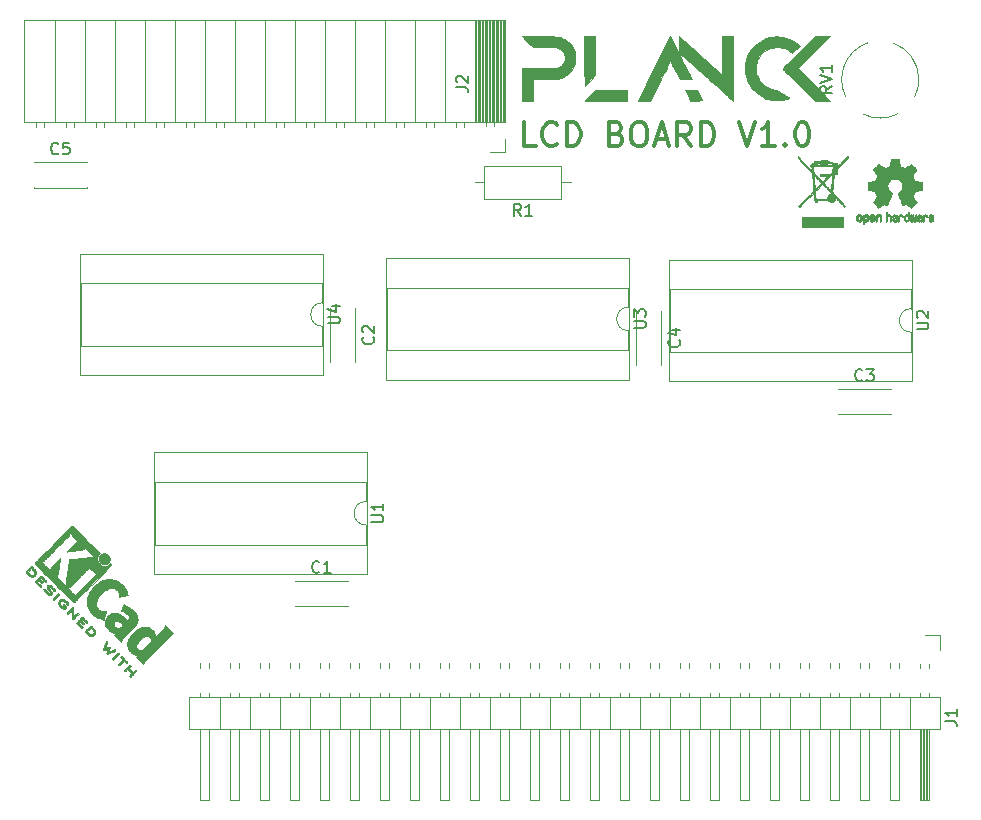
<source format=gbr>
%TF.GenerationSoftware,KiCad,Pcbnew,(5.1.10-1-10_14)*%
%TF.CreationDate,2021-09-22T20:24:29+02:00*%
%TF.ProjectId,lcd_board,6c63645f-626f-4617-9264-2e6b69636164,rev?*%
%TF.SameCoordinates,Original*%
%TF.FileFunction,Legend,Top*%
%TF.FilePolarity,Positive*%
%FSLAX46Y46*%
G04 Gerber Fmt 4.6, Leading zero omitted, Abs format (unit mm)*
G04 Created by KiCad (PCBNEW (5.1.10-1-10_14)) date 2021-09-22 20:24:29*
%MOMM*%
%LPD*%
G01*
G04 APERTURE LIST*
%ADD10C,0.300000*%
%ADD11C,0.010000*%
%ADD12C,0.120000*%
%ADD13C,0.150000*%
G04 APERTURE END LIST*
D10*
X45276880Y49323738D02*
X44324500Y49323738D01*
X44324500Y51323738D01*
X47086404Y49514214D02*
X46991166Y49418976D01*
X46705452Y49323738D01*
X46514976Y49323738D01*
X46229261Y49418976D01*
X46038785Y49609452D01*
X45943547Y49799928D01*
X45848309Y50180880D01*
X45848309Y50466595D01*
X45943547Y50847547D01*
X46038785Y51038023D01*
X46229261Y51228500D01*
X46514976Y51323738D01*
X46705452Y51323738D01*
X46991166Y51228500D01*
X47086404Y51133261D01*
X47943547Y49323738D02*
X47943547Y51323738D01*
X48419738Y51323738D01*
X48705452Y51228500D01*
X48895928Y51038023D01*
X48991166Y50847547D01*
X49086404Y50466595D01*
X49086404Y50180880D01*
X48991166Y49799928D01*
X48895928Y49609452D01*
X48705452Y49418976D01*
X48419738Y49323738D01*
X47943547Y49323738D01*
X52134023Y50371357D02*
X52419738Y50276119D01*
X52514976Y50180880D01*
X52610214Y49990404D01*
X52610214Y49704690D01*
X52514976Y49514214D01*
X52419738Y49418976D01*
X52229261Y49323738D01*
X51467357Y49323738D01*
X51467357Y51323738D01*
X52134023Y51323738D01*
X52324500Y51228500D01*
X52419738Y51133261D01*
X52514976Y50942785D01*
X52514976Y50752309D01*
X52419738Y50561833D01*
X52324500Y50466595D01*
X52134023Y50371357D01*
X51467357Y50371357D01*
X53848309Y51323738D02*
X54229261Y51323738D01*
X54419738Y51228500D01*
X54610214Y51038023D01*
X54705452Y50657071D01*
X54705452Y49990404D01*
X54610214Y49609452D01*
X54419738Y49418976D01*
X54229261Y49323738D01*
X53848309Y49323738D01*
X53657833Y49418976D01*
X53467357Y49609452D01*
X53372119Y49990404D01*
X53372119Y50657071D01*
X53467357Y51038023D01*
X53657833Y51228500D01*
X53848309Y51323738D01*
X55467357Y49895166D02*
X56419738Y49895166D01*
X55276880Y49323738D02*
X55943547Y51323738D01*
X56610214Y49323738D01*
X58419738Y49323738D02*
X57753071Y50276119D01*
X57276880Y49323738D02*
X57276880Y51323738D01*
X58038785Y51323738D01*
X58229261Y51228500D01*
X58324500Y51133261D01*
X58419738Y50942785D01*
X58419738Y50657071D01*
X58324500Y50466595D01*
X58229261Y50371357D01*
X58038785Y50276119D01*
X57276880Y50276119D01*
X59276880Y49323738D02*
X59276880Y51323738D01*
X59753071Y51323738D01*
X60038785Y51228500D01*
X60229261Y51038023D01*
X60324500Y50847547D01*
X60419738Y50466595D01*
X60419738Y50180880D01*
X60324500Y49799928D01*
X60229261Y49609452D01*
X60038785Y49418976D01*
X59753071Y49323738D01*
X59276880Y49323738D01*
X62514976Y51323738D02*
X63181642Y49323738D01*
X63848309Y51323738D01*
X65562595Y49323738D02*
X64419738Y49323738D01*
X64991166Y49323738D02*
X64991166Y51323738D01*
X64800690Y51038023D01*
X64610214Y50847547D01*
X64419738Y50752309D01*
X66419738Y49514214D02*
X66514976Y49418976D01*
X66419738Y49323738D01*
X66324499Y49418976D01*
X66419738Y49514214D01*
X66419738Y49323738D01*
X67753071Y51323738D02*
X67943547Y51323738D01*
X68134023Y51228500D01*
X68229261Y51133261D01*
X68324500Y50942785D01*
X68419738Y50561833D01*
X68419738Y50085642D01*
X68324500Y49704690D01*
X68229261Y49514214D01*
X68134023Y49418976D01*
X67943547Y49323738D01*
X67753071Y49323738D01*
X67562595Y49418976D01*
X67467357Y49514214D01*
X67372119Y49704690D01*
X67276880Y50085642D01*
X67276880Y50561833D01*
X67372119Y50942785D01*
X67467357Y51133261D01*
X67562595Y51228500D01*
X67753071Y51323738D01*
D11*
%TO.C,REF\u002A\u002A*%
G36*
X8328088Y14780926D02*
G01*
X8255203Y14692677D01*
X8201459Y14594219D01*
X8167450Y14488222D01*
X8153769Y14377354D01*
X8161012Y14264284D01*
X8188673Y14154785D01*
X8235799Y14051626D01*
X8298340Y13962826D01*
X8373851Y13888925D01*
X8459892Y13830468D01*
X8554018Y13787994D01*
X8653789Y13762047D01*
X8756760Y13753166D01*
X8860492Y13761894D01*
X8962539Y13788774D01*
X9060461Y13834344D01*
X9151814Y13899149D01*
X9188466Y13933061D01*
X9250648Y13995243D01*
X9287368Y13958524D01*
X9311030Y13930840D01*
X9321705Y13903476D01*
X9324087Y13867524D01*
X9324087Y13813244D01*
X7774412Y12263569D01*
X7589047Y12078216D01*
X7418964Y11908178D01*
X7263492Y11752797D01*
X7121959Y11611411D01*
X6993694Y11483360D01*
X6878026Y11367985D01*
X6774283Y11264626D01*
X6681792Y11172622D01*
X6599884Y11091313D01*
X6527885Y11020040D01*
X6465125Y10958142D01*
X6410932Y10904960D01*
X6364634Y10859833D01*
X6325560Y10822101D01*
X6293039Y10791105D01*
X6266398Y10766184D01*
X6244967Y10746679D01*
X6228072Y10731928D01*
X6215045Y10721273D01*
X6205212Y10714053D01*
X6197901Y10709608D01*
X6192443Y10707279D01*
X6190369Y10706736D01*
X6182467Y10704722D01*
X6175409Y10702662D01*
X6168526Y10701195D01*
X6161149Y10700956D01*
X6152606Y10702580D01*
X6142232Y10706704D01*
X6129352Y10713964D01*
X6113301Y10724995D01*
X6093407Y10740435D01*
X6069003Y10760920D01*
X6039417Y10787085D01*
X6003981Y10819565D01*
X5962025Y10858998D01*
X5912879Y10906019D01*
X5855875Y10961266D01*
X5790342Y11025372D01*
X5715613Y11098975D01*
X5631015Y11182712D01*
X5535882Y11277216D01*
X5429542Y11383126D01*
X5311327Y11501076D01*
X5180567Y11631703D01*
X5036592Y11775644D01*
X4878735Y11933534D01*
X4706323Y12106009D01*
X4518688Y12293705D01*
X4491551Y12320850D01*
X4302799Y12509662D01*
X4129382Y12683180D01*
X3970654Y12842057D01*
X3825969Y12986949D01*
X3694685Y13118512D01*
X3576153Y13237401D01*
X3469731Y13344271D01*
X3374772Y13439777D01*
X3290633Y13524575D01*
X3216666Y13599320D01*
X3152229Y13664668D01*
X3096674Y13721272D01*
X3049359Y13769789D01*
X3009637Y13810874D01*
X2976863Y13845184D01*
X2950393Y13873371D01*
X2929580Y13896093D01*
X2913781Y13914002D01*
X2902350Y13927757D01*
X2894642Y13938011D01*
X2890013Y13945421D01*
X2888111Y13949682D01*
X2884652Y13958191D01*
X2881023Y13965548D01*
X2877863Y13972436D01*
X2875813Y13979538D01*
X2875512Y13987533D01*
X2877602Y13997104D01*
X2882722Y14008934D01*
X2891512Y14023703D01*
X2904612Y14042095D01*
X2922663Y14064789D01*
X2946303Y14092469D01*
X2976175Y14125815D01*
X3012917Y14165512D01*
X3057170Y14212238D01*
X3109574Y14266677D01*
X3170767Y14329509D01*
X3241393Y14401418D01*
X3322090Y14483085D01*
X3413498Y14575192D01*
X3516257Y14678420D01*
X3631008Y14793451D01*
X3758390Y14920966D01*
X3899044Y15061649D01*
X4053608Y15216181D01*
X4222725Y15385242D01*
X4407033Y15569517D01*
X4436839Y15599323D01*
X4622725Y15785229D01*
X4793304Y15955843D01*
X4949261Y16111814D01*
X5091278Y16253790D01*
X5220040Y16382419D01*
X5336231Y16498347D01*
X5440535Y16602223D01*
X5533635Y16694694D01*
X5611774Y16772012D01*
X5825912Y16557874D01*
X5813146Y16488837D01*
X5809896Y16469788D01*
X5807144Y16452795D01*
X5804092Y16436976D01*
X5799943Y16421455D01*
X5793896Y16405351D01*
X5785154Y16387786D01*
X5772917Y16367881D01*
X5756386Y16344756D01*
X5734764Y16317532D01*
X5707251Y16285329D01*
X5673047Y16247271D01*
X5631356Y16202475D01*
X5581377Y16150065D01*
X5522313Y16089161D01*
X5453364Y16018884D01*
X5373732Y15938354D01*
X5282617Y15846693D01*
X5179222Y15743022D01*
X5062747Y15626460D01*
X4932394Y15496130D01*
X4787364Y15351152D01*
X4700652Y15264453D01*
X4547263Y15111030D01*
X4409005Y14972724D01*
X4285001Y14848736D01*
X4174369Y14738267D01*
X4076231Y14640514D01*
X3989706Y14554679D01*
X3913915Y14479961D01*
X3847979Y14415560D01*
X3791017Y14360676D01*
X3742151Y14314509D01*
X3700500Y14276258D01*
X3665185Y14245125D01*
X3635326Y14220307D01*
X3610044Y14201006D01*
X3588459Y14186423D01*
X3569691Y14175754D01*
X3552861Y14168201D01*
X3537090Y14162966D01*
X3521496Y14159246D01*
X3505201Y14156241D01*
X3487326Y14153152D01*
X3476733Y14151173D01*
X3408575Y14137848D01*
X3784447Y13761976D01*
X3871622Y13674850D01*
X3944204Y13602481D01*
X4003533Y13543628D01*
X4050949Y13497050D01*
X4087792Y13461506D01*
X4115401Y13435758D01*
X4135118Y13418561D01*
X4148280Y13408677D01*
X4156228Y13404865D01*
X4160303Y13405885D01*
X4161843Y13410495D01*
X4162008Y13412352D01*
X4170438Y13456350D01*
X4189462Y13511998D01*
X4216609Y13572535D01*
X4229439Y13597058D01*
X4238861Y13613009D01*
X4250995Y13630660D01*
X4267256Y13651545D01*
X4289062Y13677195D01*
X4317830Y13709143D01*
X4354977Y13748923D01*
X4401917Y13798068D01*
X4460068Y13858108D01*
X4530846Y13930580D01*
X4615668Y14017012D01*
X4647009Y14048886D01*
X4734785Y14138101D01*
X4808048Y14212435D01*
X4868104Y14273118D01*
X4916263Y14321371D01*
X4953833Y14358426D01*
X4982123Y14385504D01*
X5002443Y14403833D01*
X5016100Y14414640D01*
X5024403Y14419150D01*
X5028661Y14418589D01*
X5030183Y14414183D01*
X5030294Y14407969D01*
X5028470Y14391500D01*
X5023509Y14355344D01*
X5015814Y14302110D01*
X5005790Y14234411D01*
X4993839Y14154855D01*
X4980366Y14066053D01*
X4965774Y13970617D01*
X4950464Y13871158D01*
X4934843Y13770285D01*
X4919312Y13670608D01*
X4904276Y13574740D01*
X4890138Y13485291D01*
X4877300Y13404871D01*
X4866168Y13336090D01*
X4857144Y13281561D01*
X4850632Y13243892D01*
X4849172Y13235972D01*
X4839286Y13193670D01*
X4824308Y13140780D01*
X4807239Y13087792D01*
X4804793Y13080791D01*
X4786043Y13031383D01*
X4768382Y12995923D01*
X4747101Y12966538D01*
X4718165Y12936021D01*
X4663835Y12882588D01*
X5480146Y12066276D01*
X5481962Y12197017D01*
X5484151Y12265388D01*
X5488531Y12340883D01*
X5494346Y12411816D01*
X5497830Y12444186D01*
X5504270Y12493671D01*
X5513573Y12559621D01*
X5525417Y12640053D01*
X5539476Y12732988D01*
X5555427Y12836445D01*
X5572946Y12948444D01*
X5591708Y13067005D01*
X5611389Y13190147D01*
X5631665Y13315890D01*
X5652213Y13442253D01*
X5672708Y13567257D01*
X5692826Y13688919D01*
X5712241Y13805262D01*
X5730632Y13914304D01*
X5747673Y14014064D01*
X5763041Y14102562D01*
X5776410Y14177819D01*
X5787459Y14237853D01*
X5795860Y14280684D01*
X5801292Y14304332D01*
X5802951Y14308477D01*
X5816587Y14310857D01*
X5850511Y14315372D01*
X5902554Y14321782D01*
X5970551Y14329849D01*
X6052336Y14339335D01*
X6145740Y14349999D01*
X6248601Y14361605D01*
X6358749Y14373914D01*
X6474020Y14386685D01*
X6592245Y14399683D01*
X6687059Y14410027D01*
X7401948Y13695138D01*
X7396964Y13681797D01*
X7391365Y13655932D01*
X7391056Y13654143D01*
X7383020Y13619537D01*
X7370869Y13579601D01*
X7367873Y13571091D01*
X7364413Y13562631D01*
X7359468Y13553265D01*
X7352074Y13541990D01*
X7341266Y13527797D01*
X7326083Y13509682D01*
X7305559Y13486635D01*
X7278730Y13457653D01*
X7244634Y13421729D01*
X7202306Y13377855D01*
X7150783Y13325026D01*
X7089100Y13262234D01*
X7016294Y13188475D01*
X6931402Y13102741D01*
X6833458Y13004027D01*
X6721501Y12891326D01*
X6595407Y12764477D01*
X6464890Y12633198D01*
X6349275Y12516969D01*
X6247526Y12414848D01*
X6158607Y12325893D01*
X6081481Y12249164D01*
X6015112Y12183720D01*
X5958462Y12128619D01*
X5910495Y12082921D01*
X5870175Y12045682D01*
X5836465Y12015963D01*
X5808330Y11992823D01*
X5784732Y11975320D01*
X5764633Y11962513D01*
X5746999Y11953461D01*
X5730792Y11947221D01*
X5714977Y11942855D01*
X5698515Y11939420D01*
X5683689Y11936615D01*
X5652980Y11930139D01*
X5633371Y11924879D01*
X5630253Y11923443D01*
X5637204Y11914969D01*
X5658553Y11892204D01*
X5692698Y11856787D01*
X5738034Y11810355D01*
X5792959Y11754543D01*
X5855870Y11690990D01*
X5925161Y11621334D01*
X5973853Y11572570D01*
X6048249Y11498484D01*
X6117174Y11430454D01*
X6179047Y11369993D01*
X6232290Y11318620D01*
X6275324Y11277850D01*
X6306570Y11249199D01*
X6324450Y11234184D01*
X6328095Y11232339D01*
X6333189Y11248319D01*
X6333212Y11259653D01*
X6336008Y11281077D01*
X6345209Y11314658D01*
X6354146Y11340455D01*
X6376966Y11400947D01*
X7206962Y12235292D01*
X8036958Y13069637D01*
X7721830Y13384765D01*
X7652547Y13453816D01*
X7588298Y13517402D01*
X7530808Y13573851D01*
X7481805Y13621483D01*
X7443015Y13658628D01*
X7416164Y13683607D01*
X7402980Y13694746D01*
X7401948Y13695138D01*
X6687059Y14410027D01*
X6711261Y14412667D01*
X6828899Y14425398D01*
X6942993Y14437639D01*
X7051379Y14449151D01*
X7151887Y14459696D01*
X7242353Y14469033D01*
X7320610Y14476926D01*
X7384492Y14483135D01*
X7411244Y14485613D01*
X7543441Y14495774D01*
X7656476Y14500482D01*
X7753092Y14499780D01*
X7836024Y14493709D01*
X7847867Y14492285D01*
X7897446Y14485987D01*
X7097348Y15286439D01*
X7067163Y15248774D01*
X7024279Y15210562D01*
X6960776Y15177509D01*
X6876119Y15149383D01*
X6792970Y15130309D01*
X6765490Y15125765D01*
X6719097Y15119045D01*
X6656489Y15110483D01*
X6580363Y15100410D01*
X6493416Y15089157D01*
X6398343Y15077056D01*
X6297842Y15064440D01*
X6194608Y15051640D01*
X6091341Y15038987D01*
X5990735Y15026814D01*
X5895487Y15015452D01*
X5808296Y15005233D01*
X5731855Y14996489D01*
X5668864Y14989551D01*
X5622018Y14984751D01*
X5594013Y14982421D01*
X5589518Y14982252D01*
X5593158Y14989936D01*
X5613014Y15012922D01*
X5648889Y15051009D01*
X5700589Y15103996D01*
X5767916Y15171681D01*
X5850673Y15253863D01*
X5936161Y15338065D01*
X6030513Y15430547D01*
X6110603Y15508481D01*
X6178163Y15573247D01*
X6234931Y15626231D01*
X6282638Y15668813D01*
X6323023Y15702380D01*
X6357817Y15728311D01*
X6388756Y15747990D01*
X6417575Y15762801D01*
X6446008Y15774128D01*
X6475790Y15783351D01*
X6503877Y15790674D01*
X6575363Y15808424D01*
X5825912Y16557874D01*
X5611774Y16772012D01*
X5616217Y16776409D01*
X5688963Y16848015D01*
X5752558Y16910160D01*
X5807685Y16963491D01*
X5855029Y17008657D01*
X5895273Y17046305D01*
X5929102Y17077083D01*
X5957199Y17101639D01*
X5980248Y17120621D01*
X5998934Y17134676D01*
X6013939Y17144452D01*
X6025949Y17150598D01*
X6035647Y17153760D01*
X6043715Y17154586D01*
X6050842Y17153725D01*
X6057707Y17151824D01*
X6064996Y17149531D01*
X6071759Y17147815D01*
X6077281Y17145936D01*
X6084709Y17141801D01*
X6094825Y17134646D01*
X6108413Y17123704D01*
X6126255Y17108210D01*
X6149133Y17087400D01*
X6177831Y17060507D01*
X6213131Y17026768D01*
X6255816Y16985417D01*
X6306669Y16935686D01*
X6366472Y16876814D01*
X6436008Y16808033D01*
X6516061Y16728578D01*
X6607411Y16637686D01*
X6710843Y16534589D01*
X6827139Y16418522D01*
X6957081Y16288721D01*
X7101453Y16144420D01*
X7250764Y15995128D01*
X8396526Y14849365D01*
X8328088Y14780926D01*
G37*
X8328088Y14780926D02*
X8255203Y14692677D01*
X8201459Y14594219D01*
X8167450Y14488222D01*
X8153769Y14377354D01*
X8161012Y14264284D01*
X8188673Y14154785D01*
X8235799Y14051626D01*
X8298340Y13962826D01*
X8373851Y13888925D01*
X8459892Y13830468D01*
X8554018Y13787994D01*
X8653789Y13762047D01*
X8756760Y13753166D01*
X8860492Y13761894D01*
X8962539Y13788774D01*
X9060461Y13834344D01*
X9151814Y13899149D01*
X9188466Y13933061D01*
X9250648Y13995243D01*
X9287368Y13958524D01*
X9311030Y13930840D01*
X9321705Y13903476D01*
X9324087Y13867524D01*
X9324087Y13813244D01*
X7774412Y12263569D01*
X7589047Y12078216D01*
X7418964Y11908178D01*
X7263492Y11752797D01*
X7121959Y11611411D01*
X6993694Y11483360D01*
X6878026Y11367985D01*
X6774283Y11264626D01*
X6681792Y11172622D01*
X6599884Y11091313D01*
X6527885Y11020040D01*
X6465125Y10958142D01*
X6410932Y10904960D01*
X6364634Y10859833D01*
X6325560Y10822101D01*
X6293039Y10791105D01*
X6266398Y10766184D01*
X6244967Y10746679D01*
X6228072Y10731928D01*
X6215045Y10721273D01*
X6205212Y10714053D01*
X6197901Y10709608D01*
X6192443Y10707279D01*
X6190369Y10706736D01*
X6182467Y10704722D01*
X6175409Y10702662D01*
X6168526Y10701195D01*
X6161149Y10700956D01*
X6152606Y10702580D01*
X6142232Y10706704D01*
X6129352Y10713964D01*
X6113301Y10724995D01*
X6093407Y10740435D01*
X6069003Y10760920D01*
X6039417Y10787085D01*
X6003981Y10819565D01*
X5962025Y10858998D01*
X5912879Y10906019D01*
X5855875Y10961266D01*
X5790342Y11025372D01*
X5715613Y11098975D01*
X5631015Y11182712D01*
X5535882Y11277216D01*
X5429542Y11383126D01*
X5311327Y11501076D01*
X5180567Y11631703D01*
X5036592Y11775644D01*
X4878735Y11933534D01*
X4706323Y12106009D01*
X4518688Y12293705D01*
X4491551Y12320850D01*
X4302799Y12509662D01*
X4129382Y12683180D01*
X3970654Y12842057D01*
X3825969Y12986949D01*
X3694685Y13118512D01*
X3576153Y13237401D01*
X3469731Y13344271D01*
X3374772Y13439777D01*
X3290633Y13524575D01*
X3216666Y13599320D01*
X3152229Y13664668D01*
X3096674Y13721272D01*
X3049359Y13769789D01*
X3009637Y13810874D01*
X2976863Y13845184D01*
X2950393Y13873371D01*
X2929580Y13896093D01*
X2913781Y13914002D01*
X2902350Y13927757D01*
X2894642Y13938011D01*
X2890013Y13945421D01*
X2888111Y13949682D01*
X2884652Y13958191D01*
X2881023Y13965548D01*
X2877863Y13972436D01*
X2875813Y13979538D01*
X2875512Y13987533D01*
X2877602Y13997104D01*
X2882722Y14008934D01*
X2891512Y14023703D01*
X2904612Y14042095D01*
X2922663Y14064789D01*
X2946303Y14092469D01*
X2976175Y14125815D01*
X3012917Y14165512D01*
X3057170Y14212238D01*
X3109574Y14266677D01*
X3170767Y14329509D01*
X3241393Y14401418D01*
X3322090Y14483085D01*
X3413498Y14575192D01*
X3516257Y14678420D01*
X3631008Y14793451D01*
X3758390Y14920966D01*
X3899044Y15061649D01*
X4053608Y15216181D01*
X4222725Y15385242D01*
X4407033Y15569517D01*
X4436839Y15599323D01*
X4622725Y15785229D01*
X4793304Y15955843D01*
X4949261Y16111814D01*
X5091278Y16253790D01*
X5220040Y16382419D01*
X5336231Y16498347D01*
X5440535Y16602223D01*
X5533635Y16694694D01*
X5611774Y16772012D01*
X5825912Y16557874D01*
X5813146Y16488837D01*
X5809896Y16469788D01*
X5807144Y16452795D01*
X5804092Y16436976D01*
X5799943Y16421455D01*
X5793896Y16405351D01*
X5785154Y16387786D01*
X5772917Y16367881D01*
X5756386Y16344756D01*
X5734764Y16317532D01*
X5707251Y16285329D01*
X5673047Y16247271D01*
X5631356Y16202475D01*
X5581377Y16150065D01*
X5522313Y16089161D01*
X5453364Y16018884D01*
X5373732Y15938354D01*
X5282617Y15846693D01*
X5179222Y15743022D01*
X5062747Y15626460D01*
X4932394Y15496130D01*
X4787364Y15351152D01*
X4700652Y15264453D01*
X4547263Y15111030D01*
X4409005Y14972724D01*
X4285001Y14848736D01*
X4174369Y14738267D01*
X4076231Y14640514D01*
X3989706Y14554679D01*
X3913915Y14479961D01*
X3847979Y14415560D01*
X3791017Y14360676D01*
X3742151Y14314509D01*
X3700500Y14276258D01*
X3665185Y14245125D01*
X3635326Y14220307D01*
X3610044Y14201006D01*
X3588459Y14186423D01*
X3569691Y14175754D01*
X3552861Y14168201D01*
X3537090Y14162966D01*
X3521496Y14159246D01*
X3505201Y14156241D01*
X3487326Y14153152D01*
X3476733Y14151173D01*
X3408575Y14137848D01*
X3784447Y13761976D01*
X3871622Y13674850D01*
X3944204Y13602481D01*
X4003533Y13543628D01*
X4050949Y13497050D01*
X4087792Y13461506D01*
X4115401Y13435758D01*
X4135118Y13418561D01*
X4148280Y13408677D01*
X4156228Y13404865D01*
X4160303Y13405885D01*
X4161843Y13410495D01*
X4162008Y13412352D01*
X4170438Y13456350D01*
X4189462Y13511998D01*
X4216609Y13572535D01*
X4229439Y13597058D01*
X4238861Y13613009D01*
X4250995Y13630660D01*
X4267256Y13651545D01*
X4289062Y13677195D01*
X4317830Y13709143D01*
X4354977Y13748923D01*
X4401917Y13798068D01*
X4460068Y13858108D01*
X4530846Y13930580D01*
X4615668Y14017012D01*
X4647009Y14048886D01*
X4734785Y14138101D01*
X4808048Y14212435D01*
X4868104Y14273118D01*
X4916263Y14321371D01*
X4953833Y14358426D01*
X4982123Y14385504D01*
X5002443Y14403833D01*
X5016100Y14414640D01*
X5024403Y14419150D01*
X5028661Y14418589D01*
X5030183Y14414183D01*
X5030294Y14407969D01*
X5028470Y14391500D01*
X5023509Y14355344D01*
X5015814Y14302110D01*
X5005790Y14234411D01*
X4993839Y14154855D01*
X4980366Y14066053D01*
X4965774Y13970617D01*
X4950464Y13871158D01*
X4934843Y13770285D01*
X4919312Y13670608D01*
X4904276Y13574740D01*
X4890138Y13485291D01*
X4877300Y13404871D01*
X4866168Y13336090D01*
X4857144Y13281561D01*
X4850632Y13243892D01*
X4849172Y13235972D01*
X4839286Y13193670D01*
X4824308Y13140780D01*
X4807239Y13087792D01*
X4804793Y13080791D01*
X4786043Y13031383D01*
X4768382Y12995923D01*
X4747101Y12966538D01*
X4718165Y12936021D01*
X4663835Y12882588D01*
X5480146Y12066276D01*
X5481962Y12197017D01*
X5484151Y12265388D01*
X5488531Y12340883D01*
X5494346Y12411816D01*
X5497830Y12444186D01*
X5504270Y12493671D01*
X5513573Y12559621D01*
X5525417Y12640053D01*
X5539476Y12732988D01*
X5555427Y12836445D01*
X5572946Y12948444D01*
X5591708Y13067005D01*
X5611389Y13190147D01*
X5631665Y13315890D01*
X5652213Y13442253D01*
X5672708Y13567257D01*
X5692826Y13688919D01*
X5712241Y13805262D01*
X5730632Y13914304D01*
X5747673Y14014064D01*
X5763041Y14102562D01*
X5776410Y14177819D01*
X5787459Y14237853D01*
X5795860Y14280684D01*
X5801292Y14304332D01*
X5802951Y14308477D01*
X5816587Y14310857D01*
X5850511Y14315372D01*
X5902554Y14321782D01*
X5970551Y14329849D01*
X6052336Y14339335D01*
X6145740Y14349999D01*
X6248601Y14361605D01*
X6358749Y14373914D01*
X6474020Y14386685D01*
X6592245Y14399683D01*
X6687059Y14410027D01*
X7401948Y13695138D01*
X7396964Y13681797D01*
X7391365Y13655932D01*
X7391056Y13654143D01*
X7383020Y13619537D01*
X7370869Y13579601D01*
X7367873Y13571091D01*
X7364413Y13562631D01*
X7359468Y13553265D01*
X7352074Y13541990D01*
X7341266Y13527797D01*
X7326083Y13509682D01*
X7305559Y13486635D01*
X7278730Y13457653D01*
X7244634Y13421729D01*
X7202306Y13377855D01*
X7150783Y13325026D01*
X7089100Y13262234D01*
X7016294Y13188475D01*
X6931402Y13102741D01*
X6833458Y13004027D01*
X6721501Y12891326D01*
X6595407Y12764477D01*
X6464890Y12633198D01*
X6349275Y12516969D01*
X6247526Y12414848D01*
X6158607Y12325893D01*
X6081481Y12249164D01*
X6015112Y12183720D01*
X5958462Y12128619D01*
X5910495Y12082921D01*
X5870175Y12045682D01*
X5836465Y12015963D01*
X5808330Y11992823D01*
X5784732Y11975320D01*
X5764633Y11962513D01*
X5746999Y11953461D01*
X5730792Y11947221D01*
X5714977Y11942855D01*
X5698515Y11939420D01*
X5683689Y11936615D01*
X5652980Y11930139D01*
X5633371Y11924879D01*
X5630253Y11923443D01*
X5637204Y11914969D01*
X5658553Y11892204D01*
X5692698Y11856787D01*
X5738034Y11810355D01*
X5792959Y11754543D01*
X5855870Y11690990D01*
X5925161Y11621334D01*
X5973853Y11572570D01*
X6048249Y11498484D01*
X6117174Y11430454D01*
X6179047Y11369993D01*
X6232290Y11318620D01*
X6275324Y11277850D01*
X6306570Y11249199D01*
X6324450Y11234184D01*
X6328095Y11232339D01*
X6333189Y11248319D01*
X6333212Y11259653D01*
X6336008Y11281077D01*
X6345209Y11314658D01*
X6354146Y11340455D01*
X6376966Y11400947D01*
X7206962Y12235292D01*
X8036958Y13069637D01*
X7721830Y13384765D01*
X7652547Y13453816D01*
X7588298Y13517402D01*
X7530808Y13573851D01*
X7481805Y13621483D01*
X7443015Y13658628D01*
X7416164Y13683607D01*
X7402980Y13694746D01*
X7401948Y13695138D01*
X6687059Y14410027D01*
X6711261Y14412667D01*
X6828899Y14425398D01*
X6942993Y14437639D01*
X7051379Y14449151D01*
X7151887Y14459696D01*
X7242353Y14469033D01*
X7320610Y14476926D01*
X7384492Y14483135D01*
X7411244Y14485613D01*
X7543441Y14495774D01*
X7656476Y14500482D01*
X7753092Y14499780D01*
X7836024Y14493709D01*
X7847867Y14492285D01*
X7897446Y14485987D01*
X7097348Y15286439D01*
X7067163Y15248774D01*
X7024279Y15210562D01*
X6960776Y15177509D01*
X6876119Y15149383D01*
X6792970Y15130309D01*
X6765490Y15125765D01*
X6719097Y15119045D01*
X6656489Y15110483D01*
X6580363Y15100410D01*
X6493416Y15089157D01*
X6398343Y15077056D01*
X6297842Y15064440D01*
X6194608Y15051640D01*
X6091341Y15038987D01*
X5990735Y15026814D01*
X5895487Y15015452D01*
X5808296Y15005233D01*
X5731855Y14996489D01*
X5668864Y14989551D01*
X5622018Y14984751D01*
X5594013Y14982421D01*
X5589518Y14982252D01*
X5593158Y14989936D01*
X5613014Y15012922D01*
X5648889Y15051009D01*
X5700589Y15103996D01*
X5767916Y15171681D01*
X5850673Y15253863D01*
X5936161Y15338065D01*
X6030513Y15430547D01*
X6110603Y15508481D01*
X6178163Y15573247D01*
X6234931Y15626231D01*
X6282638Y15668813D01*
X6323023Y15702380D01*
X6357817Y15728311D01*
X6388756Y15747990D01*
X6417575Y15762801D01*
X6446008Y15774128D01*
X6475790Y15783351D01*
X6503877Y15790674D01*
X6575363Y15808424D01*
X5825912Y16557874D01*
X5611774Y16772012D01*
X5616217Y16776409D01*
X5688963Y16848015D01*
X5752558Y16910160D01*
X5807685Y16963491D01*
X5855029Y17008657D01*
X5895273Y17046305D01*
X5929102Y17077083D01*
X5957199Y17101639D01*
X5980248Y17120621D01*
X5998934Y17134676D01*
X6013939Y17144452D01*
X6025949Y17150598D01*
X6035647Y17153760D01*
X6043715Y17154586D01*
X6050842Y17153725D01*
X6057707Y17151824D01*
X6064996Y17149531D01*
X6071759Y17147815D01*
X6077281Y17145936D01*
X6084709Y17141801D01*
X6094825Y17134646D01*
X6108413Y17123704D01*
X6126255Y17108210D01*
X6149133Y17087400D01*
X6177831Y17060507D01*
X6213131Y17026768D01*
X6255816Y16985417D01*
X6306669Y16935686D01*
X6366472Y16876814D01*
X6436008Y16808033D01*
X6516061Y16728578D01*
X6607411Y16637686D01*
X6710843Y16534589D01*
X6827139Y16418522D01*
X6957081Y16288721D01*
X7101453Y16144420D01*
X7250764Y15995128D01*
X8396526Y14849365D01*
X8328088Y14780926D01*
G36*
X10318460Y12139991D02*
G01*
X10416725Y12011782D01*
X10504265Y11867476D01*
X10582258Y11705331D01*
X10651883Y11523609D01*
X10655929Y11511721D01*
X10676908Y11451107D01*
X10696332Y11397633D01*
X10712732Y11355145D01*
X10724635Y11327492D01*
X10729602Y11318923D01*
X10739649Y11301793D01*
X10739935Y11295559D01*
X10728950Y11291790D01*
X10699019Y11284544D01*
X10653398Y11274461D01*
X10595338Y11262186D01*
X10528096Y11248359D01*
X10454923Y11233623D01*
X10379075Y11218620D01*
X10303805Y11203993D01*
X10232365Y11190382D01*
X10168011Y11178432D01*
X10113997Y11168782D01*
X10073575Y11162077D01*
X10049999Y11158958D01*
X10047047Y11158813D01*
X10043180Y11169255D01*
X10039528Y11197197D01*
X10036665Y11237568D01*
X10035769Y11258936D01*
X10020773Y11380397D01*
X9984520Y11495056D01*
X9927666Y11601549D01*
X9850867Y11698515D01*
X9800965Y11746761D01*
X9703173Y11820284D01*
X9600572Y11872140D01*
X9492747Y11902375D01*
X9379281Y11911032D01*
X9259758Y11898159D01*
X9133762Y11863800D01*
X9046075Y11829028D01*
X8919113Y11764084D01*
X8791972Y11682650D01*
X8667285Y11587479D01*
X8547679Y11481317D01*
X8435786Y11366912D01*
X8334237Y11247012D01*
X8245660Y11124365D01*
X8172688Y11001721D01*
X8117951Y10881825D01*
X8105242Y10846091D01*
X8072829Y10717162D01*
X8061491Y10592039D01*
X8070951Y10472110D01*
X8100928Y10358770D01*
X8151143Y10253408D01*
X8221315Y10157417D01*
X8249688Y10127146D01*
X8343365Y10048913D01*
X8451731Y9986956D01*
X8573228Y9941876D01*
X8706295Y9914272D01*
X8826315Y9905022D01*
X8890705Y9903609D01*
X8808684Y9565236D01*
X8788132Y9480907D01*
X8769058Y9403513D01*
X8752161Y9335822D01*
X8738139Y9280603D01*
X8727691Y9240621D01*
X8721517Y9218645D01*
X8720355Y9215430D01*
X8707720Y9214433D01*
X8677414Y9220301D01*
X8632882Y9231904D01*
X8577567Y9248115D01*
X8514914Y9267802D01*
X8448367Y9289837D01*
X8381370Y9313090D01*
X8317368Y9336431D01*
X8259805Y9358731D01*
X8212124Y9378862D01*
X8189581Y9389485D01*
X8068255Y9457332D01*
X7953070Y9537158D01*
X7839431Y9632406D01*
X7748132Y9720413D01*
X7700855Y9769238D01*
X7655951Y9817109D01*
X7617351Y9859727D01*
X7588985Y9892800D01*
X7580202Y9903964D01*
X7502294Y10022651D01*
X7434123Y10154630D01*
X7378428Y10293364D01*
X7337946Y10432319D01*
X7320391Y10524373D01*
X7306810Y10690974D01*
X7312655Y10864124D01*
X7337261Y11040060D01*
X7379967Y11215023D01*
X7440111Y11385252D01*
X7492043Y11499203D01*
X7586357Y11664578D01*
X7700235Y11825831D01*
X7830693Y11979992D01*
X7974748Y12124093D01*
X8129415Y12255164D01*
X8291710Y12370236D01*
X8458650Y12466342D01*
X8469543Y12471837D01*
X8628597Y12541960D01*
X8787459Y12592285D01*
X8950929Y12623930D01*
X9123809Y12638015D01*
X9186831Y12639003D01*
X9370738Y12630376D01*
X9542211Y12603920D01*
X9703558Y12558905D01*
X9857087Y12494601D01*
X10005107Y12410279D01*
X10085043Y12355078D01*
X10208292Y12253843D01*
X10318460Y12139991D01*
G37*
X10318460Y12139991D02*
X10416725Y12011782D01*
X10504265Y11867476D01*
X10582258Y11705331D01*
X10651883Y11523609D01*
X10655929Y11511721D01*
X10676908Y11451107D01*
X10696332Y11397633D01*
X10712732Y11355145D01*
X10724635Y11327492D01*
X10729602Y11318923D01*
X10739649Y11301793D01*
X10739935Y11295559D01*
X10728950Y11291790D01*
X10699019Y11284544D01*
X10653398Y11274461D01*
X10595338Y11262186D01*
X10528096Y11248359D01*
X10454923Y11233623D01*
X10379075Y11218620D01*
X10303805Y11203993D01*
X10232365Y11190382D01*
X10168011Y11178432D01*
X10113997Y11168782D01*
X10073575Y11162077D01*
X10049999Y11158958D01*
X10047047Y11158813D01*
X10043180Y11169255D01*
X10039528Y11197197D01*
X10036665Y11237568D01*
X10035769Y11258936D01*
X10020773Y11380397D01*
X9984520Y11495056D01*
X9927666Y11601549D01*
X9850867Y11698515D01*
X9800965Y11746761D01*
X9703173Y11820284D01*
X9600572Y11872140D01*
X9492747Y11902375D01*
X9379281Y11911032D01*
X9259758Y11898159D01*
X9133762Y11863800D01*
X9046075Y11829028D01*
X8919113Y11764084D01*
X8791972Y11682650D01*
X8667285Y11587479D01*
X8547679Y11481317D01*
X8435786Y11366912D01*
X8334237Y11247012D01*
X8245660Y11124365D01*
X8172688Y11001721D01*
X8117951Y10881825D01*
X8105242Y10846091D01*
X8072829Y10717162D01*
X8061491Y10592039D01*
X8070951Y10472110D01*
X8100928Y10358770D01*
X8151143Y10253408D01*
X8221315Y10157417D01*
X8249688Y10127146D01*
X8343365Y10048913D01*
X8451731Y9986956D01*
X8573228Y9941876D01*
X8706295Y9914272D01*
X8826315Y9905022D01*
X8890705Y9903609D01*
X8808684Y9565236D01*
X8788132Y9480907D01*
X8769058Y9403513D01*
X8752161Y9335822D01*
X8738139Y9280603D01*
X8727691Y9240621D01*
X8721517Y9218645D01*
X8720355Y9215430D01*
X8707720Y9214433D01*
X8677414Y9220301D01*
X8632882Y9231904D01*
X8577567Y9248115D01*
X8514914Y9267802D01*
X8448367Y9289837D01*
X8381370Y9313090D01*
X8317368Y9336431D01*
X8259805Y9358731D01*
X8212124Y9378862D01*
X8189581Y9389485D01*
X8068255Y9457332D01*
X7953070Y9537158D01*
X7839431Y9632406D01*
X7748132Y9720413D01*
X7700855Y9769238D01*
X7655951Y9817109D01*
X7617351Y9859727D01*
X7588985Y9892800D01*
X7580202Y9903964D01*
X7502294Y10022651D01*
X7434123Y10154630D01*
X7378428Y10293364D01*
X7337946Y10432319D01*
X7320391Y10524373D01*
X7306810Y10690974D01*
X7312655Y10864124D01*
X7337261Y11040060D01*
X7379967Y11215023D01*
X7440111Y11385252D01*
X7492043Y11499203D01*
X7586357Y11664578D01*
X7700235Y11825831D01*
X7830693Y11979992D01*
X7974748Y12124093D01*
X8129415Y12255164D01*
X8291710Y12370236D01*
X8458650Y12466342D01*
X8469543Y12471837D01*
X8628597Y12541960D01*
X8787459Y12592285D01*
X8950929Y12623930D01*
X9123809Y12638015D01*
X9186831Y12639003D01*
X9370738Y12630376D01*
X9542211Y12603920D01*
X9703558Y12558905D01*
X9857087Y12494601D01*
X10005107Y12410279D01*
X10085043Y12355078D01*
X10208292Y12253843D01*
X10318460Y12139991D01*
G36*
X11327971Y9832966D02*
G01*
X11421241Y9711391D01*
X11493103Y9591962D01*
X11543987Y9473871D01*
X11574319Y9356310D01*
X11584253Y9256488D01*
X11580510Y9155390D01*
X11562103Y9060982D01*
X11527232Y8965435D01*
X11507718Y8924038D01*
X11489248Y8887381D01*
X11471609Y8853900D01*
X11453598Y8822208D01*
X11434012Y8790917D01*
X11411644Y8758640D01*
X11385293Y8723989D01*
X11353752Y8685577D01*
X11315819Y8642017D01*
X11270290Y8591920D01*
X11215960Y8533900D01*
X11151625Y8466570D01*
X11076082Y8388542D01*
X10988125Y8298428D01*
X10886551Y8194842D01*
X10786486Y8093005D01*
X10676981Y7981624D01*
X10582182Y7885121D01*
X10501008Y7802236D01*
X10432377Y7731710D01*
X10375205Y7672284D01*
X10328410Y7622696D01*
X10290910Y7581687D01*
X10261622Y7547997D01*
X10239464Y7520367D01*
X10223352Y7497536D01*
X10212206Y7478246D01*
X10204941Y7461235D01*
X10200476Y7445244D01*
X10197728Y7429013D01*
X10195615Y7411283D01*
X10194813Y7404400D01*
X10189850Y7377064D01*
X10183828Y7361092D01*
X10183519Y7360751D01*
X10174273Y7366888D01*
X10150930Y7387365D01*
X10115278Y7420479D01*
X10069102Y7464521D01*
X10014189Y7517786D01*
X9952325Y7578570D01*
X9885296Y7645166D01*
X9877581Y7652876D01*
X9578551Y7951907D01*
X9644174Y8022143D01*
X9709796Y8092379D01*
X9629839Y8100229D01*
X9513277Y8121312D01*
X9396892Y8160351D01*
X9314378Y8200115D01*
X9255151Y8238569D01*
X9189146Y8290443D01*
X9122145Y8350391D01*
X9059933Y8413073D01*
X9008292Y8473146D01*
X8986714Y8502804D01*
X8914478Y8628585D01*
X8863862Y8756761D01*
X8834935Y8886109D01*
X8827763Y9015407D01*
X8842419Y9143429D01*
X8878970Y9268952D01*
X8936752Y9389490D01*
X8968041Y9438222D01*
X9006641Y9487584D01*
X9056994Y9543070D01*
X9080613Y9567387D01*
X9082911Y9569593D01*
X9620269Y9032236D01*
X9573771Y8972596D01*
X9548569Y8907532D01*
X9543500Y8833917D01*
X9543956Y8827221D01*
X9553479Y8768446D01*
X9574074Y8715914D01*
X9608589Y8664541D01*
X9659869Y8609241D01*
X9672959Y8596724D01*
X9712890Y8560544D01*
X9745026Y8536068D01*
X9776973Y8518495D01*
X9816340Y8503021D01*
X9827527Y8499157D01*
X9895748Y8481605D01*
X9958999Y8478644D01*
X9978781Y8480413D01*
X10050327Y8488786D01*
X10188832Y8627291D01*
X10244065Y8683282D01*
X10283847Y8725455D01*
X10309406Y8755211D01*
X10321966Y8773952D01*
X10323650Y8781414D01*
X10314626Y8794911D01*
X10292593Y8820654D01*
X10260709Y8855130D01*
X10222137Y8894831D01*
X10215863Y8901126D01*
X10126747Y8982812D01*
X10042716Y9043979D01*
X9961928Y9085596D01*
X9882539Y9108632D01*
X9810499Y9114275D01*
X9738068Y9104842D01*
X9676003Y9077743D01*
X9620269Y9032236D01*
X9082911Y9569593D01*
X9148275Y9632315D01*
X9209966Y9682206D01*
X9271815Y9721080D01*
X9339954Y9752962D01*
X9393953Y9773026D01*
X9502788Y9798962D01*
X9620255Y9805983D01*
X9743540Y9794637D01*
X9869829Y9765472D01*
X9996310Y9719034D01*
X10120170Y9655872D01*
X10176460Y9620709D01*
X10288386Y9540044D01*
X10403664Y9445389D01*
X10515272Y9342806D01*
X10603609Y9252161D01*
X10713286Y9132897D01*
X10749744Y9179848D01*
X10806214Y9263601D01*
X10841277Y9342694D01*
X10854762Y9418171D01*
X10846497Y9491080D01*
X10816311Y9562467D01*
X10764034Y9633377D01*
X10689491Y9704859D01*
X10659810Y9728882D01*
X10542176Y9810923D01*
X10416419Y9878649D01*
X10322706Y9918620D01*
X10277073Y9936853D01*
X10238887Y9953020D01*
X10213434Y9964833D01*
X10206551Y9968821D01*
X10206080Y9982131D01*
X10214742Y10014437D01*
X10232658Y10066083D01*
X10259948Y10137411D01*
X10296731Y10228762D01*
X10303231Y10244592D01*
X10333114Y10316982D01*
X10360244Y10382266D01*
X10383423Y10437602D01*
X10401458Y10480145D01*
X10413148Y10507049D01*
X10417201Y10515496D01*
X10427634Y10511788D01*
X10449946Y10496939D01*
X10472539Y10479549D01*
X10497227Y10461589D01*
X10537697Y10434477D01*
X10590296Y10400557D01*
X10651375Y10362168D01*
X10717280Y10321656D01*
X10742441Y10306427D01*
X10834824Y10250231D01*
X10910998Y10202429D01*
X10974472Y10160420D01*
X11028756Y10121599D01*
X11077359Y10083364D01*
X11123790Y10043111D01*
X11171560Y9998238D01*
X11212866Y9957494D01*
X11327971Y9832966D01*
G37*
X11327971Y9832966D02*
X11421241Y9711391D01*
X11493103Y9591962D01*
X11543987Y9473871D01*
X11574319Y9356310D01*
X11584253Y9256488D01*
X11580510Y9155390D01*
X11562103Y9060982D01*
X11527232Y8965435D01*
X11507718Y8924038D01*
X11489248Y8887381D01*
X11471609Y8853900D01*
X11453598Y8822208D01*
X11434012Y8790917D01*
X11411644Y8758640D01*
X11385293Y8723989D01*
X11353752Y8685577D01*
X11315819Y8642017D01*
X11270290Y8591920D01*
X11215960Y8533900D01*
X11151625Y8466570D01*
X11076082Y8388542D01*
X10988125Y8298428D01*
X10886551Y8194842D01*
X10786486Y8093005D01*
X10676981Y7981624D01*
X10582182Y7885121D01*
X10501008Y7802236D01*
X10432377Y7731710D01*
X10375205Y7672284D01*
X10328410Y7622696D01*
X10290910Y7581687D01*
X10261622Y7547997D01*
X10239464Y7520367D01*
X10223352Y7497536D01*
X10212206Y7478246D01*
X10204941Y7461235D01*
X10200476Y7445244D01*
X10197728Y7429013D01*
X10195615Y7411283D01*
X10194813Y7404400D01*
X10189850Y7377064D01*
X10183828Y7361092D01*
X10183519Y7360751D01*
X10174273Y7366888D01*
X10150930Y7387365D01*
X10115278Y7420479D01*
X10069102Y7464521D01*
X10014189Y7517786D01*
X9952325Y7578570D01*
X9885296Y7645166D01*
X9877581Y7652876D01*
X9578551Y7951907D01*
X9644174Y8022143D01*
X9709796Y8092379D01*
X9629839Y8100229D01*
X9513277Y8121312D01*
X9396892Y8160351D01*
X9314378Y8200115D01*
X9255151Y8238569D01*
X9189146Y8290443D01*
X9122145Y8350391D01*
X9059933Y8413073D01*
X9008292Y8473146D01*
X8986714Y8502804D01*
X8914478Y8628585D01*
X8863862Y8756761D01*
X8834935Y8886109D01*
X8827763Y9015407D01*
X8842419Y9143429D01*
X8878970Y9268952D01*
X8936752Y9389490D01*
X8968041Y9438222D01*
X9006641Y9487584D01*
X9056994Y9543070D01*
X9080613Y9567387D01*
X9082911Y9569593D01*
X9620269Y9032236D01*
X9573771Y8972596D01*
X9548569Y8907532D01*
X9543500Y8833917D01*
X9543956Y8827221D01*
X9553479Y8768446D01*
X9574074Y8715914D01*
X9608589Y8664541D01*
X9659869Y8609241D01*
X9672959Y8596724D01*
X9712890Y8560544D01*
X9745026Y8536068D01*
X9776973Y8518495D01*
X9816340Y8503021D01*
X9827527Y8499157D01*
X9895748Y8481605D01*
X9958999Y8478644D01*
X9978781Y8480413D01*
X10050327Y8488786D01*
X10188832Y8627291D01*
X10244065Y8683282D01*
X10283847Y8725455D01*
X10309406Y8755211D01*
X10321966Y8773952D01*
X10323650Y8781414D01*
X10314626Y8794911D01*
X10292593Y8820654D01*
X10260709Y8855130D01*
X10222137Y8894831D01*
X10215863Y8901126D01*
X10126747Y8982812D01*
X10042716Y9043979D01*
X9961928Y9085596D01*
X9882539Y9108632D01*
X9810499Y9114275D01*
X9738068Y9104842D01*
X9676003Y9077743D01*
X9620269Y9032236D01*
X9082911Y9569593D01*
X9148275Y9632315D01*
X9209966Y9682206D01*
X9271815Y9721080D01*
X9339954Y9752962D01*
X9393953Y9773026D01*
X9502788Y9798962D01*
X9620255Y9805983D01*
X9743540Y9794637D01*
X9869829Y9765472D01*
X9996310Y9719034D01*
X10120170Y9655872D01*
X10176460Y9620709D01*
X10288386Y9540044D01*
X10403664Y9445389D01*
X10515272Y9342806D01*
X10603609Y9252161D01*
X10713286Y9132897D01*
X10749744Y9179848D01*
X10806214Y9263601D01*
X10841277Y9342694D01*
X10854762Y9418171D01*
X10846497Y9491080D01*
X10816311Y9562467D01*
X10764034Y9633377D01*
X10689491Y9704859D01*
X10659810Y9728882D01*
X10542176Y9810923D01*
X10416419Y9878649D01*
X10322706Y9918620D01*
X10277073Y9936853D01*
X10238887Y9953020D01*
X10213434Y9964833D01*
X10206551Y9968821D01*
X10206080Y9982131D01*
X10214742Y10014437D01*
X10232658Y10066083D01*
X10259948Y10137411D01*
X10296731Y10228762D01*
X10303231Y10244592D01*
X10333114Y10316982D01*
X10360244Y10382266D01*
X10383423Y10437602D01*
X10401458Y10480145D01*
X10413148Y10507049D01*
X10417201Y10515496D01*
X10427634Y10511788D01*
X10449946Y10496939D01*
X10472539Y10479549D01*
X10497227Y10461589D01*
X10537697Y10434477D01*
X10590296Y10400557D01*
X10651375Y10362168D01*
X10717280Y10321656D01*
X10742441Y10306427D01*
X10834824Y10250231D01*
X10910998Y10202429D01*
X10974472Y10160420D01*
X11028756Y10121599D01*
X11077359Y10083364D01*
X11123790Y10043111D01*
X11171560Y9998238D01*
X11212866Y9957494D01*
X11327971Y9832966D01*
G36*
X13383700Y6920658D02*
G01*
X13217956Y6754887D01*
X13067402Y6604296D01*
X12931290Y6468081D01*
X12808866Y6345434D01*
X12699381Y6235551D01*
X12602083Y6137624D01*
X12516223Y6050849D01*
X12441048Y5974417D01*
X12375808Y5907525D01*
X12319751Y5849364D01*
X12272127Y5799130D01*
X12232185Y5756016D01*
X12199175Y5719216D01*
X12172344Y5687924D01*
X12150942Y5661334D01*
X12134218Y5638640D01*
X12121421Y5619035D01*
X12111800Y5601713D01*
X12104605Y5585870D01*
X12099083Y5570697D01*
X12094485Y5555389D01*
X12090059Y5539140D01*
X12087293Y5529029D01*
X12068590Y5461868D01*
X11461787Y6068671D01*
X11529638Y6136522D01*
X11559783Y6167701D01*
X11581854Y6192533D01*
X11592441Y6207092D01*
X11592727Y6209134D01*
X11579782Y6212343D01*
X11551104Y6215788D01*
X11521353Y6218139D01*
X11453952Y6227932D01*
X11375829Y6248068D01*
X11294825Y6276031D01*
X11218779Y6309310D01*
X11190141Y6324303D01*
X11131407Y6362438D01*
X11065778Y6413980D01*
X10999001Y6473624D01*
X10936821Y6536068D01*
X10884982Y6596011D01*
X10862434Y6626772D01*
X10791698Y6751335D01*
X10742499Y6882167D01*
X10714951Y7018415D01*
X10709165Y7159219D01*
X10725256Y7303726D01*
X10756366Y7429308D01*
X10800128Y7550664D01*
X10854821Y7664756D01*
X10922701Y7775057D01*
X11006022Y7885044D01*
X11107037Y7998191D01*
X11161287Y8053468D01*
X11202915Y8092135D01*
X11789189Y7505860D01*
X11723527Y7439905D01*
X11663580Y7375839D01*
X11613081Y7317331D01*
X11575758Y7268051D01*
X11568858Y7257498D01*
X11515485Y7159150D01*
X11483406Y7068158D01*
X11472715Y6984119D01*
X11483502Y6906633D01*
X11515859Y6835301D01*
X11569877Y6769720D01*
X11645647Y6709492D01*
X11701649Y6675725D01*
X11749260Y6653838D01*
X11805813Y6633840D01*
X11851324Y6621848D01*
X11934002Y6604745D01*
X12747310Y7418053D01*
X12730452Y7496524D01*
X12703863Y7580986D01*
X12663180Y7659360D01*
X12611419Y7727983D01*
X12551600Y7783197D01*
X12486737Y7821340D01*
X12453134Y7832926D01*
X12381771Y7843482D01*
X12307009Y7837956D01*
X12226557Y7815705D01*
X12138125Y7776085D01*
X12039423Y7718453D01*
X12034369Y7715211D01*
X11983156Y7678382D01*
X11922735Y7628768D01*
X11856836Y7570038D01*
X11789189Y7505860D01*
X11202915Y8092135D01*
X11317322Y8198400D01*
X11471316Y8321360D01*
X11623140Y8422294D01*
X11772665Y8501146D01*
X11919763Y8557863D01*
X12064305Y8592389D01*
X12206164Y8604667D01*
X12345209Y8594643D01*
X12399031Y8584592D01*
X12510115Y8552912D01*
X12611161Y8507884D01*
X12706089Y8447124D01*
X12798816Y8368249D01*
X12863488Y8302098D01*
X12947413Y8202665D01*
X13011604Y8107623D01*
X13057653Y8013960D01*
X13087156Y7918665D01*
X13097517Y7859921D01*
X13102787Y7823660D01*
X13107538Y7797736D01*
X13110232Y7788820D01*
X13119032Y7795335D01*
X13141619Y7816097D01*
X13176058Y7849152D01*
X13220412Y7892545D01*
X13272745Y7944322D01*
X13331120Y8002528D01*
X13393600Y8065209D01*
X13458249Y8130410D01*
X13523131Y8196178D01*
X13586307Y8260558D01*
X13645844Y8321593D01*
X13699802Y8377332D01*
X13746247Y8425820D01*
X13783240Y8465102D01*
X13808847Y8493222D01*
X13813437Y8498507D01*
X13857871Y8553657D01*
X13888693Y8600828D01*
X13909469Y8646691D01*
X13923769Y8697917D01*
X13926112Y8709122D01*
X13934779Y8752341D01*
X14574942Y8112178D01*
X13383700Y6920658D01*
G37*
X13383700Y6920658D02*
X13217956Y6754887D01*
X13067402Y6604296D01*
X12931290Y6468081D01*
X12808866Y6345434D01*
X12699381Y6235551D01*
X12602083Y6137624D01*
X12516223Y6050849D01*
X12441048Y5974417D01*
X12375808Y5907525D01*
X12319751Y5849364D01*
X12272127Y5799130D01*
X12232185Y5756016D01*
X12199175Y5719216D01*
X12172344Y5687924D01*
X12150942Y5661334D01*
X12134218Y5638640D01*
X12121421Y5619035D01*
X12111800Y5601713D01*
X12104605Y5585870D01*
X12099083Y5570697D01*
X12094485Y5555389D01*
X12090059Y5539140D01*
X12087293Y5529029D01*
X12068590Y5461868D01*
X11461787Y6068671D01*
X11529638Y6136522D01*
X11559783Y6167701D01*
X11581854Y6192533D01*
X11592441Y6207092D01*
X11592727Y6209134D01*
X11579782Y6212343D01*
X11551104Y6215788D01*
X11521353Y6218139D01*
X11453952Y6227932D01*
X11375829Y6248068D01*
X11294825Y6276031D01*
X11218779Y6309310D01*
X11190141Y6324303D01*
X11131407Y6362438D01*
X11065778Y6413980D01*
X10999001Y6473624D01*
X10936821Y6536068D01*
X10884982Y6596011D01*
X10862434Y6626772D01*
X10791698Y6751335D01*
X10742499Y6882167D01*
X10714951Y7018415D01*
X10709165Y7159219D01*
X10725256Y7303726D01*
X10756366Y7429308D01*
X10800128Y7550664D01*
X10854821Y7664756D01*
X10922701Y7775057D01*
X11006022Y7885044D01*
X11107037Y7998191D01*
X11161287Y8053468D01*
X11202915Y8092135D01*
X11789189Y7505860D01*
X11723527Y7439905D01*
X11663580Y7375839D01*
X11613081Y7317331D01*
X11575758Y7268051D01*
X11568858Y7257498D01*
X11515485Y7159150D01*
X11483406Y7068158D01*
X11472715Y6984119D01*
X11483502Y6906633D01*
X11515859Y6835301D01*
X11569877Y6769720D01*
X11645647Y6709492D01*
X11701649Y6675725D01*
X11749260Y6653838D01*
X11805813Y6633840D01*
X11851324Y6621848D01*
X11934002Y6604745D01*
X12747310Y7418053D01*
X12730452Y7496524D01*
X12703863Y7580986D01*
X12663180Y7659360D01*
X12611419Y7727983D01*
X12551600Y7783197D01*
X12486737Y7821340D01*
X12453134Y7832926D01*
X12381771Y7843482D01*
X12307009Y7837956D01*
X12226557Y7815705D01*
X12138125Y7776085D01*
X12039423Y7718453D01*
X12034369Y7715211D01*
X11983156Y7678382D01*
X11922735Y7628768D01*
X11856836Y7570038D01*
X11789189Y7505860D01*
X11202915Y8092135D01*
X11317322Y8198400D01*
X11471316Y8321360D01*
X11623140Y8422294D01*
X11772665Y8501146D01*
X11919763Y8557863D01*
X12064305Y8592389D01*
X12206164Y8604667D01*
X12345209Y8594643D01*
X12399031Y8584592D01*
X12510115Y8552912D01*
X12611161Y8507884D01*
X12706089Y8447124D01*
X12798816Y8368249D01*
X12863488Y8302098D01*
X12947413Y8202665D01*
X13011604Y8107623D01*
X13057653Y8013960D01*
X13087156Y7918665D01*
X13097517Y7859921D01*
X13102787Y7823660D01*
X13107538Y7797736D01*
X13110232Y7788820D01*
X13119032Y7795335D01*
X13141619Y7816097D01*
X13176058Y7849152D01*
X13220412Y7892545D01*
X13272745Y7944322D01*
X13331120Y8002528D01*
X13393600Y8065209D01*
X13458249Y8130410D01*
X13523131Y8196178D01*
X13586307Y8260558D01*
X13645844Y8321593D01*
X13699802Y8377332D01*
X13746247Y8425820D01*
X13783240Y8465102D01*
X13808847Y8493222D01*
X13813437Y8498507D01*
X13857871Y8553657D01*
X13888693Y8600828D01*
X13909469Y8646691D01*
X13923769Y8697917D01*
X13926112Y8709122D01*
X13934779Y8752341D01*
X14574942Y8112178D01*
X13383700Y6920658D01*
G36*
X9131248Y14631816D02*
G01*
X9182186Y14546600D01*
X9213123Y14455089D01*
X9223753Y14359921D01*
X9213768Y14263733D01*
X9182863Y14169161D01*
X9133332Y14082489D01*
X9068692Y14009575D01*
X8991820Y13953710D01*
X8905867Y13915416D01*
X8813980Y13895213D01*
X8719311Y13893623D01*
X8625007Y13911168D01*
X8534222Y13948369D01*
X8489186Y13975834D01*
X8452403Y14001981D01*
X8426047Y14024134D01*
X8404031Y14048731D01*
X8380268Y14082208D01*
X8361797Y14110543D01*
X8318023Y14198878D01*
X8295008Y14294194D01*
X8292987Y14394061D01*
X8312196Y14496051D01*
X8321594Y14525175D01*
X8335686Y14562514D01*
X8349992Y14591398D01*
X8368777Y14618054D01*
X8396308Y14648709D01*
X8428698Y14681493D01*
X8491237Y14738252D01*
X8549710Y14777754D01*
X8610391Y14802811D01*
X8679549Y14816234D01*
X8738106Y14820277D01*
X8835482Y14815982D01*
X8920705Y14795008D01*
X8998454Y14755729D01*
X9060615Y14708099D01*
X9131248Y14631816D01*
G37*
X9131248Y14631816D02*
X9182186Y14546600D01*
X9213123Y14455089D01*
X9223753Y14359921D01*
X9213768Y14263733D01*
X9182863Y14169161D01*
X9133332Y14082489D01*
X9068692Y14009575D01*
X8991820Y13953710D01*
X8905867Y13915416D01*
X8813980Y13895213D01*
X8719311Y13893623D01*
X8625007Y13911168D01*
X8534222Y13948369D01*
X8489186Y13975834D01*
X8452403Y14001981D01*
X8426047Y14024134D01*
X8404031Y14048731D01*
X8380268Y14082208D01*
X8361797Y14110543D01*
X8318023Y14198878D01*
X8295008Y14294194D01*
X8292987Y14394061D01*
X8312196Y14496051D01*
X8321594Y14525175D01*
X8335686Y14562514D01*
X8349992Y14591398D01*
X8368777Y14618054D01*
X8396308Y14648709D01*
X8428698Y14681493D01*
X8491237Y14738252D01*
X8549710Y14777754D01*
X8610391Y14802811D01*
X8679549Y14816234D01*
X8738106Y14820277D01*
X8835482Y14815982D01*
X8920705Y14795008D01*
X8998454Y14755729D01*
X9060615Y14708099D01*
X9131248Y14631816D01*
G36*
X2703065Y13645991D02*
G01*
X2730700Y13617789D01*
X2810530Y13534011D01*
X2873178Y13459637D01*
X2920349Y13391703D01*
X2953749Y13327245D01*
X2975086Y13263300D01*
X2986063Y13196903D01*
X2987844Y13171049D01*
X2982601Y13119962D01*
X2965051Y13061074D01*
X2938619Y13002780D01*
X2906725Y12953475D01*
X2892627Y12937568D01*
X2845371Y12901650D01*
X2784754Y12871413D01*
X2719765Y12850406D01*
X2659395Y12842174D01*
X2651023Y12842270D01*
X2586065Y12849048D01*
X2524080Y12865617D01*
X2462208Y12893648D01*
X2397588Y12934808D01*
X2327361Y12990769D01*
X2248668Y13063199D01*
X2213792Y13097543D01*
X2169999Y13141762D01*
X2139937Y13173595D01*
X2121082Y13196322D01*
X2110903Y13213223D01*
X2106874Y13227575D01*
X2106355Y13236911D01*
X2107057Y13246919D01*
X2110315Y13257478D01*
X2117859Y13270558D01*
X2131417Y13288133D01*
X2152719Y13312174D01*
X2183495Y13344652D01*
X2225473Y13387541D01*
X2280383Y13442812D01*
X2333856Y13496340D01*
X2405038Y13567873D01*
X2462078Y13624838D01*
X2490055Y13651457D01*
X2593285Y13548226D01*
X2281970Y13236911D01*
X2347885Y13171116D01*
X2388649Y13132626D01*
X2433079Y13094050D01*
X2471802Y13063518D01*
X2473024Y13062633D01*
X2542520Y13020199D01*
X2607003Y12997864D01*
X2670011Y12994832D01*
X2723459Y13006320D01*
X2772403Y13029409D01*
X2805218Y13064230D01*
X2826467Y13115484D01*
X2834622Y13182330D01*
X2821745Y13250784D01*
X2787463Y13322217D01*
X2758710Y13364116D01*
X2723228Y13408830D01*
X2684069Y13454671D01*
X2649312Y13492207D01*
X2647177Y13494355D01*
X2593285Y13548226D01*
X2490055Y13651457D01*
X2507427Y13667985D01*
X2543530Y13698061D01*
X2572837Y13715816D01*
X2597792Y13721999D01*
X2620846Y13717359D01*
X2644444Y13702645D01*
X2671035Y13678606D01*
X2703065Y13645991D01*
G37*
X2703065Y13645991D02*
X2730700Y13617789D01*
X2810530Y13534011D01*
X2873178Y13459637D01*
X2920349Y13391703D01*
X2953749Y13327245D01*
X2975086Y13263300D01*
X2986063Y13196903D01*
X2987844Y13171049D01*
X2982601Y13119962D01*
X2965051Y13061074D01*
X2938619Y13002780D01*
X2906725Y12953475D01*
X2892627Y12937568D01*
X2845371Y12901650D01*
X2784754Y12871413D01*
X2719765Y12850406D01*
X2659395Y12842174D01*
X2651023Y12842270D01*
X2586065Y12849048D01*
X2524080Y12865617D01*
X2462208Y12893648D01*
X2397588Y12934808D01*
X2327361Y12990769D01*
X2248668Y13063199D01*
X2213792Y13097543D01*
X2169999Y13141762D01*
X2139937Y13173595D01*
X2121082Y13196322D01*
X2110903Y13213223D01*
X2106874Y13227575D01*
X2106355Y13236911D01*
X2107057Y13246919D01*
X2110315Y13257478D01*
X2117859Y13270558D01*
X2131417Y13288133D01*
X2152719Y13312174D01*
X2183495Y13344652D01*
X2225473Y13387541D01*
X2280383Y13442812D01*
X2333856Y13496340D01*
X2405038Y13567873D01*
X2462078Y13624838D01*
X2490055Y13651457D01*
X2593285Y13548226D01*
X2281970Y13236911D01*
X2347885Y13171116D01*
X2388649Y13132626D01*
X2433079Y13094050D01*
X2471802Y13063518D01*
X2473024Y13062633D01*
X2542520Y13020199D01*
X2607003Y12997864D01*
X2670011Y12994832D01*
X2723459Y13006320D01*
X2772403Y13029409D01*
X2805218Y13064230D01*
X2826467Y13115484D01*
X2834622Y13182330D01*
X2821745Y13250784D01*
X2787463Y13322217D01*
X2758710Y13364116D01*
X2723228Y13408830D01*
X2684069Y13454671D01*
X2649312Y13492207D01*
X2647177Y13494355D01*
X2593285Y13548226D01*
X2490055Y13651457D01*
X2507427Y13667985D01*
X2543530Y13698061D01*
X2572837Y13715816D01*
X2597792Y13721999D01*
X2620846Y13717359D01*
X2644444Y13702645D01*
X2671035Y13678606D01*
X2703065Y13645991D01*
G36*
X3699023Y12649920D02*
G01*
X3747839Y12600578D01*
X3784270Y12562920D01*
X3810143Y12534841D01*
X3827276Y12514232D01*
X3837496Y12498987D01*
X3842623Y12486996D01*
X3844482Y12476156D01*
X3844714Y12471790D01*
X3836735Y12435846D01*
X3814020Y12408094D01*
X3782418Y12394890D01*
X3773637Y12394616D01*
X3762368Y12397105D01*
X3747904Y12404797D01*
X3728027Y12419577D01*
X3700518Y12443338D01*
X3663158Y12477967D01*
X3613728Y12525355D01*
X3568848Y12568992D01*
X3391530Y12741999D01*
X3343237Y12698493D01*
X3294944Y12654989D01*
X3413842Y12536091D01*
X3465014Y12484027D01*
X3500941Y12444375D01*
X3522955Y12414221D01*
X3532392Y12390649D01*
X3530583Y12370747D01*
X3518863Y12351600D01*
X3505104Y12336713D01*
X3485777Y12320891D01*
X3466213Y12314556D01*
X3443701Y12319063D01*
X3415530Y12335773D01*
X3378990Y12366041D01*
X3331368Y12411226D01*
X3305938Y12436450D01*
X3191969Y12550420D01*
X3080215Y12438666D01*
X3255829Y12263051D01*
X3313314Y12205407D01*
X3356703Y12161297D01*
X3387968Y12128393D01*
X3409078Y12104370D01*
X3422003Y12086897D01*
X3428714Y12073644D01*
X3431180Y12062287D01*
X3431442Y12055508D01*
X3424503Y12024415D01*
X3411486Y12003622D01*
X3385287Y11988526D01*
X3359600Y11983666D01*
X3349237Y11984414D01*
X3338332Y11987852D01*
X3324821Y11995774D01*
X3306639Y12009974D01*
X3281723Y12032247D01*
X3248007Y12064385D01*
X3203427Y12108183D01*
X3145919Y12165434D01*
X3116136Y12195200D01*
X3052428Y12259021D01*
X3002960Y12309008D01*
X2965936Y12347228D01*
X2939565Y12375744D01*
X2922050Y12396620D01*
X2911598Y12411923D01*
X2906417Y12423715D01*
X2904711Y12434062D01*
X2904600Y12438666D01*
X2905306Y12448704D01*
X2908579Y12459290D01*
X2916153Y12472407D01*
X2929764Y12490032D01*
X2951146Y12514145D01*
X2982034Y12546726D01*
X3024162Y12589753D01*
X3079265Y12645208D01*
X3130709Y12696704D01*
X3196647Y12762594D01*
X3248627Y12814242D01*
X3288655Y12853372D01*
X3318737Y12881706D01*
X3340882Y12900968D01*
X3357094Y12912882D01*
X3369379Y12919171D01*
X3379745Y12921559D01*
X3390198Y12921767D01*
X3392649Y12921694D01*
X3404034Y12920830D01*
X3415225Y12917790D01*
X3428345Y12910747D01*
X3445520Y12897882D01*
X3468877Y12877372D01*
X3500540Y12847393D01*
X3542635Y12806126D01*
X3597286Y12751746D01*
X3636000Y12713055D01*
X3699023Y12649920D01*
G37*
X3699023Y12649920D02*
X3747839Y12600578D01*
X3784270Y12562920D01*
X3810143Y12534841D01*
X3827276Y12514232D01*
X3837496Y12498987D01*
X3842623Y12486996D01*
X3844482Y12476156D01*
X3844714Y12471790D01*
X3836735Y12435846D01*
X3814020Y12408094D01*
X3782418Y12394890D01*
X3773637Y12394616D01*
X3762368Y12397105D01*
X3747904Y12404797D01*
X3728027Y12419577D01*
X3700518Y12443338D01*
X3663158Y12477967D01*
X3613728Y12525355D01*
X3568848Y12568992D01*
X3391530Y12741999D01*
X3343237Y12698493D01*
X3294944Y12654989D01*
X3413842Y12536091D01*
X3465014Y12484027D01*
X3500941Y12444375D01*
X3522955Y12414221D01*
X3532392Y12390649D01*
X3530583Y12370747D01*
X3518863Y12351600D01*
X3505104Y12336713D01*
X3485777Y12320891D01*
X3466213Y12314556D01*
X3443701Y12319063D01*
X3415530Y12335773D01*
X3378990Y12366041D01*
X3331368Y12411226D01*
X3305938Y12436450D01*
X3191969Y12550420D01*
X3080215Y12438666D01*
X3255829Y12263051D01*
X3313314Y12205407D01*
X3356703Y12161297D01*
X3387968Y12128393D01*
X3409078Y12104370D01*
X3422003Y12086897D01*
X3428714Y12073644D01*
X3431180Y12062287D01*
X3431442Y12055508D01*
X3424503Y12024415D01*
X3411486Y12003622D01*
X3385287Y11988526D01*
X3359600Y11983666D01*
X3349237Y11984414D01*
X3338332Y11987852D01*
X3324821Y11995774D01*
X3306639Y12009974D01*
X3281723Y12032247D01*
X3248007Y12064385D01*
X3203427Y12108183D01*
X3145919Y12165434D01*
X3116136Y12195200D01*
X3052428Y12259021D01*
X3002960Y12309008D01*
X2965936Y12347228D01*
X2939565Y12375744D01*
X2922050Y12396620D01*
X2911598Y12411923D01*
X2906417Y12423715D01*
X2904711Y12434062D01*
X2904600Y12438666D01*
X2905306Y12448704D01*
X2908579Y12459290D01*
X2916153Y12472407D01*
X2929764Y12490032D01*
X2951146Y12514145D01*
X2982034Y12546726D01*
X3024162Y12589753D01*
X3079265Y12645208D01*
X3130709Y12696704D01*
X3196647Y12762594D01*
X3248627Y12814242D01*
X3288655Y12853372D01*
X3318737Y12881706D01*
X3340882Y12900968D01*
X3357094Y12912882D01*
X3369379Y12919171D01*
X3379745Y12921559D01*
X3390198Y12921767D01*
X3392649Y12921694D01*
X3404034Y12920830D01*
X3415225Y12917790D01*
X3428345Y12910747D01*
X3445520Y12897882D01*
X3468877Y12877372D01*
X3500540Y12847393D01*
X3542635Y12806126D01*
X3597286Y12751746D01*
X3636000Y12713055D01*
X3699023Y12649920D01*
G36*
X4420191Y11927048D02*
G01*
X4469395Y11870447D01*
X4512821Y11815469D01*
X4547825Y11765191D01*
X4571767Y11722690D01*
X4582002Y11691044D01*
X4582066Y11684679D01*
X4568790Y11649050D01*
X4540298Y11627336D01*
X4501484Y11623195D01*
X4500041Y11623406D01*
X4483227Y11626985D01*
X4469102Y11634150D01*
X4453832Y11648575D01*
X4433581Y11673935D01*
X4404513Y11713902D01*
X4402195Y11717138D01*
X4357079Y11774891D01*
X4304704Y11833500D01*
X4249077Y11889186D01*
X4194210Y11938170D01*
X4144111Y11976672D01*
X4102790Y12000913D01*
X4099778Y12002208D01*
X4062672Y12012665D01*
X4040832Y12007535D01*
X4034112Y11987734D01*
X4042363Y11954171D01*
X4065440Y11907759D01*
X4103196Y11849414D01*
X4130280Y11812416D01*
X4187347Y11736281D01*
X4231603Y11674595D01*
X4264548Y11624347D01*
X4287685Y11582525D01*
X4302516Y11546119D01*
X4310541Y11512118D01*
X4313263Y11477511D01*
X4312607Y11446856D01*
X4308589Y11407249D01*
X4298589Y11379736D01*
X4278218Y11353888D01*
X4269855Y11345325D01*
X4239713Y11319298D01*
X4210600Y11306626D01*
X4177827Y11302308D01*
X4120563Y11302876D01*
X4066700Y11313502D01*
X4013137Y11335877D01*
X3956772Y11371690D01*
X3894506Y11422634D01*
X3823237Y11490400D01*
X3811788Y11501907D01*
X3766391Y11549226D01*
X3722601Y11597383D01*
X3685116Y11641054D01*
X3658632Y11674915D01*
X3656616Y11677778D01*
X3633724Y11714882D01*
X3617256Y11749304D01*
X3611059Y11771914D01*
X3619304Y11806969D01*
X3643582Y11833113D01*
X3677605Y11844026D01*
X3682731Y11843981D01*
X3700967Y11840842D01*
X3717584Y11830731D01*
X3737715Y11809492D01*
X3759949Y11781505D01*
X3785437Y11750876D01*
X3822602Y11709375D01*
X3866947Y11661883D01*
X3913977Y11613282D01*
X3926501Y11600655D01*
X3974687Y11552855D01*
X4010744Y11518662D01*
X4038083Y11495310D01*
X4060118Y11480030D01*
X4080264Y11470057D01*
X4093551Y11465241D01*
X4125201Y11457115D01*
X4148533Y11455088D01*
X4153407Y11456255D01*
X4161966Y11472633D01*
X4155452Y11503290D01*
X4134603Y11546389D01*
X4100160Y11600094D01*
X4089321Y11615224D01*
X4032149Y11693702D01*
X3986924Y11756736D01*
X3952202Y11807064D01*
X3926542Y11847419D01*
X3908501Y11880541D01*
X3896638Y11909163D01*
X3889511Y11936024D01*
X3885676Y11963859D01*
X3883691Y11995405D01*
X3883232Y12006229D01*
X3882791Y12045348D01*
X3887644Y12071141D01*
X3901083Y12092771D01*
X3922517Y12115530D01*
X3973140Y12151567D01*
X4031751Y12166587D01*
X4098105Y12160594D01*
X4171959Y12133598D01*
X4218447Y12108126D01*
X4264336Y12075810D01*
X4315020Y12032806D01*
X4367852Y11982193D01*
X4420191Y11927048D01*
G37*
X4420191Y11927048D02*
X4469395Y11870447D01*
X4512821Y11815469D01*
X4547825Y11765191D01*
X4571767Y11722690D01*
X4582002Y11691044D01*
X4582066Y11684679D01*
X4568790Y11649050D01*
X4540298Y11627336D01*
X4501484Y11623195D01*
X4500041Y11623406D01*
X4483227Y11626985D01*
X4469102Y11634150D01*
X4453832Y11648575D01*
X4433581Y11673935D01*
X4404513Y11713902D01*
X4402195Y11717138D01*
X4357079Y11774891D01*
X4304704Y11833500D01*
X4249077Y11889186D01*
X4194210Y11938170D01*
X4144111Y11976672D01*
X4102790Y12000913D01*
X4099778Y12002208D01*
X4062672Y12012665D01*
X4040832Y12007535D01*
X4034112Y11987734D01*
X4042363Y11954171D01*
X4065440Y11907759D01*
X4103196Y11849414D01*
X4130280Y11812416D01*
X4187347Y11736281D01*
X4231603Y11674595D01*
X4264548Y11624347D01*
X4287685Y11582525D01*
X4302516Y11546119D01*
X4310541Y11512118D01*
X4313263Y11477511D01*
X4312607Y11446856D01*
X4308589Y11407249D01*
X4298589Y11379736D01*
X4278218Y11353888D01*
X4269855Y11345325D01*
X4239713Y11319298D01*
X4210600Y11306626D01*
X4177827Y11302308D01*
X4120563Y11302876D01*
X4066700Y11313502D01*
X4013137Y11335877D01*
X3956772Y11371690D01*
X3894506Y11422634D01*
X3823237Y11490400D01*
X3811788Y11501907D01*
X3766391Y11549226D01*
X3722601Y11597383D01*
X3685116Y11641054D01*
X3658632Y11674915D01*
X3656616Y11677778D01*
X3633724Y11714882D01*
X3617256Y11749304D01*
X3611059Y11771914D01*
X3619304Y11806969D01*
X3643582Y11833113D01*
X3677605Y11844026D01*
X3682731Y11843981D01*
X3700967Y11840842D01*
X3717584Y11830731D01*
X3737715Y11809492D01*
X3759949Y11781505D01*
X3785437Y11750876D01*
X3822602Y11709375D01*
X3866947Y11661883D01*
X3913977Y11613282D01*
X3926501Y11600655D01*
X3974687Y11552855D01*
X4010744Y11518662D01*
X4038083Y11495310D01*
X4060118Y11480030D01*
X4080264Y11470057D01*
X4093551Y11465241D01*
X4125201Y11457115D01*
X4148533Y11455088D01*
X4153407Y11456255D01*
X4161966Y11472633D01*
X4155452Y11503290D01*
X4134603Y11546389D01*
X4100160Y11600094D01*
X4089321Y11615224D01*
X4032149Y11693702D01*
X3986924Y11756736D01*
X3952202Y11807064D01*
X3926542Y11847419D01*
X3908501Y11880541D01*
X3896638Y11909163D01*
X3889511Y11936024D01*
X3885676Y11963859D01*
X3883691Y11995405D01*
X3883232Y12006229D01*
X3882791Y12045348D01*
X3887644Y12071141D01*
X3901083Y12092771D01*
X3922517Y12115530D01*
X3973140Y12151567D01*
X4031751Y12166587D01*
X4098105Y12160594D01*
X4171959Y12133598D01*
X4218447Y12108126D01*
X4264336Y12075810D01*
X4315020Y12032806D01*
X4367852Y11982193D01*
X4420191Y11927048D01*
G36*
X4948108Y11369017D02*
G01*
X4947406Y11359009D01*
X4944149Y11348450D01*
X4936605Y11335370D01*
X4923047Y11317795D01*
X4901744Y11293754D01*
X4870969Y11261275D01*
X4828991Y11218387D01*
X4774081Y11163116D01*
X4720608Y11109588D01*
X4654200Y11043277D01*
X4601725Y10991260D01*
X4561214Y10951807D01*
X4530693Y10923190D01*
X4508191Y10903678D01*
X4491737Y10891543D01*
X4479358Y10885055D01*
X4469081Y10882485D01*
X4461179Y10882087D01*
X4423925Y10891509D01*
X4400309Y10917623D01*
X4393238Y10955049D01*
X4394052Y10966086D01*
X4396932Y10976956D01*
X4403641Y10989697D01*
X4415943Y11006347D01*
X4435599Y11028943D01*
X4464373Y11059524D01*
X4504029Y11100129D01*
X4556329Y11152794D01*
X4615718Y11212241D01*
X4837079Y11433602D01*
X4876266Y11433602D01*
X4916901Y11425937D01*
X4940922Y11403103D01*
X4948108Y11369017D01*
G37*
X4948108Y11369017D02*
X4947406Y11359009D01*
X4944149Y11348450D01*
X4936605Y11335370D01*
X4923047Y11317795D01*
X4901744Y11293754D01*
X4870969Y11261275D01*
X4828991Y11218387D01*
X4774081Y11163116D01*
X4720608Y11109588D01*
X4654200Y11043277D01*
X4601725Y10991260D01*
X4561214Y10951807D01*
X4530693Y10923190D01*
X4508191Y10903678D01*
X4491737Y10891543D01*
X4479358Y10885055D01*
X4469081Y10882485D01*
X4461179Y10882087D01*
X4423925Y10891509D01*
X4400309Y10917623D01*
X4393238Y10955049D01*
X4394052Y10966086D01*
X4396932Y10976956D01*
X4403641Y10989697D01*
X4415943Y11006347D01*
X4435599Y11028943D01*
X4464373Y11059524D01*
X4504029Y11100129D01*
X4556329Y11152794D01*
X4615718Y11212241D01*
X4837079Y11433602D01*
X4876266Y11433602D01*
X4916901Y11425937D01*
X4940922Y11403103D01*
X4948108Y11369017D01*
G36*
X5648700Y10692531D02*
G01*
X5689019Y10635954D01*
X5713591Y10586107D01*
X5721159Y10545260D01*
X5718263Y10529170D01*
X5702892Y10500384D01*
X5678404Y10484925D01*
X5645213Y10480234D01*
X5614209Y10493516D01*
X5582798Y10526365D01*
X5562750Y10556016D01*
X5516676Y10620382D01*
X5461113Y10677683D01*
X5390524Y10733425D01*
X5369931Y10747726D01*
X5294638Y10789900D01*
X5224056Y10811216D01*
X5159110Y10811590D01*
X5100721Y10790938D01*
X5076388Y10774409D01*
X5037489Y10730402D01*
X5017305Y10677235D01*
X5015046Y10617128D01*
X5029927Y10552296D01*
X5061159Y10484959D01*
X5107954Y10417333D01*
X5169524Y10351635D01*
X5245080Y10290083D01*
X5249611Y10286873D01*
X5281956Y10264685D01*
X5301981Y10254472D01*
X5315813Y10255198D01*
X5329581Y10265826D01*
X5336076Y10272250D01*
X5363195Y10299369D01*
X5314776Y10347788D01*
X5274947Y10393475D01*
X5255102Y10431988D01*
X5254683Y10465524D01*
X5273132Y10496280D01*
X5276269Y10499567D01*
X5300898Y10516996D01*
X5328259Y10519666D01*
X5361173Y10506626D01*
X5402460Y10476926D01*
X5438969Y10444676D01*
X5490160Y10395929D01*
X5524541Y10357819D01*
X5542380Y10326219D01*
X5543947Y10297000D01*
X5529513Y10266034D01*
X5499346Y10229192D01*
X5455949Y10184579D01*
X5405834Y10136457D01*
X5369425Y10106043D01*
X5346576Y10093217D01*
X5344207Y10092792D01*
X5294400Y10098023D01*
X5236403Y10120718D01*
X5173150Y10158699D01*
X5107577Y10209782D01*
X5042616Y10271791D01*
X4981205Y10342543D01*
X4948076Y10387144D01*
X4904371Y10465359D01*
X4875922Y10550224D01*
X4865096Y10634271D01*
X4865203Y10648798D01*
X4872539Y10702986D01*
X4889528Y10762248D01*
X4913119Y10818596D01*
X4940266Y10864045D01*
X4953104Y10879089D01*
X4986879Y10903473D01*
X5035540Y10927173D01*
X5091492Y10947387D01*
X5147146Y10961311D01*
X5188817Y10966113D01*
X5266483Y10957577D01*
X5349711Y10929371D01*
X5435881Y10882871D01*
X5522376Y10819449D01*
X5593891Y10753573D01*
X5648700Y10692531D01*
G37*
X5648700Y10692531D02*
X5689019Y10635954D01*
X5713591Y10586107D01*
X5721159Y10545260D01*
X5718263Y10529170D01*
X5702892Y10500384D01*
X5678404Y10484925D01*
X5645213Y10480234D01*
X5614209Y10493516D01*
X5582798Y10526365D01*
X5562750Y10556016D01*
X5516676Y10620382D01*
X5461113Y10677683D01*
X5390524Y10733425D01*
X5369931Y10747726D01*
X5294638Y10789900D01*
X5224056Y10811216D01*
X5159110Y10811590D01*
X5100721Y10790938D01*
X5076388Y10774409D01*
X5037489Y10730402D01*
X5017305Y10677235D01*
X5015046Y10617128D01*
X5029927Y10552296D01*
X5061159Y10484959D01*
X5107954Y10417333D01*
X5169524Y10351635D01*
X5245080Y10290083D01*
X5249611Y10286873D01*
X5281956Y10264685D01*
X5301981Y10254472D01*
X5315813Y10255198D01*
X5329581Y10265826D01*
X5336076Y10272250D01*
X5363195Y10299369D01*
X5314776Y10347788D01*
X5274947Y10393475D01*
X5255102Y10431988D01*
X5254683Y10465524D01*
X5273132Y10496280D01*
X5276269Y10499567D01*
X5300898Y10516996D01*
X5328259Y10519666D01*
X5361173Y10506626D01*
X5402460Y10476926D01*
X5438969Y10444676D01*
X5490160Y10395929D01*
X5524541Y10357819D01*
X5542380Y10326219D01*
X5543947Y10297000D01*
X5529513Y10266034D01*
X5499346Y10229192D01*
X5455949Y10184579D01*
X5405834Y10136457D01*
X5369425Y10106043D01*
X5346576Y10093217D01*
X5344207Y10092792D01*
X5294400Y10098023D01*
X5236403Y10120718D01*
X5173150Y10158699D01*
X5107577Y10209782D01*
X5042616Y10271791D01*
X4981205Y10342543D01*
X4948076Y10387144D01*
X4904371Y10465359D01*
X4875922Y10550224D01*
X4865096Y10634271D01*
X4865203Y10648798D01*
X4872539Y10702986D01*
X4889528Y10762248D01*
X4913119Y10818596D01*
X4940266Y10864045D01*
X4953104Y10879089D01*
X4986879Y10903473D01*
X5035540Y10927173D01*
X5091492Y10947387D01*
X5147146Y10961311D01*
X5188817Y10966113D01*
X5266483Y10957577D01*
X5349711Y10929371D01*
X5435881Y10882871D01*
X5522376Y10819449D01*
X5593891Y10753573D01*
X5648700Y10692531D01*
G36*
X6109110Y10233749D02*
G01*
X6115998Y10207309D01*
X6121800Y10169535D01*
X6126891Y10118543D01*
X6131648Y10052451D01*
X6136448Y9969375D01*
X6141665Y9867436D01*
X6147396Y9750501D01*
X6159296Y9506961D01*
X6318743Y9658427D01*
X6373697Y9710498D01*
X6414937Y9748959D01*
X6445072Y9775800D01*
X6466709Y9793013D01*
X6482454Y9802591D01*
X6494914Y9806524D01*
X6506695Y9806805D01*
X6512279Y9806291D01*
X6550098Y9795276D01*
X6571373Y9770082D01*
X6578354Y9740202D01*
X6581950Y9706107D01*
X6361589Y9481059D01*
X6296739Y9414912D01*
X6245617Y9363129D01*
X6206187Y9323905D01*
X6176418Y9295435D01*
X6154274Y9275915D01*
X6137725Y9263540D01*
X6124736Y9256507D01*
X6113274Y9253010D01*
X6102860Y9251427D01*
X6082181Y9249857D01*
X6065300Y9251988D01*
X6051692Y9259935D01*
X6040833Y9275807D01*
X6032197Y9301719D01*
X6025260Y9339779D01*
X6019495Y9392103D01*
X6014378Y9460800D01*
X6009383Y9547983D01*
X6004393Y9647410D01*
X5986964Y10005156D01*
X5828024Y9854198D01*
X5773166Y9802228D01*
X5732014Y9763864D01*
X5701957Y9737112D01*
X5680381Y9719979D01*
X5664672Y9710469D01*
X5652219Y9706586D01*
X5640408Y9706337D01*
X5634992Y9706838D01*
X5595344Y9719489D01*
X5572671Y9746233D01*
X5568404Y9784998D01*
X5570421Y9796859D01*
X5574688Y9808800D01*
X5583016Y9822898D01*
X5597214Y9841234D01*
X5619091Y9865887D01*
X5650454Y9898935D01*
X5693117Y9942458D01*
X5748885Y9998536D01*
X5790256Y10039939D01*
X5855043Y10104622D01*
X5906002Y10155090D01*
X5945214Y10193154D01*
X5974758Y10220621D01*
X5996712Y10239303D01*
X6013157Y10251008D01*
X6026171Y10257546D01*
X6037834Y10260726D01*
X6045198Y10261792D01*
X6063163Y10263796D01*
X6078161Y10263876D01*
X6090568Y10260149D01*
X6100758Y10250734D01*
X6109110Y10233749D01*
G37*
X6109110Y10233749D02*
X6115998Y10207309D01*
X6121800Y10169535D01*
X6126891Y10118543D01*
X6131648Y10052451D01*
X6136448Y9969375D01*
X6141665Y9867436D01*
X6147396Y9750501D01*
X6159296Y9506961D01*
X6318743Y9658427D01*
X6373697Y9710498D01*
X6414937Y9748959D01*
X6445072Y9775800D01*
X6466709Y9793013D01*
X6482454Y9802591D01*
X6494914Y9806524D01*
X6506695Y9806805D01*
X6512279Y9806291D01*
X6550098Y9795276D01*
X6571373Y9770082D01*
X6578354Y9740202D01*
X6581950Y9706107D01*
X6361589Y9481059D01*
X6296739Y9414912D01*
X6245617Y9363129D01*
X6206187Y9323905D01*
X6176418Y9295435D01*
X6154274Y9275915D01*
X6137725Y9263540D01*
X6124736Y9256507D01*
X6113274Y9253010D01*
X6102860Y9251427D01*
X6082181Y9249857D01*
X6065300Y9251988D01*
X6051692Y9259935D01*
X6040833Y9275807D01*
X6032197Y9301719D01*
X6025260Y9339779D01*
X6019495Y9392103D01*
X6014378Y9460800D01*
X6009383Y9547983D01*
X6004393Y9647410D01*
X5986964Y10005156D01*
X5828024Y9854198D01*
X5773166Y9802228D01*
X5732014Y9763864D01*
X5701957Y9737112D01*
X5680381Y9719979D01*
X5664672Y9710469D01*
X5652219Y9706586D01*
X5640408Y9706337D01*
X5634992Y9706838D01*
X5595344Y9719489D01*
X5572671Y9746233D01*
X5568404Y9784998D01*
X5570421Y9796859D01*
X5574688Y9808800D01*
X5583016Y9822898D01*
X5597214Y9841234D01*
X5619091Y9865887D01*
X5650454Y9898935D01*
X5693117Y9942458D01*
X5748885Y9998536D01*
X5790256Y10039939D01*
X5855043Y10104622D01*
X5906002Y10155090D01*
X5945214Y10193154D01*
X5974758Y10220621D01*
X5996712Y10239303D01*
X6013157Y10251008D01*
X6026171Y10257546D01*
X6037834Y10260726D01*
X6045198Y10261792D01*
X6063163Y10263796D01*
X6078161Y10263876D01*
X6090568Y10260149D01*
X6100758Y10250734D01*
X6109110Y10233749D01*
G36*
X7194268Y9154514D02*
G01*
X7247615Y9099874D01*
X7287481Y9056986D01*
X7315181Y9023821D01*
X7332036Y8998351D01*
X7339363Y8978547D01*
X7338480Y8962379D01*
X7330705Y8947820D01*
X7317357Y8932840D01*
X7315689Y8931163D01*
X7298959Y8915851D01*
X7283229Y8906817D01*
X7266164Y8905397D01*
X7245429Y8912925D01*
X7218689Y8930736D01*
X7183610Y8960165D01*
X7137858Y9002545D01*
X7079097Y9059213D01*
X7061176Y9076670D01*
X6887843Y9245685D01*
X6839550Y9202181D01*
X6791257Y9158675D01*
X6910155Y9039777D01*
X6956434Y8993156D01*
X6988877Y8959264D01*
X7009847Y8935105D01*
X7021710Y8917682D01*
X7026827Y8904001D01*
X7027566Y8891063D01*
X7027561Y8890970D01*
X7016191Y8854796D01*
X6990049Y8829551D01*
X6955130Y8820665D01*
X6950303Y8820989D01*
X6935358Y8824330D01*
X6918793Y8832821D01*
X6897513Y8848952D01*
X6868420Y8875209D01*
X6828422Y8914081D01*
X6803143Y8939245D01*
X6688281Y9054107D01*
X6576527Y8942353D01*
X6750904Y8767976D01*
X6808376Y8710304D01*
X6851684Y8666171D01*
X6882778Y8633304D01*
X6903603Y8609425D01*
X6916110Y8592257D01*
X6922245Y8579524D01*
X6923956Y8568948D01*
X6923894Y8565791D01*
X6913017Y8532054D01*
X6888477Y8505841D01*
X6857097Y8493215D01*
X6842616Y8493573D01*
X6831011Y8497403D01*
X6816045Y8506354D01*
X6795721Y8522212D01*
X6768042Y8546763D01*
X6731012Y8581793D01*
X6682633Y8629089D01*
X6620909Y8690437D01*
X6606992Y8704344D01*
X6544466Y8766952D01*
X6496125Y8815745D01*
X6460160Y8852842D01*
X6434761Y8880362D01*
X6418118Y8900425D01*
X6408421Y8915149D01*
X6403862Y8926655D01*
X6402629Y8937061D01*
X6402730Y8943547D01*
X6403757Y8954185D01*
X6407230Y8965166D01*
X6414911Y8978513D01*
X6428567Y8996249D01*
X6449966Y9020401D01*
X6480869Y9052992D01*
X6523047Y9096046D01*
X6578261Y9151588D01*
X6624851Y9198219D01*
X6690214Y9263482D01*
X6741725Y9314516D01*
X6781443Y9353117D01*
X6811425Y9381079D01*
X6833727Y9400195D01*
X6850407Y9412259D01*
X6863522Y9419066D01*
X6875129Y9422408D01*
X6883355Y9423635D01*
X6920932Y9428123D01*
X7126120Y9222935D01*
X7194268Y9154514D01*
G37*
X7194268Y9154514D02*
X7247615Y9099874D01*
X7287481Y9056986D01*
X7315181Y9023821D01*
X7332036Y8998351D01*
X7339363Y8978547D01*
X7338480Y8962379D01*
X7330705Y8947820D01*
X7317357Y8932840D01*
X7315689Y8931163D01*
X7298959Y8915851D01*
X7283229Y8906817D01*
X7266164Y8905397D01*
X7245429Y8912925D01*
X7218689Y8930736D01*
X7183610Y8960165D01*
X7137858Y9002545D01*
X7079097Y9059213D01*
X7061176Y9076670D01*
X6887843Y9245685D01*
X6839550Y9202181D01*
X6791257Y9158675D01*
X6910155Y9039777D01*
X6956434Y8993156D01*
X6988877Y8959264D01*
X7009847Y8935105D01*
X7021710Y8917682D01*
X7026827Y8904001D01*
X7027566Y8891063D01*
X7027561Y8890970D01*
X7016191Y8854796D01*
X6990049Y8829551D01*
X6955130Y8820665D01*
X6950303Y8820989D01*
X6935358Y8824330D01*
X6918793Y8832821D01*
X6897513Y8848952D01*
X6868420Y8875209D01*
X6828422Y8914081D01*
X6803143Y8939245D01*
X6688281Y9054107D01*
X6576527Y8942353D01*
X6750904Y8767976D01*
X6808376Y8710304D01*
X6851684Y8666171D01*
X6882778Y8633304D01*
X6903603Y8609425D01*
X6916110Y8592257D01*
X6922245Y8579524D01*
X6923956Y8568948D01*
X6923894Y8565791D01*
X6913017Y8532054D01*
X6888477Y8505841D01*
X6857097Y8493215D01*
X6842616Y8493573D01*
X6831011Y8497403D01*
X6816045Y8506354D01*
X6795721Y8522212D01*
X6768042Y8546763D01*
X6731012Y8581793D01*
X6682633Y8629089D01*
X6620909Y8690437D01*
X6606992Y8704344D01*
X6544466Y8766952D01*
X6496125Y8815745D01*
X6460160Y8852842D01*
X6434761Y8880362D01*
X6418118Y8900425D01*
X6408421Y8915149D01*
X6403862Y8926655D01*
X6402629Y8937061D01*
X6402730Y8943547D01*
X6403757Y8954185D01*
X6407230Y8965166D01*
X6414911Y8978513D01*
X6428567Y8996249D01*
X6449966Y9020401D01*
X6480869Y9052992D01*
X6523047Y9096046D01*
X6578261Y9151588D01*
X6624851Y9198219D01*
X6690214Y9263482D01*
X6741725Y9314516D01*
X6781443Y9353117D01*
X6811425Y9381079D01*
X6833727Y9400195D01*
X6850407Y9412259D01*
X6863522Y9419066D01*
X6875129Y9422408D01*
X6883355Y9423635D01*
X6920932Y9428123D01*
X7126120Y9222935D01*
X7194268Y9154514D01*
G36*
X7751433Y8597327D02*
G01*
X7839552Y8503041D01*
X7907772Y8416118D01*
X7956813Y8334720D01*
X7987394Y8257005D01*
X8000233Y8181137D01*
X7996051Y8105277D01*
X7975566Y8027585D01*
X7974932Y8025825D01*
X7948069Y7964820D01*
X7915242Y7919828D01*
X7871154Y7885600D01*
X7810510Y7856885D01*
X7800683Y7853113D01*
X7740241Y7833967D01*
X7686288Y7826423D01*
X7630201Y7830233D01*
X7563358Y7845149D01*
X7559627Y7846168D01*
X7506946Y7864660D01*
X7453957Y7892116D01*
X7397635Y7930680D01*
X7334954Y7982496D01*
X7262890Y8049708D01*
X7238075Y8074101D01*
X7120493Y8190843D01*
X7124981Y8228420D01*
X7126990Y8240244D01*
X7131238Y8252149D01*
X7139529Y8266206D01*
X7153665Y8284483D01*
X7175450Y8309054D01*
X7192184Y8326696D01*
X7302930Y8215950D01*
X7369315Y8149565D01*
X7409298Y8111854D01*
X7452165Y8074965D01*
X7489110Y8046453D01*
X7491441Y8044833D01*
X7565166Y8002297D01*
X7633686Y7980638D01*
X7699511Y7979517D01*
X7765158Y7998594D01*
X7780434Y8005772D01*
X7801888Y8019288D01*
X7817445Y8038282D01*
X7832067Y8069625D01*
X7838317Y8085955D01*
X7851814Y8132460D01*
X7852978Y8173391D01*
X7845758Y8209927D01*
X7821009Y8272822D01*
X7778741Y8342723D01*
X7721362Y8416014D01*
X7675794Y8465085D01*
X7614246Y8527266D01*
X7302930Y8215950D01*
X7192184Y8326696D01*
X7206688Y8341987D01*
X7249179Y8385353D01*
X7304729Y8441221D01*
X7348274Y8484801D01*
X7567077Y8703605D01*
X7606264Y8703605D01*
X7622901Y8702851D01*
X7637742Y8698887D01*
X7654276Y8689160D01*
X7675989Y8671115D01*
X7706372Y8642198D01*
X7748911Y8599856D01*
X7751433Y8597327D01*
G37*
X7751433Y8597327D02*
X7839552Y8503041D01*
X7907772Y8416118D01*
X7956813Y8334720D01*
X7987394Y8257005D01*
X8000233Y8181137D01*
X7996051Y8105277D01*
X7975566Y8027585D01*
X7974932Y8025825D01*
X7948069Y7964820D01*
X7915242Y7919828D01*
X7871154Y7885600D01*
X7810510Y7856885D01*
X7800683Y7853113D01*
X7740241Y7833967D01*
X7686288Y7826423D01*
X7630201Y7830233D01*
X7563358Y7845149D01*
X7559627Y7846168D01*
X7506946Y7864660D01*
X7453957Y7892116D01*
X7397635Y7930680D01*
X7334954Y7982496D01*
X7262890Y8049708D01*
X7238075Y8074101D01*
X7120493Y8190843D01*
X7124981Y8228420D01*
X7126990Y8240244D01*
X7131238Y8252149D01*
X7139529Y8266206D01*
X7153665Y8284483D01*
X7175450Y8309054D01*
X7192184Y8326696D01*
X7302930Y8215950D01*
X7369315Y8149565D01*
X7409298Y8111854D01*
X7452165Y8074965D01*
X7489110Y8046453D01*
X7491441Y8044833D01*
X7565166Y8002297D01*
X7633686Y7980638D01*
X7699511Y7979517D01*
X7765158Y7998594D01*
X7780434Y8005772D01*
X7801888Y8019288D01*
X7817445Y8038282D01*
X7832067Y8069625D01*
X7838317Y8085955D01*
X7851814Y8132460D01*
X7852978Y8173391D01*
X7845758Y8209927D01*
X7821009Y8272822D01*
X7778741Y8342723D01*
X7721362Y8416014D01*
X7675794Y8465085D01*
X7614246Y8527266D01*
X7302930Y8215950D01*
X7192184Y8326696D01*
X7206688Y8341987D01*
X7249179Y8385353D01*
X7304729Y8441221D01*
X7348274Y8484801D01*
X7567077Y8703605D01*
X7606264Y8703605D01*
X7622901Y8702851D01*
X7637742Y8698887D01*
X7654276Y8689160D01*
X7675989Y8671115D01*
X7706372Y8642198D01*
X7748911Y8599856D01*
X7751433Y8597327D01*
G36*
X9678014Y6668258D02*
G01*
X9686916Y6649456D01*
X9687208Y6648680D01*
X9691664Y6615514D01*
X9687262Y6590383D01*
X9682367Y6581432D01*
X9673068Y6572334D01*
X9657109Y6562081D01*
X9632235Y6549674D01*
X9596192Y6534105D01*
X9546724Y6514369D01*
X9481575Y6489464D01*
X9398489Y6458383D01*
X9352977Y6441495D01*
X9271434Y6411642D01*
X9195952Y6384681D01*
X9129329Y6361563D01*
X9074364Y6343232D01*
X9033854Y6330636D01*
X9010601Y6324721D01*
X9006871Y6324422D01*
X8976034Y6337484D01*
X8952432Y6363466D01*
X8943357Y6394161D01*
X8943425Y6395850D01*
X8947490Y6415734D01*
X8957545Y6452326D01*
X8972226Y6500988D01*
X8990165Y6557080D01*
X8996949Y6577576D01*
X9048854Y6732983D01*
X8879844Y6676790D01*
X8820804Y6658017D01*
X8768383Y6642956D01*
X8726690Y6632661D01*
X8699834Y6628191D01*
X8692719Y6628663D01*
X8658737Y6653650D01*
X8643860Y6687433D01*
X8646806Y6704692D01*
X8656875Y6739530D01*
X8672867Y6788726D01*
X8693583Y6849061D01*
X8717826Y6917316D01*
X8744394Y6990270D01*
X8772089Y7064704D01*
X8799714Y7137398D01*
X8826066Y7205133D01*
X8849949Y7264687D01*
X8870162Y7312844D01*
X8885508Y7346382D01*
X8894786Y7362082D01*
X8895271Y7362502D01*
X8918799Y7370405D01*
X8950420Y7370794D01*
X8952036Y7370572D01*
X8982078Y7362228D01*
X8999724Y7344371D01*
X9004333Y7335672D01*
X9008020Y7323143D01*
X9007935Y7305839D01*
X9003306Y7280920D01*
X8993363Y7245550D01*
X8977334Y7196894D01*
X8954448Y7132115D01*
X8932877Y7072763D01*
X8907709Y7004129D01*
X8885006Y6942477D01*
X8865960Y6891023D01*
X8851762Y6852981D01*
X8843607Y6831567D01*
X8842260Y6828287D01*
X8850389Y6827720D01*
X8876213Y6833557D01*
X8916093Y6844820D01*
X8966387Y6860526D01*
X8986885Y6867259D01*
X9056172Y6889921D01*
X9107632Y6905423D01*
X9144688Y6914238D01*
X9170759Y6916837D01*
X9189270Y6913690D01*
X9203641Y6905269D01*
X9211403Y6898178D01*
X9223343Y6883917D01*
X9230021Y6867637D01*
X9231008Y6845812D01*
X9225873Y6814915D01*
X9214186Y6771425D01*
X9195516Y6711813D01*
X9184544Y6678253D01*
X9167379Y6624448D01*
X9153930Y6579041D01*
X9145270Y6545928D01*
X9142473Y6529001D01*
X9143023Y6527629D01*
X9155347Y6530829D01*
X9185718Y6540768D01*
X9231001Y6556360D01*
X9288065Y6576521D01*
X9353778Y6600163D01*
X9386317Y6612007D01*
X9470508Y6642358D01*
X9536252Y6664750D01*
X9586115Y6679495D01*
X9622660Y6686907D01*
X9648450Y6687296D01*
X9666047Y6680976D01*
X9678014Y6668258D01*
G37*
X9678014Y6668258D02*
X9686916Y6649456D01*
X9687208Y6648680D01*
X9691664Y6615514D01*
X9687262Y6590383D01*
X9682367Y6581432D01*
X9673068Y6572334D01*
X9657109Y6562081D01*
X9632235Y6549674D01*
X9596192Y6534105D01*
X9546724Y6514369D01*
X9481575Y6489464D01*
X9398489Y6458383D01*
X9352977Y6441495D01*
X9271434Y6411642D01*
X9195952Y6384681D01*
X9129329Y6361563D01*
X9074364Y6343232D01*
X9033854Y6330636D01*
X9010601Y6324721D01*
X9006871Y6324422D01*
X8976034Y6337484D01*
X8952432Y6363466D01*
X8943357Y6394161D01*
X8943425Y6395850D01*
X8947490Y6415734D01*
X8957545Y6452326D01*
X8972226Y6500988D01*
X8990165Y6557080D01*
X8996949Y6577576D01*
X9048854Y6732983D01*
X8879844Y6676790D01*
X8820804Y6658017D01*
X8768383Y6642956D01*
X8726690Y6632661D01*
X8699834Y6628191D01*
X8692719Y6628663D01*
X8658737Y6653650D01*
X8643860Y6687433D01*
X8646806Y6704692D01*
X8656875Y6739530D01*
X8672867Y6788726D01*
X8693583Y6849061D01*
X8717826Y6917316D01*
X8744394Y6990270D01*
X8772089Y7064704D01*
X8799714Y7137398D01*
X8826066Y7205133D01*
X8849949Y7264687D01*
X8870162Y7312844D01*
X8885508Y7346382D01*
X8894786Y7362082D01*
X8895271Y7362502D01*
X8918799Y7370405D01*
X8950420Y7370794D01*
X8952036Y7370572D01*
X8982078Y7362228D01*
X8999724Y7344371D01*
X9004333Y7335672D01*
X9008020Y7323143D01*
X9007935Y7305839D01*
X9003306Y7280920D01*
X8993363Y7245550D01*
X8977334Y7196894D01*
X8954448Y7132115D01*
X8932877Y7072763D01*
X8907709Y7004129D01*
X8885006Y6942477D01*
X8865960Y6891023D01*
X8851762Y6852981D01*
X8843607Y6831567D01*
X8842260Y6828287D01*
X8850389Y6827720D01*
X8876213Y6833557D01*
X8916093Y6844820D01*
X8966387Y6860526D01*
X8986885Y6867259D01*
X9056172Y6889921D01*
X9107632Y6905423D01*
X9144688Y6914238D01*
X9170759Y6916837D01*
X9189270Y6913690D01*
X9203641Y6905269D01*
X9211403Y6898178D01*
X9223343Y6883917D01*
X9230021Y6867637D01*
X9231008Y6845812D01*
X9225873Y6814915D01*
X9214186Y6771425D01*
X9195516Y6711813D01*
X9184544Y6678253D01*
X9167379Y6624448D01*
X9153930Y6579041D01*
X9145270Y6545928D01*
X9142473Y6529001D01*
X9143023Y6527629D01*
X9155347Y6530829D01*
X9185718Y6540768D01*
X9231001Y6556360D01*
X9288065Y6576521D01*
X9353778Y6600163D01*
X9386317Y6612007D01*
X9470508Y6642358D01*
X9536252Y6664750D01*
X9586115Y6679495D01*
X9622660Y6686907D01*
X9648450Y6687296D01*
X9666047Y6680976D01*
X9678014Y6668258D01*
G36*
X9988509Y6350915D02*
G01*
X9994833Y6323703D01*
X9998419Y6289599D01*
X9771051Y6062231D01*
X9704483Y5995783D01*
X9651827Y5943642D01*
X9611114Y5904068D01*
X9580373Y5875322D01*
X9557632Y5855664D01*
X9540923Y5843355D01*
X9528273Y5836656D01*
X9517714Y5833826D01*
X9511674Y5833268D01*
X9474953Y5841007D01*
X9450229Y5866913D01*
X9440411Y5901445D01*
X9436825Y5935549D01*
X9894647Y6393371D01*
X9928751Y6389785D01*
X9958039Y6382698D01*
X9977051Y6372003D01*
X9988509Y6350915D01*
G37*
X9988509Y6350915D02*
X9994833Y6323703D01*
X9998419Y6289599D01*
X9771051Y6062231D01*
X9704483Y5995783D01*
X9651827Y5943642D01*
X9611114Y5904068D01*
X9580373Y5875322D01*
X9557632Y5855664D01*
X9540923Y5843355D01*
X9528273Y5836656D01*
X9517714Y5833826D01*
X9511674Y5833268D01*
X9474953Y5841007D01*
X9450229Y5866913D01*
X9440411Y5901445D01*
X9436825Y5935549D01*
X9894647Y6393371D01*
X9928751Y6389785D01*
X9958039Y6382698D01*
X9977051Y6372003D01*
X9988509Y6350915D01*
G36*
X10540876Y5808043D02*
G01*
X10596263Y5752120D01*
X10638901Y5708363D01*
X10670450Y5674923D01*
X10692571Y5649955D01*
X10706925Y5631609D01*
X10715172Y5618041D01*
X10718971Y5607402D01*
X10719837Y5601280D01*
X10714964Y5560140D01*
X10693271Y5534061D01*
X10660365Y5523567D01*
X10644366Y5522224D01*
X10630569Y5524197D01*
X10615459Y5531943D01*
X10595524Y5547918D01*
X10567251Y5574580D01*
X10527128Y5614385D01*
X10519279Y5622233D01*
X10416086Y5725426D01*
X10224507Y5533846D01*
X10164054Y5473529D01*
X10117281Y5427374D01*
X10081990Y5393496D01*
X10055980Y5370009D01*
X10037053Y5355029D01*
X10023007Y5346668D01*
X10011644Y5343043D01*
X10000998Y5342268D01*
X9963679Y5351522D01*
X9940475Y5376938D01*
X9934439Y5414994D01*
X9934804Y5418598D01*
X9937032Y5431372D01*
X9941790Y5444165D01*
X9951043Y5459281D01*
X9966751Y5479022D01*
X9990878Y5505689D01*
X10025386Y5541586D01*
X10072238Y5589014D01*
X10125803Y5642686D01*
X10312315Y5829197D01*
X10213771Y5927741D01*
X10171768Y5970315D01*
X10143607Y6000708D01*
X10126723Y6022249D01*
X10118558Y6038269D01*
X10116549Y6052103D01*
X10116614Y6054092D01*
X10128551Y6089163D01*
X10156145Y6114711D01*
X10192577Y6124547D01*
X10202208Y6123893D01*
X10212396Y6120821D01*
X10225020Y6113670D01*
X10241952Y6100781D01*
X10265071Y6080494D01*
X10296251Y6051146D01*
X10337368Y6011078D01*
X10390298Y5958628D01*
X10456917Y5892137D01*
X10471079Y5877976D01*
X10540876Y5808043D01*
G37*
X10540876Y5808043D02*
X10596263Y5752120D01*
X10638901Y5708363D01*
X10670450Y5674923D01*
X10692571Y5649955D01*
X10706925Y5631609D01*
X10715172Y5618041D01*
X10718971Y5607402D01*
X10719837Y5601280D01*
X10714964Y5560140D01*
X10693271Y5534061D01*
X10660365Y5523567D01*
X10644366Y5522224D01*
X10630569Y5524197D01*
X10615459Y5531943D01*
X10595524Y5547918D01*
X10567251Y5574580D01*
X10527128Y5614385D01*
X10519279Y5622233D01*
X10416086Y5725426D01*
X10224507Y5533846D01*
X10164054Y5473529D01*
X10117281Y5427374D01*
X10081990Y5393496D01*
X10055980Y5370009D01*
X10037053Y5355029D01*
X10023007Y5346668D01*
X10011644Y5343043D01*
X10000998Y5342268D01*
X9963679Y5351522D01*
X9940475Y5376938D01*
X9934439Y5414994D01*
X9934804Y5418598D01*
X9937032Y5431372D01*
X9941790Y5444165D01*
X9951043Y5459281D01*
X9966751Y5479022D01*
X9990878Y5505689D01*
X10025386Y5541586D01*
X10072238Y5589014D01*
X10125803Y5642686D01*
X10312315Y5829197D01*
X10213771Y5927741D01*
X10171768Y5970315D01*
X10143607Y6000708D01*
X10126723Y6022249D01*
X10118558Y6038269D01*
X10116549Y6052103D01*
X10116614Y6054092D01*
X10128551Y6089163D01*
X10156145Y6114711D01*
X10192577Y6124547D01*
X10202208Y6123893D01*
X10212396Y6120821D01*
X10225020Y6113670D01*
X10241952Y6100781D01*
X10265071Y6080494D01*
X10296251Y6051146D01*
X10337368Y6011078D01*
X10390298Y5958628D01*
X10456917Y5892137D01*
X10471079Y5877976D01*
X10540876Y5808043D01*
G36*
X11432105Y4909219D02*
G01*
X11438565Y4871303D01*
X11438565Y4832116D01*
X11219762Y4613313D01*
X11154742Y4548396D01*
X11103559Y4497698D01*
X11064142Y4459417D01*
X11034422Y4431749D01*
X11012328Y4412892D01*
X10995789Y4401042D01*
X10982735Y4394396D01*
X10971096Y4391152D01*
X10963381Y4390020D01*
X10924275Y4394375D01*
X10897437Y4417440D01*
X10885288Y4450901D01*
X10884044Y4464728D01*
X10887362Y4478121D01*
X10897781Y4494616D01*
X10917833Y4517746D01*
X10950054Y4551046D01*
X10975310Y4576405D01*
X11070646Y4671742D01*
X10719419Y5022969D01*
X10632689Y4936239D01*
X10592666Y4896943D01*
X10563957Y4871139D01*
X10542464Y4855824D01*
X10524088Y4847986D01*
X10508381Y4845020D01*
X10469203Y4849545D01*
X10442439Y4872205D01*
X10431096Y4908179D01*
X10431093Y4921094D01*
X10435090Y4934215D01*
X10445413Y4950555D01*
X10464389Y4973130D01*
X10494342Y5004954D01*
X10537600Y5049041D01*
X10547575Y5059113D01*
X10629518Y5141740D01*
X10697155Y5209731D01*
X10752050Y5264509D01*
X10795760Y5307501D01*
X10829850Y5340133D01*
X10855879Y5363827D01*
X10875409Y5380012D01*
X10890002Y5390110D01*
X10901219Y5395547D01*
X10910620Y5397750D01*
X10918980Y5398145D01*
X10955511Y5389616D01*
X10977106Y5364218D01*
X10983566Y5326303D01*
X10982397Y5307177D01*
X10976911Y5290245D01*
X10964141Y5271088D01*
X10941117Y5245287D01*
X10904871Y5208422D01*
X10823191Y5126742D01*
X11174419Y4775514D01*
X11258234Y4859329D01*
X11297206Y4897585D01*
X11324719Y4922218D01*
X11344734Y4936099D01*
X11361212Y4942096D01*
X11373980Y4943145D01*
X11410510Y4934617D01*
X11432105Y4909219D01*
G37*
X11432105Y4909219D02*
X11438565Y4871303D01*
X11438565Y4832116D01*
X11219762Y4613313D01*
X11154742Y4548396D01*
X11103559Y4497698D01*
X11064142Y4459417D01*
X11034422Y4431749D01*
X11012328Y4412892D01*
X10995789Y4401042D01*
X10982735Y4394396D01*
X10971096Y4391152D01*
X10963381Y4390020D01*
X10924275Y4394375D01*
X10897437Y4417440D01*
X10885288Y4450901D01*
X10884044Y4464728D01*
X10887362Y4478121D01*
X10897781Y4494616D01*
X10917833Y4517746D01*
X10950054Y4551046D01*
X10975310Y4576405D01*
X11070646Y4671742D01*
X10719419Y5022969D01*
X10632689Y4936239D01*
X10592666Y4896943D01*
X10563957Y4871139D01*
X10542464Y4855824D01*
X10524088Y4847986D01*
X10508381Y4845020D01*
X10469203Y4849545D01*
X10442439Y4872205D01*
X10431096Y4908179D01*
X10431093Y4921094D01*
X10435090Y4934215D01*
X10445413Y4950555D01*
X10464389Y4973130D01*
X10494342Y5004954D01*
X10537600Y5049041D01*
X10547575Y5059113D01*
X10629518Y5141740D01*
X10697155Y5209731D01*
X10752050Y5264509D01*
X10795760Y5307501D01*
X10829850Y5340133D01*
X10855879Y5363827D01*
X10875409Y5380012D01*
X10890002Y5390110D01*
X10901219Y5395547D01*
X10910620Y5397750D01*
X10918980Y5398145D01*
X10955511Y5389616D01*
X10977106Y5364218D01*
X10983566Y5326303D01*
X10982397Y5307177D01*
X10976911Y5290245D01*
X10964141Y5271088D01*
X10941117Y5245287D01*
X10904871Y5208422D01*
X10823191Y5126742D01*
X11174419Y4775514D01*
X11258234Y4859329D01*
X11297206Y4897585D01*
X11324719Y4922218D01*
X11344734Y4936099D01*
X11361212Y4942096D01*
X11373980Y4943145D01*
X11410510Y4934617D01*
X11432105Y4909219D01*
G36*
X71343822Y42448178D02*
G01*
X67823029Y42448178D01*
X67823029Y43315802D01*
X71343822Y43315802D01*
X71343822Y42448178D01*
G37*
X71343822Y42448178D02*
X67823029Y42448178D01*
X67823029Y43315802D01*
X71343822Y43315802D01*
X71343822Y42448178D01*
G36*
X71720430Y48401152D02*
G01*
X71719811Y48314069D01*
X71268086Y47855109D01*
X70816361Y47396148D01*
X70816032Y47185529D01*
X70815703Y46974911D01*
X70540610Y46974911D01*
X70533522Y46921470D01*
X70530838Y46897112D01*
X70526313Y46851241D01*
X70520191Y46786595D01*
X70512712Y46705909D01*
X70504119Y46611919D01*
X70494654Y46507363D01*
X70484558Y46394975D01*
X70474074Y46277493D01*
X70463444Y46157652D01*
X70452909Y46038189D01*
X70442713Y45921841D01*
X70433095Y45811343D01*
X70424300Y45709431D01*
X70416568Y45618842D01*
X70410142Y45542313D01*
X70405263Y45482579D01*
X70402175Y45442376D01*
X70401117Y45424441D01*
X70401118Y45424356D01*
X70408827Y45409965D01*
X70431981Y45380252D01*
X70470895Y45334869D01*
X70525884Y45273471D01*
X70597264Y45195712D01*
X70685349Y45101246D01*
X70790454Y44989728D01*
X70912895Y44860812D01*
X70947310Y44824713D01*
X71493137Y44252584D01*
X71404881Y44164564D01*
X71333485Y44242242D01*
X71307366Y44270314D01*
X71266566Y44313726D01*
X71213777Y44369634D01*
X71151691Y44435192D01*
X71083000Y44507559D01*
X71010396Y44583888D01*
X70966960Y44629476D01*
X70885416Y44714881D01*
X70819504Y44783290D01*
X70767544Y44835947D01*
X70727855Y44874095D01*
X70698757Y44898980D01*
X70678569Y44911844D01*
X70665610Y44913932D01*
X70658200Y44906487D01*
X70654658Y44890754D01*
X70653303Y44867977D01*
X70653121Y44861761D01*
X70643703Y44818939D01*
X70620497Y44767181D01*
X70588136Y44714672D01*
X70551252Y44669597D01*
X70536493Y44655672D01*
X70460767Y44606953D01*
X70372308Y44579694D01*
X70294100Y44573227D01*
X70205468Y44585424D01*
X70123612Y44621187D01*
X70051164Y44679278D01*
X70037797Y44693738D01*
X69988918Y44749267D01*
X69143326Y44749267D01*
X69143326Y44573227D01*
X68916990Y44573227D01*
X68916990Y44655469D01*
X68914150Y44711614D01*
X68904607Y44750584D01*
X68893009Y44771781D01*
X68884723Y44786948D01*
X68877627Y44808938D01*
X68871252Y44841013D01*
X68865128Y44886431D01*
X68858784Y44948452D01*
X68851750Y45030338D01*
X68846934Y45091254D01*
X68824839Y45376657D01*
X68282435Y44827195D01*
X68184363Y44727772D01*
X68090216Y44632185D01*
X68001715Y44542190D01*
X67920580Y44459543D01*
X67848531Y44385999D01*
X67787288Y44323316D01*
X67738573Y44273248D01*
X67704104Y44237552D01*
X67685621Y44218005D01*
X67655257Y44187056D01*
X67629929Y44165470D01*
X67616305Y44158277D01*
X67598905Y44166703D01*
X67573540Y44187755D01*
X67564942Y44196329D01*
X67528486Y44234380D01*
X67729198Y44438342D01*
X67780404Y44490301D01*
X67846431Y44557180D01*
X67924382Y44636050D01*
X68011362Y44723986D01*
X68104474Y44818059D01*
X68200821Y44915342D01*
X68297508Y45012907D01*
X68366866Y45082855D01*
X68472297Y45189450D01*
X68560871Y45279693D01*
X68633719Y45354808D01*
X68691977Y45416014D01*
X68736775Y45464534D01*
X68758979Y45489871D01*
X68937276Y45489871D01*
X68959599Y45204445D01*
X68966331Y45120781D01*
X68972843Y45044273D01*
X68978766Y44978919D01*
X68983732Y44928719D01*
X68987371Y44897671D01*
X68988542Y44890727D01*
X68995162Y44862435D01*
X69944636Y44862435D01*
X69950974Y44941394D01*
X69970110Y45034685D01*
X70010154Y45117209D01*
X70068582Y45185962D01*
X70142871Y45237937D01*
X70226252Y45269137D01*
X70253302Y45283772D01*
X70266844Y45315181D01*
X70267128Y45316566D01*
X70268753Y45329826D01*
X70266744Y45343405D01*
X70259142Y45359819D01*
X70243984Y45381589D01*
X70219312Y45411233D01*
X70183164Y45451268D01*
X70133580Y45504215D01*
X70068599Y45572591D01*
X70064401Y45576995D01*
X69994507Y45650389D01*
X69920200Y45728563D01*
X69846586Y45806136D01*
X69778771Y45877725D01*
X69721860Y45937949D01*
X69709168Y45951413D01*
X69660513Y46002180D01*
X69617291Y46045625D01*
X69582605Y46078759D01*
X69559556Y46098595D01*
X69551818Y46102954D01*
X69540278Y46093830D01*
X69513290Y46068800D01*
X69472979Y46029948D01*
X69421471Y45979357D01*
X69360891Y45919112D01*
X69293364Y45851296D01*
X69238174Y45795435D01*
X68937276Y45489871D01*
X68758979Y45489871D01*
X68769249Y45501589D01*
X68790529Y45528401D01*
X68801749Y45546192D01*
X68804246Y45554430D01*
X68803300Y45572410D01*
X68800427Y45613108D01*
X68795813Y45674181D01*
X68789642Y45753287D01*
X68782102Y45848086D01*
X68773379Y45956233D01*
X68763657Y46075388D01*
X68753124Y46203209D01*
X68744635Y46305365D01*
X68696604Y46881326D01*
X68820195Y46881326D01*
X68820727Y46868896D01*
X68823231Y46833890D01*
X68827504Y46778785D01*
X68833347Y46706057D01*
X68840557Y46618186D01*
X68848934Y46517649D01*
X68858277Y46406923D01*
X68867242Y46301795D01*
X68877398Y46182517D01*
X68886858Y46069920D01*
X68895404Y45966695D01*
X68902821Y45875527D01*
X68908892Y45799105D01*
X68913399Y45740117D01*
X68916127Y45701251D01*
X68916884Y45686156D01*
X68918065Y45676762D01*
X68922744Y45673034D01*
X68932724Y45676529D01*
X68949810Y45688801D01*
X68975804Y45711406D01*
X69012510Y45745900D01*
X69061733Y45793838D01*
X69125274Y45856776D01*
X69192695Y45924032D01*
X69468399Y46199523D01*
X69466467Y46201594D01*
X69648710Y46201594D01*
X69657016Y46190220D01*
X69680267Y46163437D01*
X69716135Y46123708D01*
X69762287Y46073493D01*
X69816394Y46015254D01*
X69876126Y45951453D01*
X69939152Y45884551D01*
X70003142Y45817010D01*
X70065764Y45751290D01*
X70124690Y45689854D01*
X70177588Y45635163D01*
X70222128Y45589678D01*
X70255980Y45555862D01*
X70276812Y45536174D01*
X70282494Y45532163D01*
X70284366Y45545109D01*
X70288254Y45580866D01*
X70293943Y45637196D01*
X70301219Y45711860D01*
X70309869Y45802620D01*
X70319678Y45907238D01*
X70330434Y46023474D01*
X70341921Y46149092D01*
X70351093Y46250382D01*
X70362826Y46381721D01*
X70373665Y46505448D01*
X70383430Y46619319D01*
X70391937Y46721089D01*
X70399005Y46808513D01*
X70404451Y46879347D01*
X70408092Y46931347D01*
X70409747Y46962268D01*
X70409558Y46970297D01*
X70399666Y46963146D01*
X70374476Y46940159D01*
X70336190Y46903561D01*
X70287011Y46855578D01*
X70229139Y46798434D01*
X70164778Y46734353D01*
X70096129Y46665562D01*
X70025395Y46594284D01*
X69954778Y46522745D01*
X69886480Y46453170D01*
X69822704Y46387783D01*
X69765650Y46328809D01*
X69717522Y46278473D01*
X69680522Y46239001D01*
X69656852Y46212617D01*
X69648710Y46201594D01*
X69466467Y46201594D01*
X69365591Y46309705D01*
X69313232Y46365623D01*
X69254465Y46428052D01*
X69191615Y46494557D01*
X69127005Y46562702D01*
X69062958Y46630052D01*
X69001797Y46694172D01*
X68945847Y46752628D01*
X68897430Y46802982D01*
X68858870Y46842802D01*
X68832491Y46869650D01*
X68820616Y46881092D01*
X68820195Y46881326D01*
X68696604Y46881326D01*
X68684599Y47025274D01*
X68084062Y47656842D01*
X67483525Y48288411D01*
X67483966Y48376685D01*
X67484408Y48464960D01*
X67581417Y48361334D01*
X67635709Y48303537D01*
X67699808Y48235632D01*
X67771984Y48159428D01*
X67850508Y48076731D01*
X67933651Y47989347D01*
X68019681Y47899085D01*
X68106870Y47807750D01*
X68193487Y47717151D01*
X68277803Y47629093D01*
X68358088Y47545385D01*
X68432613Y47467833D01*
X68499646Y47398243D01*
X68557459Y47338424D01*
X68604321Y47290182D01*
X68638504Y47255324D01*
X68658276Y47235657D01*
X68662610Y47231884D01*
X68662908Y47245008D01*
X68661269Y47278611D01*
X68657977Y47328120D01*
X68653318Y47388963D01*
X68651318Y47413268D01*
X68636423Y47591049D01*
X68753045Y47591049D01*
X68759066Y47562757D01*
X68762137Y47540382D01*
X68766452Y47498283D01*
X68771512Y47441822D01*
X68776819Y47376365D01*
X68778656Y47352138D01*
X68784073Y47282579D01*
X68789541Y47217982D01*
X68794512Y47164452D01*
X68798439Y47128090D01*
X68799325Y47121491D01*
X68802666Y47107944D01*
X68809899Y47092086D01*
X68822560Y47072139D01*
X68842189Y47046327D01*
X68870322Y47012871D01*
X68908498Y46969993D01*
X68958254Y46915917D01*
X69021129Y46848864D01*
X69098659Y46767057D01*
X69177749Y46684050D01*
X69256436Y46601906D01*
X69329888Y46525831D01*
X69396276Y46457675D01*
X69453773Y46399288D01*
X69500549Y46352519D01*
X69534776Y46319218D01*
X69554627Y46301233D01*
X69558860Y46298558D01*
X69569997Y46308259D01*
X69596029Y46333559D01*
X69634430Y46371918D01*
X69682672Y46420800D01*
X69738230Y46477666D01*
X69778408Y46519094D01*
X69988169Y46736000D01*
X69369663Y46736000D01*
X69369663Y46974911D01*
X70124119Y46974911D01*
X70124119Y46868458D01*
X70262435Y47006346D01*
X70360553Y47104160D01*
X70551643Y47104160D01*
X70553471Y47088730D01*
X70562723Y47080133D01*
X70585050Y47076387D01*
X70626105Y47075511D01*
X70633376Y47075505D01*
X70715109Y47075505D01*
X70715109Y47294828D01*
X70633376Y47213821D01*
X70587270Y47164572D01*
X70559694Y47126841D01*
X70551643Y47104160D01*
X70360553Y47104160D01*
X70400752Y47144234D01*
X70400752Y47267048D01*
X70401137Y47323550D01*
X70402900Y47359495D01*
X70406950Y47379470D01*
X70414199Y47388063D01*
X70425130Y47389861D01*
X70437288Y47392502D01*
X70446273Y47403088D01*
X70453174Y47425619D01*
X70459076Y47464091D01*
X70465065Y47522502D01*
X70466987Y47543896D01*
X70471148Y47591049D01*
X68753045Y47591049D01*
X68636423Y47591049D01*
X68476891Y47591049D01*
X68476891Y47704218D01*
X68544686Y47704218D01*
X68584338Y47705304D01*
X68605884Y47710546D01*
X68608520Y47713666D01*
X68747384Y47713666D01*
X68754692Y47706538D01*
X68780007Y47704338D01*
X68797092Y47704218D01*
X68854119Y47704218D01*
X69066779Y47704218D01*
X70481302Y47704218D01*
X70433458Y47753214D01*
X70359150Y47813676D01*
X70267184Y47860309D01*
X70156002Y47893751D01*
X70045529Y47912247D01*
X69973227Y47920878D01*
X69973227Y47829960D01*
X69394812Y47829960D01*
X69394812Y47933107D01*
X69309935Y47924504D01*
X69250632Y47917244D01*
X69187449Y47907621D01*
X69149614Y47900748D01*
X69074168Y47885593D01*
X69070474Y47794905D01*
X69066779Y47704218D01*
X68854119Y47704218D01*
X68854119Y47754515D01*
X68852456Y47786024D01*
X68848303Y47803537D01*
X68846629Y47804812D01*
X68828013Y47796746D01*
X68800817Y47777180D01*
X68773552Y47753056D01*
X68754733Y47731318D01*
X68753057Y47728492D01*
X68747384Y47713666D01*
X68608520Y47713666D01*
X68616338Y47722919D01*
X68620558Y47736396D01*
X68637781Y47771373D01*
X68670862Y47813421D01*
X68714107Y47856644D01*
X68761826Y47895146D01*
X68793170Y47915199D01*
X68828877Y47937149D01*
X68847181Y47955589D01*
X68853612Y47977332D01*
X68854106Y47990282D01*
X68854106Y47993425D01*
X69495406Y47993425D01*
X69495406Y47930554D01*
X69872633Y47930554D01*
X69872633Y47993425D01*
X69495406Y47993425D01*
X68854106Y47993425D01*
X68854119Y48031148D01*
X68959952Y48031148D01*
X69008645Y48029971D01*
X69046595Y48026835D01*
X69067692Y48022329D01*
X69069977Y48020505D01*
X69083359Y48017705D01*
X69115926Y48018852D01*
X69162084Y48023607D01*
X69193624Y48027997D01*
X69250812Y48036622D01*
X69303114Y48044409D01*
X69342418Y48050153D01*
X69353945Y48051785D01*
X69384063Y48061112D01*
X69394812Y48075728D01*
X69398080Y48081680D01*
X69409770Y48086222D01*
X69432712Y48089530D01*
X69469735Y48091785D01*
X69523668Y48093166D01*
X69597340Y48093850D01*
X69684020Y48094020D01*
X69776529Y48093923D01*
X69846906Y48093470D01*
X69898164Y48092410D01*
X69933320Y48090497D01*
X69955389Y48087481D01*
X69967385Y48083115D01*
X69972324Y48077151D01*
X69973227Y48070216D01*
X69980921Y48048205D01*
X70006121Y48035679D01*
X70052009Y48031212D01*
X70060264Y48031148D01*
X70137973Y48023132D01*
X70226233Y48001064D01*
X70317085Y47967916D01*
X70402570Y47926661D01*
X70474726Y47880269D01*
X70484072Y47872918D01*
X70514533Y47849002D01*
X70532572Y47839424D01*
X70545169Y47842520D01*
X70558100Y47855296D01*
X70596293Y47880322D01*
X70645998Y47889929D01*
X70699524Y47884933D01*
X70749178Y47866149D01*
X70787267Y47834394D01*
X70790025Y47830703D01*
X70818526Y47771425D01*
X70823828Y47710066D01*
X70806518Y47651573D01*
X70767180Y47600896D01*
X70762370Y47596711D01*
X70734440Y47576833D01*
X70706102Y47568079D01*
X70666263Y47567447D01*
X70656311Y47568008D01*
X70617332Y47569438D01*
X70597254Y47566161D01*
X70589985Y47556272D01*
X70589240Y47547039D01*
X70587716Y47520256D01*
X70583935Y47479975D01*
X70581218Y47455876D01*
X70577277Y47417599D01*
X70578916Y47398004D01*
X70588421Y47390842D01*
X70605351Y47389861D01*
X70615392Y47393099D01*
X70631590Y47403580D01*
X70655145Y47422452D01*
X70687257Y47450865D01*
X70729128Y47489965D01*
X70781957Y47540903D01*
X70846945Y47604827D01*
X70925291Y47682886D01*
X71018197Y47776228D01*
X71126863Y47886002D01*
X71179231Y47939048D01*
X71721049Y48488233D01*
X71720430Y48401152D01*
G37*
X71720430Y48401152D02*
X71719811Y48314069D01*
X71268086Y47855109D01*
X70816361Y47396148D01*
X70816032Y47185529D01*
X70815703Y46974911D01*
X70540610Y46974911D01*
X70533522Y46921470D01*
X70530838Y46897112D01*
X70526313Y46851241D01*
X70520191Y46786595D01*
X70512712Y46705909D01*
X70504119Y46611919D01*
X70494654Y46507363D01*
X70484558Y46394975D01*
X70474074Y46277493D01*
X70463444Y46157652D01*
X70452909Y46038189D01*
X70442713Y45921841D01*
X70433095Y45811343D01*
X70424300Y45709431D01*
X70416568Y45618842D01*
X70410142Y45542313D01*
X70405263Y45482579D01*
X70402175Y45442376D01*
X70401117Y45424441D01*
X70401118Y45424356D01*
X70408827Y45409965D01*
X70431981Y45380252D01*
X70470895Y45334869D01*
X70525884Y45273471D01*
X70597264Y45195712D01*
X70685349Y45101246D01*
X70790454Y44989728D01*
X70912895Y44860812D01*
X70947310Y44824713D01*
X71493137Y44252584D01*
X71404881Y44164564D01*
X71333485Y44242242D01*
X71307366Y44270314D01*
X71266566Y44313726D01*
X71213777Y44369634D01*
X71151691Y44435192D01*
X71083000Y44507559D01*
X71010396Y44583888D01*
X70966960Y44629476D01*
X70885416Y44714881D01*
X70819504Y44783290D01*
X70767544Y44835947D01*
X70727855Y44874095D01*
X70698757Y44898980D01*
X70678569Y44911844D01*
X70665610Y44913932D01*
X70658200Y44906487D01*
X70654658Y44890754D01*
X70653303Y44867977D01*
X70653121Y44861761D01*
X70643703Y44818939D01*
X70620497Y44767181D01*
X70588136Y44714672D01*
X70551252Y44669597D01*
X70536493Y44655672D01*
X70460767Y44606953D01*
X70372308Y44579694D01*
X70294100Y44573227D01*
X70205468Y44585424D01*
X70123612Y44621187D01*
X70051164Y44679278D01*
X70037797Y44693738D01*
X69988918Y44749267D01*
X69143326Y44749267D01*
X69143326Y44573227D01*
X68916990Y44573227D01*
X68916990Y44655469D01*
X68914150Y44711614D01*
X68904607Y44750584D01*
X68893009Y44771781D01*
X68884723Y44786948D01*
X68877627Y44808938D01*
X68871252Y44841013D01*
X68865128Y44886431D01*
X68858784Y44948452D01*
X68851750Y45030338D01*
X68846934Y45091254D01*
X68824839Y45376657D01*
X68282435Y44827195D01*
X68184363Y44727772D01*
X68090216Y44632185D01*
X68001715Y44542190D01*
X67920580Y44459543D01*
X67848531Y44385999D01*
X67787288Y44323316D01*
X67738573Y44273248D01*
X67704104Y44237552D01*
X67685621Y44218005D01*
X67655257Y44187056D01*
X67629929Y44165470D01*
X67616305Y44158277D01*
X67598905Y44166703D01*
X67573540Y44187755D01*
X67564942Y44196329D01*
X67528486Y44234380D01*
X67729198Y44438342D01*
X67780404Y44490301D01*
X67846431Y44557180D01*
X67924382Y44636050D01*
X68011362Y44723986D01*
X68104474Y44818059D01*
X68200821Y44915342D01*
X68297508Y45012907D01*
X68366866Y45082855D01*
X68472297Y45189450D01*
X68560871Y45279693D01*
X68633719Y45354808D01*
X68691977Y45416014D01*
X68736775Y45464534D01*
X68758979Y45489871D01*
X68937276Y45489871D01*
X68959599Y45204445D01*
X68966331Y45120781D01*
X68972843Y45044273D01*
X68978766Y44978919D01*
X68983732Y44928719D01*
X68987371Y44897671D01*
X68988542Y44890727D01*
X68995162Y44862435D01*
X69944636Y44862435D01*
X69950974Y44941394D01*
X69970110Y45034685D01*
X70010154Y45117209D01*
X70068582Y45185962D01*
X70142871Y45237937D01*
X70226252Y45269137D01*
X70253302Y45283772D01*
X70266844Y45315181D01*
X70267128Y45316566D01*
X70268753Y45329826D01*
X70266744Y45343405D01*
X70259142Y45359819D01*
X70243984Y45381589D01*
X70219312Y45411233D01*
X70183164Y45451268D01*
X70133580Y45504215D01*
X70068599Y45572591D01*
X70064401Y45576995D01*
X69994507Y45650389D01*
X69920200Y45728563D01*
X69846586Y45806136D01*
X69778771Y45877725D01*
X69721860Y45937949D01*
X69709168Y45951413D01*
X69660513Y46002180D01*
X69617291Y46045625D01*
X69582605Y46078759D01*
X69559556Y46098595D01*
X69551818Y46102954D01*
X69540278Y46093830D01*
X69513290Y46068800D01*
X69472979Y46029948D01*
X69421471Y45979357D01*
X69360891Y45919112D01*
X69293364Y45851296D01*
X69238174Y45795435D01*
X68937276Y45489871D01*
X68758979Y45489871D01*
X68769249Y45501589D01*
X68790529Y45528401D01*
X68801749Y45546192D01*
X68804246Y45554430D01*
X68803300Y45572410D01*
X68800427Y45613108D01*
X68795813Y45674181D01*
X68789642Y45753287D01*
X68782102Y45848086D01*
X68773379Y45956233D01*
X68763657Y46075388D01*
X68753124Y46203209D01*
X68744635Y46305365D01*
X68696604Y46881326D01*
X68820195Y46881326D01*
X68820727Y46868896D01*
X68823231Y46833890D01*
X68827504Y46778785D01*
X68833347Y46706057D01*
X68840557Y46618186D01*
X68848934Y46517649D01*
X68858277Y46406923D01*
X68867242Y46301795D01*
X68877398Y46182517D01*
X68886858Y46069920D01*
X68895404Y45966695D01*
X68902821Y45875527D01*
X68908892Y45799105D01*
X68913399Y45740117D01*
X68916127Y45701251D01*
X68916884Y45686156D01*
X68918065Y45676762D01*
X68922744Y45673034D01*
X68932724Y45676529D01*
X68949810Y45688801D01*
X68975804Y45711406D01*
X69012510Y45745900D01*
X69061733Y45793838D01*
X69125274Y45856776D01*
X69192695Y45924032D01*
X69468399Y46199523D01*
X69466467Y46201594D01*
X69648710Y46201594D01*
X69657016Y46190220D01*
X69680267Y46163437D01*
X69716135Y46123708D01*
X69762287Y46073493D01*
X69816394Y46015254D01*
X69876126Y45951453D01*
X69939152Y45884551D01*
X70003142Y45817010D01*
X70065764Y45751290D01*
X70124690Y45689854D01*
X70177588Y45635163D01*
X70222128Y45589678D01*
X70255980Y45555862D01*
X70276812Y45536174D01*
X70282494Y45532163D01*
X70284366Y45545109D01*
X70288254Y45580866D01*
X70293943Y45637196D01*
X70301219Y45711860D01*
X70309869Y45802620D01*
X70319678Y45907238D01*
X70330434Y46023474D01*
X70341921Y46149092D01*
X70351093Y46250382D01*
X70362826Y46381721D01*
X70373665Y46505448D01*
X70383430Y46619319D01*
X70391937Y46721089D01*
X70399005Y46808513D01*
X70404451Y46879347D01*
X70408092Y46931347D01*
X70409747Y46962268D01*
X70409558Y46970297D01*
X70399666Y46963146D01*
X70374476Y46940159D01*
X70336190Y46903561D01*
X70287011Y46855578D01*
X70229139Y46798434D01*
X70164778Y46734353D01*
X70096129Y46665562D01*
X70025395Y46594284D01*
X69954778Y46522745D01*
X69886480Y46453170D01*
X69822704Y46387783D01*
X69765650Y46328809D01*
X69717522Y46278473D01*
X69680522Y46239001D01*
X69656852Y46212617D01*
X69648710Y46201594D01*
X69466467Y46201594D01*
X69365591Y46309705D01*
X69313232Y46365623D01*
X69254465Y46428052D01*
X69191615Y46494557D01*
X69127005Y46562702D01*
X69062958Y46630052D01*
X69001797Y46694172D01*
X68945847Y46752628D01*
X68897430Y46802982D01*
X68858870Y46842802D01*
X68832491Y46869650D01*
X68820616Y46881092D01*
X68820195Y46881326D01*
X68696604Y46881326D01*
X68684599Y47025274D01*
X68084062Y47656842D01*
X67483525Y48288411D01*
X67483966Y48376685D01*
X67484408Y48464960D01*
X67581417Y48361334D01*
X67635709Y48303537D01*
X67699808Y48235632D01*
X67771984Y48159428D01*
X67850508Y48076731D01*
X67933651Y47989347D01*
X68019681Y47899085D01*
X68106870Y47807750D01*
X68193487Y47717151D01*
X68277803Y47629093D01*
X68358088Y47545385D01*
X68432613Y47467833D01*
X68499646Y47398243D01*
X68557459Y47338424D01*
X68604321Y47290182D01*
X68638504Y47255324D01*
X68658276Y47235657D01*
X68662610Y47231884D01*
X68662908Y47245008D01*
X68661269Y47278611D01*
X68657977Y47328120D01*
X68653318Y47388963D01*
X68651318Y47413268D01*
X68636423Y47591049D01*
X68753045Y47591049D01*
X68759066Y47562757D01*
X68762137Y47540382D01*
X68766452Y47498283D01*
X68771512Y47441822D01*
X68776819Y47376365D01*
X68778656Y47352138D01*
X68784073Y47282579D01*
X68789541Y47217982D01*
X68794512Y47164452D01*
X68798439Y47128090D01*
X68799325Y47121491D01*
X68802666Y47107944D01*
X68809899Y47092086D01*
X68822560Y47072139D01*
X68842189Y47046327D01*
X68870322Y47012871D01*
X68908498Y46969993D01*
X68958254Y46915917D01*
X69021129Y46848864D01*
X69098659Y46767057D01*
X69177749Y46684050D01*
X69256436Y46601906D01*
X69329888Y46525831D01*
X69396276Y46457675D01*
X69453773Y46399288D01*
X69500549Y46352519D01*
X69534776Y46319218D01*
X69554627Y46301233D01*
X69558860Y46298558D01*
X69569997Y46308259D01*
X69596029Y46333559D01*
X69634430Y46371918D01*
X69682672Y46420800D01*
X69738230Y46477666D01*
X69778408Y46519094D01*
X69988169Y46736000D01*
X69369663Y46736000D01*
X69369663Y46974911D01*
X70124119Y46974911D01*
X70124119Y46868458D01*
X70262435Y47006346D01*
X70360553Y47104160D01*
X70551643Y47104160D01*
X70553471Y47088730D01*
X70562723Y47080133D01*
X70585050Y47076387D01*
X70626105Y47075511D01*
X70633376Y47075505D01*
X70715109Y47075505D01*
X70715109Y47294828D01*
X70633376Y47213821D01*
X70587270Y47164572D01*
X70559694Y47126841D01*
X70551643Y47104160D01*
X70360553Y47104160D01*
X70400752Y47144234D01*
X70400752Y47267048D01*
X70401137Y47323550D01*
X70402900Y47359495D01*
X70406950Y47379470D01*
X70414199Y47388063D01*
X70425130Y47389861D01*
X70437288Y47392502D01*
X70446273Y47403088D01*
X70453174Y47425619D01*
X70459076Y47464091D01*
X70465065Y47522502D01*
X70466987Y47543896D01*
X70471148Y47591049D01*
X68753045Y47591049D01*
X68636423Y47591049D01*
X68476891Y47591049D01*
X68476891Y47704218D01*
X68544686Y47704218D01*
X68584338Y47705304D01*
X68605884Y47710546D01*
X68608520Y47713666D01*
X68747384Y47713666D01*
X68754692Y47706538D01*
X68780007Y47704338D01*
X68797092Y47704218D01*
X68854119Y47704218D01*
X69066779Y47704218D01*
X70481302Y47704218D01*
X70433458Y47753214D01*
X70359150Y47813676D01*
X70267184Y47860309D01*
X70156002Y47893751D01*
X70045529Y47912247D01*
X69973227Y47920878D01*
X69973227Y47829960D01*
X69394812Y47829960D01*
X69394812Y47933107D01*
X69309935Y47924504D01*
X69250632Y47917244D01*
X69187449Y47907621D01*
X69149614Y47900748D01*
X69074168Y47885593D01*
X69070474Y47794905D01*
X69066779Y47704218D01*
X68854119Y47704218D01*
X68854119Y47754515D01*
X68852456Y47786024D01*
X68848303Y47803537D01*
X68846629Y47804812D01*
X68828013Y47796746D01*
X68800817Y47777180D01*
X68773552Y47753056D01*
X68754733Y47731318D01*
X68753057Y47728492D01*
X68747384Y47713666D01*
X68608520Y47713666D01*
X68616338Y47722919D01*
X68620558Y47736396D01*
X68637781Y47771373D01*
X68670862Y47813421D01*
X68714107Y47856644D01*
X68761826Y47895146D01*
X68793170Y47915199D01*
X68828877Y47937149D01*
X68847181Y47955589D01*
X68853612Y47977332D01*
X68854106Y47990282D01*
X68854106Y47993425D01*
X69495406Y47993425D01*
X69495406Y47930554D01*
X69872633Y47930554D01*
X69872633Y47993425D01*
X69495406Y47993425D01*
X68854106Y47993425D01*
X68854119Y48031148D01*
X68959952Y48031148D01*
X69008645Y48029971D01*
X69046595Y48026835D01*
X69067692Y48022329D01*
X69069977Y48020505D01*
X69083359Y48017705D01*
X69115926Y48018852D01*
X69162084Y48023607D01*
X69193624Y48027997D01*
X69250812Y48036622D01*
X69303114Y48044409D01*
X69342418Y48050153D01*
X69353945Y48051785D01*
X69384063Y48061112D01*
X69394812Y48075728D01*
X69398080Y48081680D01*
X69409770Y48086222D01*
X69432712Y48089530D01*
X69469735Y48091785D01*
X69523668Y48093166D01*
X69597340Y48093850D01*
X69684020Y48094020D01*
X69776529Y48093923D01*
X69846906Y48093470D01*
X69898164Y48092410D01*
X69933320Y48090497D01*
X69955389Y48087481D01*
X69967385Y48083115D01*
X69972324Y48077151D01*
X69973227Y48070216D01*
X69980921Y48048205D01*
X70006121Y48035679D01*
X70052009Y48031212D01*
X70060264Y48031148D01*
X70137973Y48023132D01*
X70226233Y48001064D01*
X70317085Y47967916D01*
X70402570Y47926661D01*
X70474726Y47880269D01*
X70484072Y47872918D01*
X70514533Y47849002D01*
X70532572Y47839424D01*
X70545169Y47842520D01*
X70558100Y47855296D01*
X70596293Y47880322D01*
X70645998Y47889929D01*
X70699524Y47884933D01*
X70749178Y47866149D01*
X70787267Y47834394D01*
X70790025Y47830703D01*
X70818526Y47771425D01*
X70823828Y47710066D01*
X70806518Y47651573D01*
X70767180Y47600896D01*
X70762370Y47596711D01*
X70734440Y47576833D01*
X70706102Y47568079D01*
X70666263Y47567447D01*
X70656311Y47568008D01*
X70617332Y47569438D01*
X70597254Y47566161D01*
X70589985Y47556272D01*
X70589240Y47547039D01*
X70587716Y47520256D01*
X70583935Y47479975D01*
X70581218Y47455876D01*
X70577277Y47417599D01*
X70578916Y47398004D01*
X70588421Y47390842D01*
X70605351Y47389861D01*
X70615392Y47393099D01*
X70631590Y47403580D01*
X70655145Y47422452D01*
X70687257Y47450865D01*
X70729128Y47489965D01*
X70781957Y47540903D01*
X70846945Y47604827D01*
X70925291Y47682886D01*
X71018197Y47776228D01*
X71126863Y47886002D01*
X71179231Y47939048D01*
X71721049Y48488233D01*
X71720430Y48401152D01*
G36*
X73291744Y43546082D02*
G01*
X73347201Y43518432D01*
X73396148Y43467520D01*
X73409629Y43448662D01*
X73424314Y43423985D01*
X73433842Y43397184D01*
X73439293Y43361413D01*
X73441747Y43309831D01*
X73442286Y43241733D01*
X73439852Y43148412D01*
X73431394Y43078343D01*
X73415174Y43026069D01*
X73389454Y42986131D01*
X73352497Y42953071D01*
X73349782Y42951114D01*
X73313360Y42931092D01*
X73269502Y42921185D01*
X73213724Y42918743D01*
X73123048Y42918743D01*
X73123010Y42830717D01*
X73122166Y42781692D01*
X73117024Y42752935D01*
X73103587Y42735689D01*
X73077858Y42721192D01*
X73071679Y42718231D01*
X73042764Y42704352D01*
X73020376Y42695586D01*
X73003729Y42694829D01*
X72992036Y42704977D01*
X72984510Y42728927D01*
X72980366Y42769574D01*
X72978815Y42829814D01*
X72979071Y42912545D01*
X72980349Y43020661D01*
X72980748Y43053000D01*
X72982185Y43164476D01*
X72983472Y43237397D01*
X73122971Y43237397D01*
X73123755Y43175501D01*
X73127240Y43135003D01*
X73135124Y43108292D01*
X73149105Y43087756D01*
X73158597Y43077740D01*
X73197404Y43048433D01*
X73231763Y43046048D01*
X73267216Y43070250D01*
X73268114Y43071143D01*
X73282539Y43089847D01*
X73291313Y43115268D01*
X73295739Y43154416D01*
X73297118Y43214303D01*
X73297143Y43227570D01*
X73293812Y43310099D01*
X73282969Y43367309D01*
X73263340Y43402234D01*
X73233650Y43417906D01*
X73216491Y43419486D01*
X73175766Y43412074D01*
X73147832Y43387670D01*
X73131017Y43343020D01*
X73123650Y43274870D01*
X73122971Y43237397D01*
X72983472Y43237397D01*
X72983708Y43250755D01*
X72985677Y43315667D01*
X72988450Y43363042D01*
X72992388Y43396710D01*
X72997849Y43420502D01*
X73005192Y43438247D01*
X73014777Y43453776D01*
X73018887Y43459619D01*
X73073405Y43514815D01*
X73142336Y43546110D01*
X73222072Y43554835D01*
X73291744Y43546082D01*
G37*
X73291744Y43546082D02*
X73347201Y43518432D01*
X73396148Y43467520D01*
X73409629Y43448662D01*
X73424314Y43423985D01*
X73433842Y43397184D01*
X73439293Y43361413D01*
X73441747Y43309831D01*
X73442286Y43241733D01*
X73439852Y43148412D01*
X73431394Y43078343D01*
X73415174Y43026069D01*
X73389454Y42986131D01*
X73352497Y42953071D01*
X73349782Y42951114D01*
X73313360Y42931092D01*
X73269502Y42921185D01*
X73213724Y42918743D01*
X73123048Y42918743D01*
X73123010Y42830717D01*
X73122166Y42781692D01*
X73117024Y42752935D01*
X73103587Y42735689D01*
X73077858Y42721192D01*
X73071679Y42718231D01*
X73042764Y42704352D01*
X73020376Y42695586D01*
X73003729Y42694829D01*
X72992036Y42704977D01*
X72984510Y42728927D01*
X72980366Y42769574D01*
X72978815Y42829814D01*
X72979071Y42912545D01*
X72980349Y43020661D01*
X72980748Y43053000D01*
X72982185Y43164476D01*
X72983472Y43237397D01*
X73122971Y43237397D01*
X73123755Y43175501D01*
X73127240Y43135003D01*
X73135124Y43108292D01*
X73149105Y43087756D01*
X73158597Y43077740D01*
X73197404Y43048433D01*
X73231763Y43046048D01*
X73267216Y43070250D01*
X73268114Y43071143D01*
X73282539Y43089847D01*
X73291313Y43115268D01*
X73295739Y43154416D01*
X73297118Y43214303D01*
X73297143Y43227570D01*
X73293812Y43310099D01*
X73282969Y43367309D01*
X73263340Y43402234D01*
X73233650Y43417906D01*
X73216491Y43419486D01*
X73175766Y43412074D01*
X73147832Y43387670D01*
X73131017Y43343020D01*
X73123650Y43274870D01*
X73122971Y43237397D01*
X72983472Y43237397D01*
X72983708Y43250755D01*
X72985677Y43315667D01*
X72988450Y43363042D01*
X72992388Y43396710D01*
X72997849Y43420502D01*
X73005192Y43438247D01*
X73014777Y43453776D01*
X73018887Y43459619D01*
X73073405Y43514815D01*
X73142336Y43546110D01*
X73222072Y43554835D01*
X73291744Y43546082D01*
G36*
X74408093Y43538220D02*
G01*
X74454672Y43511277D01*
X74487057Y43484534D01*
X74510742Y43456516D01*
X74527059Y43422252D01*
X74537339Y43376773D01*
X74542914Y43315108D01*
X74545116Y43232289D01*
X74545371Y43172754D01*
X74545371Y42953609D01*
X74483686Y42925956D01*
X74422000Y42898303D01*
X74414743Y43138330D01*
X74411744Y43227972D01*
X74408598Y43293038D01*
X74404701Y43337974D01*
X74399447Y43367230D01*
X74392231Y43385252D01*
X74382450Y43396489D01*
X74379312Y43398921D01*
X74331761Y43417917D01*
X74283697Y43410400D01*
X74255086Y43390457D01*
X74243447Y43376325D01*
X74235391Y43357780D01*
X74230271Y43329666D01*
X74227441Y43286827D01*
X74226256Y43224105D01*
X74226057Y43158739D01*
X74226018Y43076732D01*
X74224614Y43018684D01*
X74219914Y42979535D01*
X74209987Y42954220D01*
X74192903Y42937677D01*
X74166732Y42924844D01*
X74131775Y42911509D01*
X74093596Y42896993D01*
X74098141Y43154611D01*
X74099971Y43247481D01*
X74102112Y43316111D01*
X74105181Y43365289D01*
X74109794Y43399802D01*
X74116568Y43424438D01*
X74126119Y43443984D01*
X74137634Y43461230D01*
X74193190Y43516320D01*
X74260980Y43548178D01*
X74334713Y43555809D01*
X74408093Y43538220D01*
G37*
X74408093Y43538220D02*
X74454672Y43511277D01*
X74487057Y43484534D01*
X74510742Y43456516D01*
X74527059Y43422252D01*
X74537339Y43376773D01*
X74542914Y43315108D01*
X74545116Y43232289D01*
X74545371Y43172754D01*
X74545371Y42953609D01*
X74483686Y42925956D01*
X74422000Y42898303D01*
X74414743Y43138330D01*
X74411744Y43227972D01*
X74408598Y43293038D01*
X74404701Y43337974D01*
X74399447Y43367230D01*
X74392231Y43385252D01*
X74382450Y43396489D01*
X74379312Y43398921D01*
X74331761Y43417917D01*
X74283697Y43410400D01*
X74255086Y43390457D01*
X74243447Y43376325D01*
X74235391Y43357780D01*
X74230271Y43329666D01*
X74227441Y43286827D01*
X74226256Y43224105D01*
X74226057Y43158739D01*
X74226018Y43076732D01*
X74224614Y43018684D01*
X74219914Y42979535D01*
X74209987Y42954220D01*
X74192903Y42937677D01*
X74166732Y42924844D01*
X74131775Y42911509D01*
X74093596Y42896993D01*
X74098141Y43154611D01*
X74099971Y43247481D01*
X74102112Y43316111D01*
X74105181Y43365289D01*
X74109794Y43399802D01*
X74116568Y43424438D01*
X74126119Y43443984D01*
X74137634Y43461230D01*
X74193190Y43516320D01*
X74260980Y43548178D01*
X74334713Y43555809D01*
X74408093Y43538220D01*
G36*
X72733115Y43544038D02*
G01*
X72801145Y43508267D01*
X72851351Y43450699D01*
X72869185Y43413688D01*
X72883063Y43358118D01*
X72890167Y43287904D01*
X72890840Y43211273D01*
X72885427Y43136448D01*
X72874270Y43071658D01*
X72857714Y43025127D01*
X72852626Y43017113D01*
X72792355Y42957293D01*
X72720769Y42921465D01*
X72643092Y42910980D01*
X72564548Y42927190D01*
X72542689Y42936908D01*
X72500122Y42966857D01*
X72462763Y43006567D01*
X72459232Y43011603D01*
X72444881Y43035876D01*
X72435394Y43061822D01*
X72429790Y43095978D01*
X72427086Y43144881D01*
X72426299Y43215065D01*
X72426286Y43230800D01*
X72426322Y43235808D01*
X72571429Y43235808D01*
X72572273Y43169570D01*
X72575596Y43125614D01*
X72582583Y43097221D01*
X72594416Y43077675D01*
X72600457Y43071143D01*
X72635186Y43046320D01*
X72668903Y43047452D01*
X72702995Y43068984D01*
X72723329Y43091971D01*
X72735371Y43125522D01*
X72742134Y43178431D01*
X72742598Y43184601D01*
X72743752Y43280487D01*
X72731688Y43351701D01*
X72706570Y43397806D01*
X72668560Y43418365D01*
X72654992Y43419486D01*
X72619364Y43413848D01*
X72594994Y43394314D01*
X72580093Y43356958D01*
X72572875Y43297850D01*
X72571429Y43235808D01*
X72426322Y43235808D01*
X72426826Y43305587D01*
X72429096Y43357841D01*
X72434068Y43394051D01*
X72442713Y43420701D01*
X72456005Y43444278D01*
X72458943Y43448662D01*
X72508313Y43507751D01*
X72562109Y43542053D01*
X72627602Y43555669D01*
X72649842Y43556335D01*
X72733115Y43544038D01*
G37*
X72733115Y43544038D02*
X72801145Y43508267D01*
X72851351Y43450699D01*
X72869185Y43413688D01*
X72883063Y43358118D01*
X72890167Y43287904D01*
X72890840Y43211273D01*
X72885427Y43136448D01*
X72874270Y43071658D01*
X72857714Y43025127D01*
X72852626Y43017113D01*
X72792355Y42957293D01*
X72720769Y42921465D01*
X72643092Y42910980D01*
X72564548Y42927190D01*
X72542689Y42936908D01*
X72500122Y42966857D01*
X72462763Y43006567D01*
X72459232Y43011603D01*
X72444881Y43035876D01*
X72435394Y43061822D01*
X72429790Y43095978D01*
X72427086Y43144881D01*
X72426299Y43215065D01*
X72426286Y43230800D01*
X72426322Y43235808D01*
X72571429Y43235808D01*
X72572273Y43169570D01*
X72575596Y43125614D01*
X72582583Y43097221D01*
X72594416Y43077675D01*
X72600457Y43071143D01*
X72635186Y43046320D01*
X72668903Y43047452D01*
X72702995Y43068984D01*
X72723329Y43091971D01*
X72735371Y43125522D01*
X72742134Y43178431D01*
X72742598Y43184601D01*
X72743752Y43280487D01*
X72731688Y43351701D01*
X72706570Y43397806D01*
X72668560Y43418365D01*
X72654992Y43419486D01*
X72619364Y43413848D01*
X72594994Y43394314D01*
X72580093Y43356958D01*
X72572875Y43297850D01*
X72571429Y43235808D01*
X72426322Y43235808D01*
X72426826Y43305587D01*
X72429096Y43357841D01*
X72434068Y43394051D01*
X72442713Y43420701D01*
X72456005Y43444278D01*
X72458943Y43448662D01*
X72508313Y43507751D01*
X72562109Y43542053D01*
X72627602Y43555669D01*
X72649842Y43556335D01*
X72733115Y43544038D01*
G36*
X73860303Y43534761D02*
G01*
X73917527Y43496265D01*
X73961749Y43440665D01*
X73988167Y43369914D01*
X73993510Y43317838D01*
X73992903Y43296107D01*
X73987822Y43279469D01*
X73973855Y43264563D01*
X73946589Y43248027D01*
X73901612Y43226502D01*
X73834511Y43196626D01*
X73834171Y43196476D01*
X73772407Y43168187D01*
X73721759Y43143067D01*
X73687404Y43123821D01*
X73674518Y43113152D01*
X73674514Y43113066D01*
X73685872Y43089834D01*
X73712431Y43064226D01*
X73742923Y43045779D01*
X73758370Y43042114D01*
X73800515Y43054788D01*
X73836808Y43086529D01*
X73854517Y43121428D01*
X73871552Y43147155D01*
X73904922Y43176454D01*
X73944149Y43201765D01*
X73978756Y43215529D01*
X73985993Y43216286D01*
X73994139Y43203840D01*
X73994630Y43172028D01*
X73988643Y43129134D01*
X73977357Y43083442D01*
X73961950Y43043239D01*
X73961171Y43041678D01*
X73914804Y42976938D01*
X73854711Y42932903D01*
X73786465Y42911289D01*
X73715638Y42913815D01*
X73647804Y42942196D01*
X73644788Y42944192D01*
X73591427Y42992552D01*
X73556340Y43055648D01*
X73536922Y43138613D01*
X73534316Y43161922D01*
X73529701Y43271945D01*
X73535233Y43323252D01*
X73674514Y43323252D01*
X73676324Y43291247D01*
X73686222Y43281907D01*
X73710898Y43288895D01*
X73749795Y43305413D01*
X73793275Y43326119D01*
X73794356Y43326667D01*
X73831209Y43346051D01*
X73846000Y43358987D01*
X73842353Y43372549D01*
X73826995Y43390368D01*
X73787923Y43416155D01*
X73745846Y43418050D01*
X73708103Y43399283D01*
X73682034Y43363085D01*
X73674514Y43323252D01*
X73535233Y43323252D01*
X73539194Y43359973D01*
X73563550Y43429788D01*
X73597456Y43478698D01*
X73658653Y43528122D01*
X73726063Y43552641D01*
X73794880Y43554203D01*
X73860303Y43534761D01*
G37*
X73860303Y43534761D02*
X73917527Y43496265D01*
X73961749Y43440665D01*
X73988167Y43369914D01*
X73993510Y43317838D01*
X73992903Y43296107D01*
X73987822Y43279469D01*
X73973855Y43264563D01*
X73946589Y43248027D01*
X73901612Y43226502D01*
X73834511Y43196626D01*
X73834171Y43196476D01*
X73772407Y43168187D01*
X73721759Y43143067D01*
X73687404Y43123821D01*
X73674518Y43113152D01*
X73674514Y43113066D01*
X73685872Y43089834D01*
X73712431Y43064226D01*
X73742923Y43045779D01*
X73758370Y43042114D01*
X73800515Y43054788D01*
X73836808Y43086529D01*
X73854517Y43121428D01*
X73871552Y43147155D01*
X73904922Y43176454D01*
X73944149Y43201765D01*
X73978756Y43215529D01*
X73985993Y43216286D01*
X73994139Y43203840D01*
X73994630Y43172028D01*
X73988643Y43129134D01*
X73977357Y43083442D01*
X73961950Y43043239D01*
X73961171Y43041678D01*
X73914804Y42976938D01*
X73854711Y42932903D01*
X73786465Y42911289D01*
X73715638Y42913815D01*
X73647804Y42942196D01*
X73644788Y42944192D01*
X73591427Y42992552D01*
X73556340Y43055648D01*
X73536922Y43138613D01*
X73534316Y43161922D01*
X73529701Y43271945D01*
X73535233Y43323252D01*
X73674514Y43323252D01*
X73676324Y43291247D01*
X73686222Y43281907D01*
X73710898Y43288895D01*
X73749795Y43305413D01*
X73793275Y43326119D01*
X73794356Y43326667D01*
X73831209Y43346051D01*
X73846000Y43358987D01*
X73842353Y43372549D01*
X73826995Y43390368D01*
X73787923Y43416155D01*
X73745846Y43418050D01*
X73708103Y43399283D01*
X73682034Y43363085D01*
X73674514Y43323252D01*
X73535233Y43323252D01*
X73539194Y43359973D01*
X73563550Y43429788D01*
X73597456Y43478698D01*
X73658653Y43528122D01*
X73726063Y43552641D01*
X73794880Y43554203D01*
X73860303Y43534761D01*
G36*
X75067886Y43614711D02*
G01*
X75072139Y43555387D01*
X75077025Y43520428D01*
X75083795Y43505180D01*
X75093702Y43504985D01*
X75096914Y43506805D01*
X75139644Y43519985D01*
X75195227Y43519215D01*
X75251737Y43505667D01*
X75287082Y43488139D01*
X75323321Y43460139D01*
X75349813Y43428451D01*
X75367999Y43388187D01*
X75379322Y43334457D01*
X75385222Y43262374D01*
X75387143Y43167049D01*
X75387177Y43148763D01*
X75387200Y42943354D01*
X75341491Y42927420D01*
X75309027Y42916580D01*
X75291215Y42911532D01*
X75290691Y42911486D01*
X75288937Y42925172D01*
X75287444Y42962924D01*
X75286326Y43019776D01*
X75285697Y43090766D01*
X75285600Y43133927D01*
X75285398Y43219027D01*
X75284358Y43280019D01*
X75281831Y43321823D01*
X75277164Y43349358D01*
X75269707Y43367544D01*
X75258811Y43381302D01*
X75252007Y43387927D01*
X75205272Y43414625D01*
X75154272Y43416625D01*
X75108001Y43394045D01*
X75099444Y43385893D01*
X75086893Y43370564D01*
X75078188Y43352382D01*
X75072631Y43326091D01*
X75069526Y43286438D01*
X75068176Y43228168D01*
X75067886Y43147827D01*
X75067886Y42943354D01*
X75022177Y42927420D01*
X74989713Y42916580D01*
X74971901Y42911532D01*
X74971377Y42911486D01*
X74970037Y42925377D01*
X74968828Y42964561D01*
X74967801Y43025300D01*
X74967002Y43103859D01*
X74966481Y43196502D01*
X74966286Y43299491D01*
X74966286Y43696658D01*
X75013457Y43716556D01*
X75060629Y43736453D01*
X75067886Y43614711D01*
G37*
X75067886Y43614711D02*
X75072139Y43555387D01*
X75077025Y43520428D01*
X75083795Y43505180D01*
X75093702Y43504985D01*
X75096914Y43506805D01*
X75139644Y43519985D01*
X75195227Y43519215D01*
X75251737Y43505667D01*
X75287082Y43488139D01*
X75323321Y43460139D01*
X75349813Y43428451D01*
X75367999Y43388187D01*
X75379322Y43334457D01*
X75385222Y43262374D01*
X75387143Y43167049D01*
X75387177Y43148763D01*
X75387200Y42943354D01*
X75341491Y42927420D01*
X75309027Y42916580D01*
X75291215Y42911532D01*
X75290691Y42911486D01*
X75288937Y42925172D01*
X75287444Y42962924D01*
X75286326Y43019776D01*
X75285697Y43090766D01*
X75285600Y43133927D01*
X75285398Y43219027D01*
X75284358Y43280019D01*
X75281831Y43321823D01*
X75277164Y43349358D01*
X75269707Y43367544D01*
X75258811Y43381302D01*
X75252007Y43387927D01*
X75205272Y43414625D01*
X75154272Y43416625D01*
X75108001Y43394045D01*
X75099444Y43385893D01*
X75086893Y43370564D01*
X75078188Y43352382D01*
X75072631Y43326091D01*
X75069526Y43286438D01*
X75068176Y43228168D01*
X75067886Y43147827D01*
X75067886Y42943354D01*
X75022177Y42927420D01*
X74989713Y42916580D01*
X74971901Y42911532D01*
X74971377Y42911486D01*
X74970037Y42925377D01*
X74968828Y42964561D01*
X74967801Y43025300D01*
X74967002Y43103859D01*
X74966481Y43196502D01*
X74966286Y43299491D01*
X74966286Y43696658D01*
X75013457Y43716556D01*
X75060629Y43736453D01*
X75067886Y43614711D01*
G36*
X75731744Y43515032D02*
G01*
X75788616Y43493913D01*
X75789267Y43493507D01*
X75824440Y43467620D01*
X75850407Y43437367D01*
X75868670Y43397942D01*
X75880732Y43344538D01*
X75888096Y43272349D01*
X75892264Y43176568D01*
X75892629Y43162922D01*
X75897876Y42957158D01*
X75853716Y42934322D01*
X75821763Y42918890D01*
X75802470Y42911577D01*
X75801578Y42911486D01*
X75798239Y42924978D01*
X75795587Y42961374D01*
X75793956Y43014548D01*
X75793600Y43057607D01*
X75793592Y43127359D01*
X75790403Y43171163D01*
X75779288Y43192056D01*
X75755501Y43193075D01*
X75714296Y43177259D01*
X75652086Y43148185D01*
X75606341Y43124037D01*
X75582813Y43103087D01*
X75575896Y43080253D01*
X75575886Y43079123D01*
X75587299Y43039788D01*
X75621092Y43018538D01*
X75672809Y43015461D01*
X75710061Y43015994D01*
X75729703Y43005265D01*
X75741952Y42979495D01*
X75749002Y42946663D01*
X75738842Y42928034D01*
X75735017Y42925368D01*
X75699001Y42914660D01*
X75648566Y42913144D01*
X75596626Y42920241D01*
X75559822Y42933212D01*
X75508938Y42976415D01*
X75480014Y43036554D01*
X75474286Y43083538D01*
X75478657Y43125918D01*
X75494475Y43160512D01*
X75525797Y43191237D01*
X75576678Y43222010D01*
X75651176Y43256748D01*
X75655714Y43258712D01*
X75722821Y43289713D01*
X75764232Y43315138D01*
X75781981Y43337986D01*
X75778107Y43361255D01*
X75754643Y43387944D01*
X75747627Y43394086D01*
X75700630Y43417900D01*
X75651933Y43416897D01*
X75609522Y43393549D01*
X75581384Y43350325D01*
X75578769Y43341840D01*
X75553308Y43300692D01*
X75521001Y43280872D01*
X75474286Y43261230D01*
X75474286Y43312050D01*
X75488496Y43385918D01*
X75530675Y43453673D01*
X75552624Y43476339D01*
X75602517Y43505431D01*
X75665967Y43518600D01*
X75731744Y43515032D01*
G37*
X75731744Y43515032D02*
X75788616Y43493913D01*
X75789267Y43493507D01*
X75824440Y43467620D01*
X75850407Y43437367D01*
X75868670Y43397942D01*
X75880732Y43344538D01*
X75888096Y43272349D01*
X75892264Y43176568D01*
X75892629Y43162922D01*
X75897876Y42957158D01*
X75853716Y42934322D01*
X75821763Y42918890D01*
X75802470Y42911577D01*
X75801578Y42911486D01*
X75798239Y42924978D01*
X75795587Y42961374D01*
X75793956Y43014548D01*
X75793600Y43057607D01*
X75793592Y43127359D01*
X75790403Y43171163D01*
X75779288Y43192056D01*
X75755501Y43193075D01*
X75714296Y43177259D01*
X75652086Y43148185D01*
X75606341Y43124037D01*
X75582813Y43103087D01*
X75575896Y43080253D01*
X75575886Y43079123D01*
X75587299Y43039788D01*
X75621092Y43018538D01*
X75672809Y43015461D01*
X75710061Y43015994D01*
X75729703Y43005265D01*
X75741952Y42979495D01*
X75749002Y42946663D01*
X75738842Y42928034D01*
X75735017Y42925368D01*
X75699001Y42914660D01*
X75648566Y42913144D01*
X75596626Y42920241D01*
X75559822Y42933212D01*
X75508938Y42976415D01*
X75480014Y43036554D01*
X75474286Y43083538D01*
X75478657Y43125918D01*
X75494475Y43160512D01*
X75525797Y43191237D01*
X75576678Y43222010D01*
X75651176Y43256748D01*
X75655714Y43258712D01*
X75722821Y43289713D01*
X75764232Y43315138D01*
X75781981Y43337986D01*
X75778107Y43361255D01*
X75754643Y43387944D01*
X75747627Y43394086D01*
X75700630Y43417900D01*
X75651933Y43416897D01*
X75609522Y43393549D01*
X75581384Y43350325D01*
X75578769Y43341840D01*
X75553308Y43300692D01*
X75521001Y43280872D01*
X75474286Y43261230D01*
X75474286Y43312050D01*
X75488496Y43385918D01*
X75530675Y43453673D01*
X75552624Y43476339D01*
X75602517Y43505431D01*
X75665967Y43518600D01*
X75731744Y43515032D01*
G36*
X76221926Y43516245D02*
G01*
X76287858Y43491916D01*
X76341273Y43448883D01*
X76362164Y43418591D01*
X76384939Y43363006D01*
X76384466Y43322814D01*
X76360562Y43295783D01*
X76351717Y43291187D01*
X76313530Y43276856D01*
X76294028Y43280528D01*
X76287422Y43304593D01*
X76287086Y43317886D01*
X76274992Y43366790D01*
X76243471Y43401001D01*
X76199659Y43417524D01*
X76150695Y43413366D01*
X76110894Y43391773D01*
X76097450Y43379456D01*
X76087921Y43364513D01*
X76081485Y43341925D01*
X76077317Y43306672D01*
X76074597Y43253734D01*
X76072502Y43178093D01*
X76071960Y43154143D01*
X76069981Y43072210D01*
X76067731Y43014545D01*
X76064357Y42976392D01*
X76059006Y42952996D01*
X76050824Y42939602D01*
X76038959Y42931455D01*
X76031362Y42927856D01*
X75999102Y42915548D01*
X75980111Y42911486D01*
X75973836Y42925052D01*
X75970006Y42966066D01*
X75968600Y43035001D01*
X75969598Y43132331D01*
X75969908Y43147343D01*
X75972101Y43236141D01*
X75974693Y43300981D01*
X75978382Y43346933D01*
X75983864Y43379065D01*
X75991835Y43402447D01*
X76002993Y43422148D01*
X76008830Y43430590D01*
X76042296Y43467943D01*
X76079727Y43496997D01*
X76084309Y43499533D01*
X76151426Y43519557D01*
X76221926Y43516245D01*
G37*
X76221926Y43516245D02*
X76287858Y43491916D01*
X76341273Y43448883D01*
X76362164Y43418591D01*
X76384939Y43363006D01*
X76384466Y43322814D01*
X76360562Y43295783D01*
X76351717Y43291187D01*
X76313530Y43276856D01*
X76294028Y43280528D01*
X76287422Y43304593D01*
X76287086Y43317886D01*
X76274992Y43366790D01*
X76243471Y43401001D01*
X76199659Y43417524D01*
X76150695Y43413366D01*
X76110894Y43391773D01*
X76097450Y43379456D01*
X76087921Y43364513D01*
X76081485Y43341925D01*
X76077317Y43306672D01*
X76074597Y43253734D01*
X76072502Y43178093D01*
X76071960Y43154143D01*
X76069981Y43072210D01*
X76067731Y43014545D01*
X76064357Y42976392D01*
X76059006Y42952996D01*
X76050824Y42939602D01*
X76038959Y42931455D01*
X76031362Y42927856D01*
X75999102Y42915548D01*
X75980111Y42911486D01*
X75973836Y42925052D01*
X75970006Y42966066D01*
X75968600Y43035001D01*
X75969598Y43132331D01*
X75969908Y43147343D01*
X75972101Y43236141D01*
X75974693Y43300981D01*
X75978382Y43346933D01*
X75983864Y43379065D01*
X75991835Y43402447D01*
X76002993Y43422148D01*
X76008830Y43430590D01*
X76042296Y43467943D01*
X76079727Y43496997D01*
X76084309Y43499533D01*
X76151426Y43519557D01*
X76221926Y43516245D01*
G36*
X76882117Y43400642D02*
G01*
X76881933Y43292163D01*
X76881219Y43208713D01*
X76879675Y43146296D01*
X76877001Y43100915D01*
X76872894Y43068571D01*
X76867055Y43045267D01*
X76859182Y43027005D01*
X76853221Y43016582D01*
X76803855Y42960055D01*
X76741264Y42924623D01*
X76672013Y42911910D01*
X76602668Y42923537D01*
X76561375Y42944432D01*
X76518025Y42980578D01*
X76488481Y43024724D01*
X76470655Y43082538D01*
X76462463Y43159687D01*
X76461302Y43216286D01*
X76461458Y43220353D01*
X76562857Y43220353D01*
X76563476Y43155450D01*
X76566314Y43112486D01*
X76572840Y43084378D01*
X76584523Y43064047D01*
X76598483Y43048712D01*
X76645365Y43019110D01*
X76695701Y43016581D01*
X76743276Y43041295D01*
X76746979Y43044644D01*
X76762783Y43062065D01*
X76772693Y43082791D01*
X76778058Y43113638D01*
X76780228Y43161423D01*
X76780571Y43214252D01*
X76779827Y43280619D01*
X76776748Y43324894D01*
X76770061Y43353991D01*
X76758496Y43374827D01*
X76749013Y43385893D01*
X76704960Y43413802D01*
X76654224Y43417157D01*
X76605796Y43395841D01*
X76596450Y43387927D01*
X76580540Y43370353D01*
X76570610Y43349413D01*
X76565278Y43318218D01*
X76563163Y43269878D01*
X76562857Y43220353D01*
X76461458Y43220353D01*
X76464810Y43307432D01*
X76476726Y43375914D01*
X76499135Y43427400D01*
X76534124Y43467557D01*
X76561375Y43488139D01*
X76610907Y43510375D01*
X76668316Y43520696D01*
X76721682Y43517933D01*
X76751543Y43506788D01*
X76763261Y43503617D01*
X76771037Y43515443D01*
X76776465Y43547134D01*
X76780571Y43595407D01*
X76785067Y43649171D01*
X76791313Y43681518D01*
X76802676Y43700015D01*
X76822528Y43712230D01*
X76835000Y43717638D01*
X76882171Y43737399D01*
X76882117Y43400642D01*
G37*
X76882117Y43400642D02*
X76881933Y43292163D01*
X76881219Y43208713D01*
X76879675Y43146296D01*
X76877001Y43100915D01*
X76872894Y43068571D01*
X76867055Y43045267D01*
X76859182Y43027005D01*
X76853221Y43016582D01*
X76803855Y42960055D01*
X76741264Y42924623D01*
X76672013Y42911910D01*
X76602668Y42923537D01*
X76561375Y42944432D01*
X76518025Y42980578D01*
X76488481Y43024724D01*
X76470655Y43082538D01*
X76462463Y43159687D01*
X76461302Y43216286D01*
X76461458Y43220353D01*
X76562857Y43220353D01*
X76563476Y43155450D01*
X76566314Y43112486D01*
X76572840Y43084378D01*
X76584523Y43064047D01*
X76598483Y43048712D01*
X76645365Y43019110D01*
X76695701Y43016581D01*
X76743276Y43041295D01*
X76746979Y43044644D01*
X76762783Y43062065D01*
X76772693Y43082791D01*
X76778058Y43113638D01*
X76780228Y43161423D01*
X76780571Y43214252D01*
X76779827Y43280619D01*
X76776748Y43324894D01*
X76770061Y43353991D01*
X76758496Y43374827D01*
X76749013Y43385893D01*
X76704960Y43413802D01*
X76654224Y43417157D01*
X76605796Y43395841D01*
X76596450Y43387927D01*
X76580540Y43370353D01*
X76570610Y43349413D01*
X76565278Y43318218D01*
X76563163Y43269878D01*
X76562857Y43220353D01*
X76461458Y43220353D01*
X76464810Y43307432D01*
X76476726Y43375914D01*
X76499135Y43427400D01*
X76534124Y43467557D01*
X76561375Y43488139D01*
X76610907Y43510375D01*
X76668316Y43520696D01*
X76721682Y43517933D01*
X76751543Y43506788D01*
X76763261Y43503617D01*
X76771037Y43515443D01*
X76776465Y43547134D01*
X76780571Y43595407D01*
X76785067Y43649171D01*
X76791313Y43681518D01*
X76802676Y43700015D01*
X76822528Y43712230D01*
X76835000Y43717638D01*
X76882171Y43737399D01*
X76882117Y43400642D01*
G36*
X77471833Y43507337D02*
G01*
X77474048Y43469150D01*
X77475784Y43411114D01*
X77476899Y43337820D01*
X77477257Y43260945D01*
X77477257Y43000804D01*
X77431326Y42954873D01*
X77399675Y42926571D01*
X77371890Y42915107D01*
X77333915Y42915832D01*
X77318840Y42917679D01*
X77271726Y42923052D01*
X77232756Y42926131D01*
X77223257Y42926415D01*
X77191233Y42924555D01*
X77145432Y42919886D01*
X77127674Y42917679D01*
X77084057Y42914265D01*
X77054745Y42921680D01*
X77025680Y42944573D01*
X77015188Y42954873D01*
X76969257Y43000804D01*
X76969257Y43487398D01*
X77006226Y43504242D01*
X77038059Y43516718D01*
X77056683Y43521086D01*
X77061458Y43507282D01*
X77065921Y43468714D01*
X77069775Y43409644D01*
X77072722Y43334337D01*
X77074143Y43270714D01*
X77078114Y43020343D01*
X77112759Y43015444D01*
X77144268Y43018869D01*
X77159708Y43029959D01*
X77164023Y43050692D01*
X77167708Y43094855D01*
X77170469Y43156854D01*
X77172012Y43231091D01*
X77172235Y43269294D01*
X77172457Y43489217D01*
X77218166Y43505151D01*
X77250518Y43515985D01*
X77268115Y43521038D01*
X77268623Y43521086D01*
X77270388Y43507352D01*
X77272329Y43469270D01*
X77274282Y43411518D01*
X77276084Y43338773D01*
X77277343Y43270714D01*
X77281314Y43020343D01*
X77368400Y43020343D01*
X77372396Y43248760D01*
X77376392Y43477178D01*
X77418847Y43499132D01*
X77450192Y43514207D01*
X77468744Y43521049D01*
X77469279Y43521086D01*
X77471833Y43507337D01*
G37*
X77471833Y43507337D02*
X77474048Y43469150D01*
X77475784Y43411114D01*
X77476899Y43337820D01*
X77477257Y43260945D01*
X77477257Y43000804D01*
X77431326Y42954873D01*
X77399675Y42926571D01*
X77371890Y42915107D01*
X77333915Y42915832D01*
X77318840Y42917679D01*
X77271726Y42923052D01*
X77232756Y42926131D01*
X77223257Y42926415D01*
X77191233Y42924555D01*
X77145432Y42919886D01*
X77127674Y42917679D01*
X77084057Y42914265D01*
X77054745Y42921680D01*
X77025680Y42944573D01*
X77015188Y42954873D01*
X76969257Y43000804D01*
X76969257Y43487398D01*
X77006226Y43504242D01*
X77038059Y43516718D01*
X77056683Y43521086D01*
X77061458Y43507282D01*
X77065921Y43468714D01*
X77069775Y43409644D01*
X77072722Y43334337D01*
X77074143Y43270714D01*
X77078114Y43020343D01*
X77112759Y43015444D01*
X77144268Y43018869D01*
X77159708Y43029959D01*
X77164023Y43050692D01*
X77167708Y43094855D01*
X77170469Y43156854D01*
X77172012Y43231091D01*
X77172235Y43269294D01*
X77172457Y43489217D01*
X77218166Y43505151D01*
X77250518Y43515985D01*
X77268115Y43521038D01*
X77268623Y43521086D01*
X77270388Y43507352D01*
X77272329Y43469270D01*
X77274282Y43411518D01*
X77276084Y43338773D01*
X77277343Y43270714D01*
X77281314Y43020343D01*
X77368400Y43020343D01*
X77372396Y43248760D01*
X77376392Y43477178D01*
X77418847Y43499132D01*
X77450192Y43514207D01*
X77468744Y43521049D01*
X77469279Y43521086D01*
X77471833Y43507337D01*
G36*
X77836876Y43509665D02*
G01*
X77878667Y43490656D01*
X77911469Y43467622D01*
X77935503Y43441867D01*
X77952097Y43408642D01*
X77962577Y43363200D01*
X77968271Y43300793D01*
X77970507Y43216673D01*
X77970743Y43161279D01*
X77970743Y42945174D01*
X77933774Y42928330D01*
X77904656Y42916019D01*
X77890231Y42911486D01*
X77887472Y42924975D01*
X77885282Y42961347D01*
X77883942Y43014458D01*
X77883657Y43056628D01*
X77882434Y43117553D01*
X77879136Y43165885D01*
X77874321Y43195482D01*
X77870496Y43201771D01*
X77844783Y43195348D01*
X77804418Y43178875D01*
X77757679Y43156542D01*
X77712845Y43132543D01*
X77678193Y43111070D01*
X77662002Y43096315D01*
X77661938Y43096155D01*
X77663330Y43068848D01*
X77675818Y43042781D01*
X77697743Y43021608D01*
X77729743Y43014526D01*
X77757092Y43015351D01*
X77795826Y43015958D01*
X77816158Y43006884D01*
X77828369Y42982908D01*
X77829909Y42978387D01*
X77835203Y42944194D01*
X77821047Y42923432D01*
X77784148Y42913538D01*
X77744289Y42911708D01*
X77672562Y42925273D01*
X77635432Y42944645D01*
X77589576Y42990155D01*
X77565256Y43046017D01*
X77563073Y43105043D01*
X77583629Y43160047D01*
X77614549Y43194514D01*
X77645420Y43213811D01*
X77693942Y43238241D01*
X77750485Y43263015D01*
X77759910Y43266801D01*
X77822019Y43294209D01*
X77857822Y43318366D01*
X77869337Y43342381D01*
X77858580Y43369365D01*
X77840114Y43390457D01*
X77796469Y43416428D01*
X77748446Y43418376D01*
X77704406Y43398363D01*
X77672709Y43358449D01*
X77668549Y43348152D01*
X77644327Y43310276D01*
X77608965Y43282158D01*
X77564343Y43259083D01*
X77564343Y43324515D01*
X77566969Y43364494D01*
X77578230Y43396003D01*
X77603199Y43429622D01*
X77627169Y43455516D01*
X77664441Y43492183D01*
X77693401Y43511879D01*
X77724505Y43519780D01*
X77759713Y43521086D01*
X77836876Y43509665D01*
G37*
X77836876Y43509665D02*
X77878667Y43490656D01*
X77911469Y43467622D01*
X77935503Y43441867D01*
X77952097Y43408642D01*
X77962577Y43363200D01*
X77968271Y43300793D01*
X77970507Y43216673D01*
X77970743Y43161279D01*
X77970743Y42945174D01*
X77933774Y42928330D01*
X77904656Y42916019D01*
X77890231Y42911486D01*
X77887472Y42924975D01*
X77885282Y42961347D01*
X77883942Y43014458D01*
X77883657Y43056628D01*
X77882434Y43117553D01*
X77879136Y43165885D01*
X77874321Y43195482D01*
X77870496Y43201771D01*
X77844783Y43195348D01*
X77804418Y43178875D01*
X77757679Y43156542D01*
X77712845Y43132543D01*
X77678193Y43111070D01*
X77662002Y43096315D01*
X77661938Y43096155D01*
X77663330Y43068848D01*
X77675818Y43042781D01*
X77697743Y43021608D01*
X77729743Y43014526D01*
X77757092Y43015351D01*
X77795826Y43015958D01*
X77816158Y43006884D01*
X77828369Y42982908D01*
X77829909Y42978387D01*
X77835203Y42944194D01*
X77821047Y42923432D01*
X77784148Y42913538D01*
X77744289Y42911708D01*
X77672562Y42925273D01*
X77635432Y42944645D01*
X77589576Y42990155D01*
X77565256Y43046017D01*
X77563073Y43105043D01*
X77583629Y43160047D01*
X77614549Y43194514D01*
X77645420Y43213811D01*
X77693942Y43238241D01*
X77750485Y43263015D01*
X77759910Y43266801D01*
X77822019Y43294209D01*
X77857822Y43318366D01*
X77869337Y43342381D01*
X77858580Y43369365D01*
X77840114Y43390457D01*
X77796469Y43416428D01*
X77748446Y43418376D01*
X77704406Y43398363D01*
X77672709Y43358449D01*
X77668549Y43348152D01*
X77644327Y43310276D01*
X77608965Y43282158D01*
X77564343Y43259083D01*
X77564343Y43324515D01*
X77566969Y43364494D01*
X77578230Y43396003D01*
X77603199Y43429622D01*
X77627169Y43455516D01*
X77664441Y43492183D01*
X77693401Y43511879D01*
X77724505Y43519780D01*
X77759713Y43521086D01*
X77836876Y43509665D01*
G36*
X78344600Y43507248D02*
G01*
X78361948Y43499666D01*
X78403356Y43466872D01*
X78438765Y43419453D01*
X78460664Y43368849D01*
X78464229Y43343902D01*
X78452279Y43309073D01*
X78426067Y43290643D01*
X78397964Y43279484D01*
X78385095Y43277428D01*
X78378829Y43292351D01*
X78366456Y43324825D01*
X78361028Y43339498D01*
X78330590Y43390256D01*
X78286520Y43415573D01*
X78230010Y43414794D01*
X78225825Y43413797D01*
X78195655Y43399493D01*
X78173476Y43371607D01*
X78158327Y43326713D01*
X78149250Y43261385D01*
X78145286Y43172196D01*
X78144914Y43124739D01*
X78144730Y43049929D01*
X78143522Y42998931D01*
X78140309Y42966529D01*
X78134109Y42947505D01*
X78123940Y42936644D01*
X78108819Y42928728D01*
X78107946Y42928330D01*
X78078828Y42916019D01*
X78064403Y42911486D01*
X78062186Y42925191D01*
X78060289Y42963075D01*
X78058847Y43020285D01*
X78057998Y43091973D01*
X78057829Y43144435D01*
X78058692Y43245953D01*
X78062070Y43322968D01*
X78069142Y43379977D01*
X78081088Y43421474D01*
X78099090Y43451957D01*
X78124327Y43475920D01*
X78149247Y43492645D01*
X78209171Y43514903D01*
X78278911Y43519924D01*
X78344600Y43507248D01*
G37*
X78344600Y43507248D02*
X78361948Y43499666D01*
X78403356Y43466872D01*
X78438765Y43419453D01*
X78460664Y43368849D01*
X78464229Y43343902D01*
X78452279Y43309073D01*
X78426067Y43290643D01*
X78397964Y43279484D01*
X78385095Y43277428D01*
X78378829Y43292351D01*
X78366456Y43324825D01*
X78361028Y43339498D01*
X78330590Y43390256D01*
X78286520Y43415573D01*
X78230010Y43414794D01*
X78225825Y43413797D01*
X78195655Y43399493D01*
X78173476Y43371607D01*
X78158327Y43326713D01*
X78149250Y43261385D01*
X78145286Y43172196D01*
X78144914Y43124739D01*
X78144730Y43049929D01*
X78143522Y42998931D01*
X78140309Y42966529D01*
X78134109Y42947505D01*
X78123940Y42936644D01*
X78108819Y42928728D01*
X78107946Y42928330D01*
X78078828Y42916019D01*
X78064403Y42911486D01*
X78062186Y42925191D01*
X78060289Y42963075D01*
X78058847Y43020285D01*
X78057998Y43091973D01*
X78057829Y43144435D01*
X78058692Y43245953D01*
X78062070Y43322968D01*
X78069142Y43379977D01*
X78081088Y43421474D01*
X78099090Y43451957D01*
X78124327Y43475920D01*
X78149247Y43492645D01*
X78209171Y43514903D01*
X78278911Y43519924D01*
X78344600Y43507248D01*
G36*
X78845595Y43499034D02*
G01*
X78903021Y43461503D01*
X78930719Y43427904D01*
X78952662Y43366936D01*
X78954405Y43318692D01*
X78950457Y43254184D01*
X78801686Y43189066D01*
X78729349Y43155798D01*
X78682084Y43129036D01*
X78657507Y43105856D01*
X78653237Y43083333D01*
X78666889Y43058545D01*
X78681943Y43042114D01*
X78725746Y43015765D01*
X78773389Y43013919D01*
X78817145Y43034454D01*
X78849289Y43075248D01*
X78855038Y43089653D01*
X78882576Y43134644D01*
X78914258Y43153818D01*
X78957714Y43170221D01*
X78957714Y43108034D01*
X78953872Y43065717D01*
X78938823Y43030031D01*
X78907280Y42989057D01*
X78902592Y42983733D01*
X78867506Y42947280D01*
X78837347Y42927717D01*
X78799615Y42918717D01*
X78768335Y42915770D01*
X78712385Y42915035D01*
X78672555Y42924340D01*
X78647708Y42938154D01*
X78608656Y42968533D01*
X78581625Y43001387D01*
X78564517Y43042706D01*
X78555238Y43098479D01*
X78551693Y43174695D01*
X78551410Y43213378D01*
X78552372Y43259753D01*
X78640007Y43259753D01*
X78641023Y43234874D01*
X78643556Y43230800D01*
X78660274Y43236335D01*
X78696249Y43250983D01*
X78744331Y43271810D01*
X78754386Y43276286D01*
X78815152Y43307186D01*
X78848632Y43334343D01*
X78855990Y43359780D01*
X78838391Y43385519D01*
X78823856Y43396891D01*
X78771410Y43419636D01*
X78722322Y43415878D01*
X78681227Y43388116D01*
X78652758Y43338848D01*
X78643631Y43299743D01*
X78640007Y43259753D01*
X78552372Y43259753D01*
X78553285Y43303751D01*
X78560196Y43370616D01*
X78573884Y43419305D01*
X78596096Y43455151D01*
X78628574Y43483487D01*
X78642733Y43492645D01*
X78707053Y43516493D01*
X78777473Y43517994D01*
X78845595Y43499034D01*
G37*
X78845595Y43499034D02*
X78903021Y43461503D01*
X78930719Y43427904D01*
X78952662Y43366936D01*
X78954405Y43318692D01*
X78950457Y43254184D01*
X78801686Y43189066D01*
X78729349Y43155798D01*
X78682084Y43129036D01*
X78657507Y43105856D01*
X78653237Y43083333D01*
X78666889Y43058545D01*
X78681943Y43042114D01*
X78725746Y43015765D01*
X78773389Y43013919D01*
X78817145Y43034454D01*
X78849289Y43075248D01*
X78855038Y43089653D01*
X78882576Y43134644D01*
X78914258Y43153818D01*
X78957714Y43170221D01*
X78957714Y43108034D01*
X78953872Y43065717D01*
X78938823Y43030031D01*
X78907280Y42989057D01*
X78902592Y42983733D01*
X78867506Y42947280D01*
X78837347Y42927717D01*
X78799615Y42918717D01*
X78768335Y42915770D01*
X78712385Y42915035D01*
X78672555Y42924340D01*
X78647708Y42938154D01*
X78608656Y42968533D01*
X78581625Y43001387D01*
X78564517Y43042706D01*
X78555238Y43098479D01*
X78551693Y43174695D01*
X78551410Y43213378D01*
X78552372Y43259753D01*
X78640007Y43259753D01*
X78641023Y43234874D01*
X78643556Y43230800D01*
X78660274Y43236335D01*
X78696249Y43250983D01*
X78744331Y43271810D01*
X78754386Y43276286D01*
X78815152Y43307186D01*
X78848632Y43334343D01*
X78855990Y43359780D01*
X78838391Y43385519D01*
X78823856Y43396891D01*
X78771410Y43419636D01*
X78722322Y43415878D01*
X78681227Y43388116D01*
X78652758Y43338848D01*
X78643631Y43299743D01*
X78640007Y43259753D01*
X78552372Y43259753D01*
X78553285Y43303751D01*
X78560196Y43370616D01*
X78573884Y43419305D01*
X78596096Y43455151D01*
X78628574Y43483487D01*
X78642733Y43492645D01*
X78707053Y43516493D01*
X78777473Y43517994D01*
X78845595Y43499034D01*
G36*
X75795910Y48223652D02*
G01*
X75874454Y48223222D01*
X75931298Y48222058D01*
X75970105Y48219793D01*
X75994538Y48216060D01*
X76008262Y48210494D01*
X76014940Y48202727D01*
X76018236Y48192395D01*
X76018556Y48191057D01*
X76023562Y48166921D01*
X76032829Y48119299D01*
X76045392Y48053259D01*
X76060287Y47973872D01*
X76076551Y47886204D01*
X76077119Y47883125D01*
X76093410Y47797211D01*
X76108652Y47721304D01*
X76121861Y47659955D01*
X76132054Y47617718D01*
X76138248Y47599145D01*
X76138543Y47598816D01*
X76156788Y47589747D01*
X76194405Y47574633D01*
X76243271Y47556738D01*
X76243543Y47556642D01*
X76305093Y47533507D01*
X76377657Y47504035D01*
X76446057Y47474403D01*
X76449294Y47472938D01*
X76560702Y47422374D01*
X76807399Y47590840D01*
X76883077Y47642197D01*
X76951631Y47688111D01*
X77009088Y47725970D01*
X77051476Y47753163D01*
X77074825Y47767079D01*
X77077042Y47768111D01*
X77094010Y47763516D01*
X77125701Y47741345D01*
X77173352Y47700553D01*
X77238198Y47640095D01*
X77304397Y47575773D01*
X77368214Y47512388D01*
X77425329Y47454549D01*
X77472305Y47405825D01*
X77505703Y47369790D01*
X77522085Y47350016D01*
X77522694Y47348998D01*
X77524505Y47335428D01*
X77517683Y47313267D01*
X77500540Y47279522D01*
X77471393Y47231200D01*
X77428555Y47165308D01*
X77371448Y47080483D01*
X77320766Y47005823D01*
X77275461Y46938860D01*
X77238150Y46883484D01*
X77211452Y46843580D01*
X77197985Y46823038D01*
X77197137Y46821644D01*
X77198781Y46801962D01*
X77211245Y46763707D01*
X77232048Y46714111D01*
X77239462Y46698272D01*
X77271814Y46627710D01*
X77306328Y46547647D01*
X77334365Y46478371D01*
X77354568Y46426955D01*
X77370615Y46387881D01*
X77379888Y46367459D01*
X77381041Y46365886D01*
X77398096Y46363279D01*
X77438298Y46356137D01*
X77496302Y46345477D01*
X77566763Y46332315D01*
X77644335Y46317667D01*
X77723672Y46302551D01*
X77799431Y46287982D01*
X77866264Y46274978D01*
X77918828Y46264555D01*
X77951776Y46257730D01*
X77959857Y46255801D01*
X77968205Y46251038D01*
X77974506Y46240282D01*
X77979045Y46219902D01*
X77982104Y46186266D01*
X77983967Y46135745D01*
X77984918Y46064708D01*
X77985240Y45969524D01*
X77985257Y45930508D01*
X77985257Y45613201D01*
X77909057Y45598161D01*
X77866663Y45590005D01*
X77803400Y45578101D01*
X77726962Y45563884D01*
X77645043Y45548790D01*
X77622400Y45544645D01*
X77546806Y45529947D01*
X77480953Y45515495D01*
X77430366Y45502625D01*
X77400574Y45492678D01*
X77395612Y45489713D01*
X77383426Y45468717D01*
X77365953Y45428033D01*
X77346577Y45375678D01*
X77342734Y45364400D01*
X77317339Y45294477D01*
X77285817Y45215582D01*
X77254969Y45144734D01*
X77254817Y45144405D01*
X77203447Y45033267D01*
X77372399Y44784747D01*
X77541352Y44536228D01*
X77324429Y44318942D01*
X77258819Y44254274D01*
X77198979Y44197267D01*
X77148267Y44150967D01*
X77110046Y44118416D01*
X77087675Y44102657D01*
X77084466Y44101657D01*
X77065626Y44109531D01*
X77027180Y44131422D01*
X76973330Y44164733D01*
X76908276Y44206869D01*
X76837940Y44254057D01*
X76766555Y44302190D01*
X76702908Y44344072D01*
X76651041Y44377129D01*
X76614995Y44398782D01*
X76598867Y44406457D01*
X76579189Y44399963D01*
X76541875Y44382850D01*
X76494621Y44358674D01*
X76489612Y44355987D01*
X76425977Y44324073D01*
X76382341Y44308421D01*
X76355202Y44308255D01*
X76341057Y44322796D01*
X76340975Y44323000D01*
X76333905Y44340221D01*
X76317042Y44381101D01*
X76291695Y44442475D01*
X76259171Y44521181D01*
X76220778Y44614053D01*
X76177822Y44717928D01*
X76136222Y44818498D01*
X76090504Y44929484D01*
X76048526Y45032297D01*
X76011548Y45123785D01*
X75980827Y45200799D01*
X75957622Y45260185D01*
X75943190Y45298791D01*
X75938743Y45313200D01*
X75949896Y45329728D01*
X75979069Y45356070D01*
X76017971Y45385113D01*
X76128757Y45476961D01*
X76215351Y45582241D01*
X76276716Y45698734D01*
X76311815Y45824224D01*
X76319608Y45956493D01*
X76313943Y46017543D01*
X76283078Y46144205D01*
X76229920Y46256059D01*
X76157767Y46351999D01*
X76069917Y46430924D01*
X75969665Y46491730D01*
X75860310Y46533313D01*
X75745147Y46554572D01*
X75627475Y46554401D01*
X75510590Y46531699D01*
X75397789Y46485362D01*
X75292369Y46414287D01*
X75248368Y46374089D01*
X75163979Y46270871D01*
X75105222Y46158075D01*
X75071704Y46038990D01*
X75063035Y45916905D01*
X75078823Y45795107D01*
X75118678Y45676884D01*
X75182207Y45565525D01*
X75269021Y45464316D01*
X75366029Y45385113D01*
X75406437Y45354838D01*
X75434982Y45328781D01*
X75445257Y45313175D01*
X75439877Y45296157D01*
X75424575Y45255500D01*
X75400612Y45194358D01*
X75369244Y45115881D01*
X75331732Y45023220D01*
X75289333Y44919528D01*
X75247663Y44818474D01*
X75201690Y44707393D01*
X75159107Y44604459D01*
X75121221Y44512835D01*
X75089340Y44435684D01*
X75064771Y44376169D01*
X75048820Y44337456D01*
X75042910Y44323000D01*
X75028948Y44308315D01*
X75001940Y44308358D01*
X74958413Y44323901D01*
X74894890Y44355716D01*
X74894388Y44355987D01*
X74846560Y44380677D01*
X74807897Y44398662D01*
X74786095Y44406386D01*
X74785133Y44406457D01*
X74768721Y44398622D01*
X74732487Y44376835D01*
X74680474Y44343672D01*
X74616725Y44301709D01*
X74546060Y44254057D01*
X74474116Y44205809D01*
X74409274Y44163849D01*
X74355735Y44130773D01*
X74317697Y44109179D01*
X74299533Y44101657D01*
X74282808Y44111543D01*
X74249180Y44139174D01*
X74202010Y44181505D01*
X74144658Y44235495D01*
X74080484Y44298101D01*
X74059497Y44319017D01*
X73842499Y44536377D01*
X74007668Y44778780D01*
X74057864Y44853219D01*
X74101919Y44920028D01*
X74137362Y44975335D01*
X74161719Y45015271D01*
X74172522Y45035964D01*
X74172838Y45037437D01*
X74167143Y45056942D01*
X74151826Y45096178D01*
X74129537Y45148570D01*
X74113893Y45183645D01*
X74084641Y45250799D01*
X74057094Y45318642D01*
X74035737Y45375966D01*
X74029935Y45393428D01*
X74013452Y45440062D01*
X73997340Y45476095D01*
X73988490Y45489713D01*
X73968960Y45498048D01*
X73926334Y45509863D01*
X73866145Y45523819D01*
X73793922Y45538578D01*
X73761600Y45544645D01*
X73679522Y45559727D01*
X73600795Y45574331D01*
X73533109Y45587020D01*
X73484160Y45596358D01*
X73474943Y45598161D01*
X73398743Y45613201D01*
X73398743Y45930508D01*
X73398914Y46034846D01*
X73399616Y46113787D01*
X73401134Y46170962D01*
X73403749Y46210001D01*
X73407746Y46234535D01*
X73413409Y46248195D01*
X73421020Y46254611D01*
X73424143Y46255801D01*
X73442978Y46260020D01*
X73484588Y46268438D01*
X73543630Y46280039D01*
X73614757Y46293805D01*
X73692625Y46308720D01*
X73771887Y46323768D01*
X73847198Y46337931D01*
X73913213Y46350194D01*
X73964587Y46359539D01*
X73995975Y46364950D01*
X74002959Y46365886D01*
X74009285Y46378404D01*
X74023290Y46411754D01*
X74042355Y46459623D01*
X74049634Y46478371D01*
X74078996Y46550805D01*
X74113571Y46630830D01*
X74144537Y46698272D01*
X74167323Y46749841D01*
X74182482Y46792215D01*
X74187542Y46818166D01*
X74186736Y46821644D01*
X74176041Y46838064D01*
X74151620Y46874583D01*
X74116095Y46927313D01*
X74072087Y46992365D01*
X74022217Y47065849D01*
X74012356Y47080355D01*
X73954492Y47166296D01*
X73911956Y47231739D01*
X73883054Y47279696D01*
X73866090Y47313180D01*
X73859367Y47335205D01*
X73861190Y47348783D01*
X73861236Y47348869D01*
X73875586Y47366703D01*
X73907323Y47401183D01*
X73953010Y47448732D01*
X74009204Y47505778D01*
X74072468Y47568745D01*
X74079602Y47575773D01*
X74159330Y47652980D01*
X74220857Y47709670D01*
X74265421Y47746890D01*
X74294257Y47765685D01*
X74306958Y47768111D01*
X74325494Y47757529D01*
X74363961Y47733084D01*
X74418386Y47697388D01*
X74484798Y47653053D01*
X74559225Y47602689D01*
X74576601Y47590840D01*
X74823297Y47422374D01*
X74934706Y47472938D01*
X75002457Y47502405D01*
X75075183Y47532041D01*
X75137703Y47555670D01*
X75140457Y47556642D01*
X75189360Y47574543D01*
X75227057Y47589680D01*
X75245425Y47598790D01*
X75245456Y47598816D01*
X75251285Y47615283D01*
X75261192Y47655781D01*
X75274195Y47715758D01*
X75289309Y47790660D01*
X75305552Y47875936D01*
X75306881Y47883125D01*
X75323175Y47970986D01*
X75338133Y48050740D01*
X75350791Y48117319D01*
X75360186Y48165653D01*
X75365354Y48190675D01*
X75365444Y48191057D01*
X75368589Y48201701D01*
X75374704Y48209738D01*
X75387453Y48215533D01*
X75410500Y48219453D01*
X75447509Y48221865D01*
X75502144Y48223135D01*
X75578067Y48223629D01*
X75678944Y48223714D01*
X75692000Y48223714D01*
X75795910Y48223652D01*
G37*
X75795910Y48223652D02*
X75874454Y48223222D01*
X75931298Y48222058D01*
X75970105Y48219793D01*
X75994538Y48216060D01*
X76008262Y48210494D01*
X76014940Y48202727D01*
X76018236Y48192395D01*
X76018556Y48191057D01*
X76023562Y48166921D01*
X76032829Y48119299D01*
X76045392Y48053259D01*
X76060287Y47973872D01*
X76076551Y47886204D01*
X76077119Y47883125D01*
X76093410Y47797211D01*
X76108652Y47721304D01*
X76121861Y47659955D01*
X76132054Y47617718D01*
X76138248Y47599145D01*
X76138543Y47598816D01*
X76156788Y47589747D01*
X76194405Y47574633D01*
X76243271Y47556738D01*
X76243543Y47556642D01*
X76305093Y47533507D01*
X76377657Y47504035D01*
X76446057Y47474403D01*
X76449294Y47472938D01*
X76560702Y47422374D01*
X76807399Y47590840D01*
X76883077Y47642197D01*
X76951631Y47688111D01*
X77009088Y47725970D01*
X77051476Y47753163D01*
X77074825Y47767079D01*
X77077042Y47768111D01*
X77094010Y47763516D01*
X77125701Y47741345D01*
X77173352Y47700553D01*
X77238198Y47640095D01*
X77304397Y47575773D01*
X77368214Y47512388D01*
X77425329Y47454549D01*
X77472305Y47405825D01*
X77505703Y47369790D01*
X77522085Y47350016D01*
X77522694Y47348998D01*
X77524505Y47335428D01*
X77517683Y47313267D01*
X77500540Y47279522D01*
X77471393Y47231200D01*
X77428555Y47165308D01*
X77371448Y47080483D01*
X77320766Y47005823D01*
X77275461Y46938860D01*
X77238150Y46883484D01*
X77211452Y46843580D01*
X77197985Y46823038D01*
X77197137Y46821644D01*
X77198781Y46801962D01*
X77211245Y46763707D01*
X77232048Y46714111D01*
X77239462Y46698272D01*
X77271814Y46627710D01*
X77306328Y46547647D01*
X77334365Y46478371D01*
X77354568Y46426955D01*
X77370615Y46387881D01*
X77379888Y46367459D01*
X77381041Y46365886D01*
X77398096Y46363279D01*
X77438298Y46356137D01*
X77496302Y46345477D01*
X77566763Y46332315D01*
X77644335Y46317667D01*
X77723672Y46302551D01*
X77799431Y46287982D01*
X77866264Y46274978D01*
X77918828Y46264555D01*
X77951776Y46257730D01*
X77959857Y46255801D01*
X77968205Y46251038D01*
X77974506Y46240282D01*
X77979045Y46219902D01*
X77982104Y46186266D01*
X77983967Y46135745D01*
X77984918Y46064708D01*
X77985240Y45969524D01*
X77985257Y45930508D01*
X77985257Y45613201D01*
X77909057Y45598161D01*
X77866663Y45590005D01*
X77803400Y45578101D01*
X77726962Y45563884D01*
X77645043Y45548790D01*
X77622400Y45544645D01*
X77546806Y45529947D01*
X77480953Y45515495D01*
X77430366Y45502625D01*
X77400574Y45492678D01*
X77395612Y45489713D01*
X77383426Y45468717D01*
X77365953Y45428033D01*
X77346577Y45375678D01*
X77342734Y45364400D01*
X77317339Y45294477D01*
X77285817Y45215582D01*
X77254969Y45144734D01*
X77254817Y45144405D01*
X77203447Y45033267D01*
X77372399Y44784747D01*
X77541352Y44536228D01*
X77324429Y44318942D01*
X77258819Y44254274D01*
X77198979Y44197267D01*
X77148267Y44150967D01*
X77110046Y44118416D01*
X77087675Y44102657D01*
X77084466Y44101657D01*
X77065626Y44109531D01*
X77027180Y44131422D01*
X76973330Y44164733D01*
X76908276Y44206869D01*
X76837940Y44254057D01*
X76766555Y44302190D01*
X76702908Y44344072D01*
X76651041Y44377129D01*
X76614995Y44398782D01*
X76598867Y44406457D01*
X76579189Y44399963D01*
X76541875Y44382850D01*
X76494621Y44358674D01*
X76489612Y44355987D01*
X76425977Y44324073D01*
X76382341Y44308421D01*
X76355202Y44308255D01*
X76341057Y44322796D01*
X76340975Y44323000D01*
X76333905Y44340221D01*
X76317042Y44381101D01*
X76291695Y44442475D01*
X76259171Y44521181D01*
X76220778Y44614053D01*
X76177822Y44717928D01*
X76136222Y44818498D01*
X76090504Y44929484D01*
X76048526Y45032297D01*
X76011548Y45123785D01*
X75980827Y45200799D01*
X75957622Y45260185D01*
X75943190Y45298791D01*
X75938743Y45313200D01*
X75949896Y45329728D01*
X75979069Y45356070D01*
X76017971Y45385113D01*
X76128757Y45476961D01*
X76215351Y45582241D01*
X76276716Y45698734D01*
X76311815Y45824224D01*
X76319608Y45956493D01*
X76313943Y46017543D01*
X76283078Y46144205D01*
X76229920Y46256059D01*
X76157767Y46351999D01*
X76069917Y46430924D01*
X75969665Y46491730D01*
X75860310Y46533313D01*
X75745147Y46554572D01*
X75627475Y46554401D01*
X75510590Y46531699D01*
X75397789Y46485362D01*
X75292369Y46414287D01*
X75248368Y46374089D01*
X75163979Y46270871D01*
X75105222Y46158075D01*
X75071704Y46038990D01*
X75063035Y45916905D01*
X75078823Y45795107D01*
X75118678Y45676884D01*
X75182207Y45565525D01*
X75269021Y45464316D01*
X75366029Y45385113D01*
X75406437Y45354838D01*
X75434982Y45328781D01*
X75445257Y45313175D01*
X75439877Y45296157D01*
X75424575Y45255500D01*
X75400612Y45194358D01*
X75369244Y45115881D01*
X75331732Y45023220D01*
X75289333Y44919528D01*
X75247663Y44818474D01*
X75201690Y44707393D01*
X75159107Y44604459D01*
X75121221Y44512835D01*
X75089340Y44435684D01*
X75064771Y44376169D01*
X75048820Y44337456D01*
X75042910Y44323000D01*
X75028948Y44308315D01*
X75001940Y44308358D01*
X74958413Y44323901D01*
X74894890Y44355716D01*
X74894388Y44355987D01*
X74846560Y44380677D01*
X74807897Y44398662D01*
X74786095Y44406386D01*
X74785133Y44406457D01*
X74768721Y44398622D01*
X74732487Y44376835D01*
X74680474Y44343672D01*
X74616725Y44301709D01*
X74546060Y44254057D01*
X74474116Y44205809D01*
X74409274Y44163849D01*
X74355735Y44130773D01*
X74317697Y44109179D01*
X74299533Y44101657D01*
X74282808Y44111543D01*
X74249180Y44139174D01*
X74202010Y44181505D01*
X74144658Y44235495D01*
X74080484Y44298101D01*
X74059497Y44319017D01*
X73842499Y44536377D01*
X74007668Y44778780D01*
X74057864Y44853219D01*
X74101919Y44920028D01*
X74137362Y44975335D01*
X74161719Y45015271D01*
X74172522Y45035964D01*
X74172838Y45037437D01*
X74167143Y45056942D01*
X74151826Y45096178D01*
X74129537Y45148570D01*
X74113893Y45183645D01*
X74084641Y45250799D01*
X74057094Y45318642D01*
X74035737Y45375966D01*
X74029935Y45393428D01*
X74013452Y45440062D01*
X73997340Y45476095D01*
X73988490Y45489713D01*
X73968960Y45498048D01*
X73926334Y45509863D01*
X73866145Y45523819D01*
X73793922Y45538578D01*
X73761600Y45544645D01*
X73679522Y45559727D01*
X73600795Y45574331D01*
X73533109Y45587020D01*
X73484160Y45596358D01*
X73474943Y45598161D01*
X73398743Y45613201D01*
X73398743Y45930508D01*
X73398914Y46034846D01*
X73399616Y46113787D01*
X73401134Y46170962D01*
X73403749Y46210001D01*
X73407746Y46234535D01*
X73413409Y46248195D01*
X73421020Y46254611D01*
X73424143Y46255801D01*
X73442978Y46260020D01*
X73484588Y46268438D01*
X73543630Y46280039D01*
X73614757Y46293805D01*
X73692625Y46308720D01*
X73771887Y46323768D01*
X73847198Y46337931D01*
X73913213Y46350194D01*
X73964587Y46359539D01*
X73995975Y46364950D01*
X74002959Y46365886D01*
X74009285Y46378404D01*
X74023290Y46411754D01*
X74042355Y46459623D01*
X74049634Y46478371D01*
X74078996Y46550805D01*
X74113571Y46630830D01*
X74144537Y46698272D01*
X74167323Y46749841D01*
X74182482Y46792215D01*
X74187542Y46818166D01*
X74186736Y46821644D01*
X74176041Y46838064D01*
X74151620Y46874583D01*
X74116095Y46927313D01*
X74072087Y46992365D01*
X74022217Y47065849D01*
X74012356Y47080355D01*
X73954492Y47166296D01*
X73911956Y47231739D01*
X73883054Y47279696D01*
X73866090Y47313180D01*
X73859367Y47335205D01*
X73861190Y47348783D01*
X73861236Y47348869D01*
X73875586Y47366703D01*
X73907323Y47401183D01*
X73953010Y47448732D01*
X74009204Y47505778D01*
X74072468Y47568745D01*
X74079602Y47575773D01*
X74159330Y47652980D01*
X74220857Y47709670D01*
X74265421Y47746890D01*
X74294257Y47765685D01*
X74306958Y47768111D01*
X74325494Y47757529D01*
X74363961Y47733084D01*
X74418386Y47697388D01*
X74484798Y47653053D01*
X74559225Y47602689D01*
X74576601Y47590840D01*
X74823297Y47422374D01*
X74934706Y47472938D01*
X75002457Y47502405D01*
X75075183Y47532041D01*
X75137703Y47555670D01*
X75140457Y47556642D01*
X75189360Y47574543D01*
X75227057Y47589680D01*
X75245425Y47598790D01*
X75245456Y47598816D01*
X75251285Y47615283D01*
X75261192Y47655781D01*
X75274195Y47715758D01*
X75289309Y47790660D01*
X75305552Y47875936D01*
X75306881Y47883125D01*
X75323175Y47970986D01*
X75338133Y48050740D01*
X75350791Y48117319D01*
X75360186Y48165653D01*
X75365354Y48190675D01*
X75365444Y48191057D01*
X75368589Y48201701D01*
X75374704Y48209738D01*
X75387453Y48215533D01*
X75410500Y48219453D01*
X75447509Y48221865D01*
X75502144Y48223135D01*
X75578067Y48223629D01*
X75678944Y48223714D01*
X75692000Y48223714D01*
X75795910Y48223652D01*
D12*
%TO.C,R1*%
X47466000Y44858000D02*
X47466000Y47598000D01*
X47466000Y47598000D02*
X40926000Y47598000D01*
X40926000Y47598000D02*
X40926000Y44858000D01*
X40926000Y44858000D02*
X47466000Y44858000D01*
X48236000Y46228000D02*
X47466000Y46228000D01*
X40156000Y46228000D02*
X40926000Y46228000D01*
D11*
%TO.C,G\u002A\u002A\u002A*%
G36*
X45569291Y58594562D02*
G01*
X45829399Y58594525D01*
X46059908Y58594367D01*
X46262968Y58593981D01*
X46440730Y58593259D01*
X46595346Y58592093D01*
X46728965Y58590375D01*
X46843740Y58587999D01*
X46941820Y58584856D01*
X47025356Y58580840D01*
X47096500Y58575841D01*
X47157401Y58569753D01*
X47210211Y58562469D01*
X47257081Y58553880D01*
X47300162Y58543879D01*
X47341603Y58532358D01*
X47383557Y58519211D01*
X47428173Y58504328D01*
X47437716Y58501096D01*
X47645999Y58414185D01*
X47842309Y58300043D01*
X48023772Y58161668D01*
X48187511Y58002059D01*
X48330652Y57824214D01*
X48450320Y57631132D01*
X48543637Y57425811D01*
X48583354Y57306466D01*
X48634202Y57077642D01*
X48656357Y56844746D01*
X48650171Y56612007D01*
X48615995Y56383651D01*
X48554183Y56163907D01*
X48472095Y55970761D01*
X48356638Y55775222D01*
X48215567Y55593794D01*
X48052646Y55429771D01*
X47871636Y55286447D01*
X47676302Y55167116D01*
X47470406Y55075071D01*
X47434035Y55062173D01*
X47383847Y55045436D01*
X47336695Y55030990D01*
X47289890Y55018668D01*
X47240744Y55008300D01*
X47186569Y54999719D01*
X47124677Y54992757D01*
X47052378Y54987245D01*
X46966985Y54983014D01*
X46865810Y54979897D01*
X46746163Y54977725D01*
X46605357Y54976331D01*
X46440703Y54975545D01*
X46249513Y54975199D01*
X46043358Y54975125D01*
X45037375Y54975125D01*
X45037375Y53165375D01*
X44132500Y53165375D01*
X44132500Y55879038D01*
X47013812Y55887938D01*
X47118145Y55923422D01*
X47266280Y55989991D01*
X47403578Y56083673D01*
X47524810Y56200332D01*
X47610388Y56313026D01*
X47684764Y56455771D01*
X47730522Y56608644D01*
X47747458Y56767604D01*
X47735368Y56928607D01*
X47694045Y57087611D01*
X47654466Y57181750D01*
X47604925Y57262971D01*
X47535011Y57350190D01*
X47452575Y57435541D01*
X47365469Y57511158D01*
X47281545Y57569171D01*
X47251937Y57585054D01*
X47213489Y57603672D01*
X47179006Y57619661D01*
X47145830Y57633238D01*
X47111303Y57644618D01*
X47072768Y57654016D01*
X47027567Y57661648D01*
X46973043Y57667730D01*
X46906538Y57672478D01*
X46825394Y57676106D01*
X46726953Y57678831D01*
X46608559Y57680869D01*
X46467552Y57682434D01*
X46301277Y57683742D01*
X46107074Y57685010D01*
X46012521Y57685608D01*
X45027105Y57691874D01*
X44575938Y58143250D01*
X44124772Y58594625D01*
X45569291Y58594562D01*
G37*
X45569291Y58594562D02*
X45829399Y58594525D01*
X46059908Y58594367D01*
X46262968Y58593981D01*
X46440730Y58593259D01*
X46595346Y58592093D01*
X46728965Y58590375D01*
X46843740Y58587999D01*
X46941820Y58584856D01*
X47025356Y58580840D01*
X47096500Y58575841D01*
X47157401Y58569753D01*
X47210211Y58562469D01*
X47257081Y58553880D01*
X47300162Y58543879D01*
X47341603Y58532358D01*
X47383557Y58519211D01*
X47428173Y58504328D01*
X47437716Y58501096D01*
X47645999Y58414185D01*
X47842309Y58300043D01*
X48023772Y58161668D01*
X48187511Y58002059D01*
X48330652Y57824214D01*
X48450320Y57631132D01*
X48543637Y57425811D01*
X48583354Y57306466D01*
X48634202Y57077642D01*
X48656357Y56844746D01*
X48650171Y56612007D01*
X48615995Y56383651D01*
X48554183Y56163907D01*
X48472095Y55970761D01*
X48356638Y55775222D01*
X48215567Y55593794D01*
X48052646Y55429771D01*
X47871636Y55286447D01*
X47676302Y55167116D01*
X47470406Y55075071D01*
X47434035Y55062173D01*
X47383847Y55045436D01*
X47336695Y55030990D01*
X47289890Y55018668D01*
X47240744Y55008300D01*
X47186569Y54999719D01*
X47124677Y54992757D01*
X47052378Y54987245D01*
X46966985Y54983014D01*
X46865810Y54979897D01*
X46746163Y54977725D01*
X46605357Y54976331D01*
X46440703Y54975545D01*
X46249513Y54975199D01*
X46043358Y54975125D01*
X45037375Y54975125D01*
X45037375Y53165375D01*
X44132500Y53165375D01*
X44132500Y55879038D01*
X47013812Y55887938D01*
X47118145Y55923422D01*
X47266280Y55989991D01*
X47403578Y56083673D01*
X47524810Y56200332D01*
X47610388Y56313026D01*
X47684764Y56455771D01*
X47730522Y56608644D01*
X47747458Y56767604D01*
X47735368Y56928607D01*
X47694045Y57087611D01*
X47654466Y57181750D01*
X47604925Y57262971D01*
X47535011Y57350190D01*
X47452575Y57435541D01*
X47365469Y57511158D01*
X47281545Y57569171D01*
X47251937Y57585054D01*
X47213489Y57603672D01*
X47179006Y57619661D01*
X47145830Y57633238D01*
X47111303Y57644618D01*
X47072768Y57654016D01*
X47027567Y57661648D01*
X46973043Y57667730D01*
X46906538Y57672478D01*
X46825394Y57676106D01*
X46726953Y57678831D01*
X46608559Y57680869D01*
X46467552Y57682434D01*
X46301277Y57683742D01*
X46107074Y57685010D01*
X46012521Y57685608D01*
X45027105Y57691874D01*
X44575938Y58143250D01*
X44124772Y58594625D01*
X45569291Y58594562D01*
G36*
X53054250Y53165375D02*
G01*
X49432119Y53165375D01*
X49873966Y53617538D01*
X50315812Y54069700D01*
X53054250Y54070250D01*
X53054250Y53165375D01*
G37*
X53054250Y53165375D02*
X49432119Y53165375D01*
X49873966Y53617538D01*
X50315812Y54069700D01*
X53054250Y54070250D01*
X53054250Y53165375D01*
G36*
X57579731Y56800727D02*
G01*
X57691783Y56576823D01*
X57799840Y56360748D01*
X57903055Y56154205D01*
X58000581Y55958894D01*
X58091570Y55776517D01*
X58175177Y55608775D01*
X58250554Y55457369D01*
X58316855Y55324000D01*
X58373232Y55210369D01*
X58418838Y55118177D01*
X58452827Y55049126D01*
X58474353Y55004917D01*
X58482567Y54987251D01*
X58482624Y54987032D01*
X58467594Y54984141D01*
X58424562Y54981503D01*
X58357278Y54979207D01*
X58269489Y54977340D01*
X58164944Y54975990D01*
X58047391Y54975245D01*
X57975478Y54975125D01*
X57467457Y54975125D01*
X57074647Y55760938D01*
X57001281Y55907418D01*
X56932088Y56045012D01*
X56868372Y56171163D01*
X56811440Y56283312D01*
X56762596Y56378902D01*
X56723144Y56455376D01*
X56694391Y56510176D01*
X56677642Y56540744D01*
X56673824Y56546410D01*
X56665822Y56532460D01*
X56644491Y56491861D01*
X56610711Y56426354D01*
X56565365Y56337682D01*
X56509335Y56227588D01*
X56443503Y56097812D01*
X56368751Y55950098D01*
X56285960Y55786187D01*
X56196013Y55607822D01*
X56099792Y55416745D01*
X55998178Y55214698D01*
X55892053Y55003422D01*
X55817937Y54855722D01*
X54970063Y53165375D01*
X53959106Y53165375D01*
X55318410Y55883946D01*
X56677714Y58602516D01*
X57579731Y56800727D01*
G37*
X57579731Y56800727D02*
X57691783Y56576823D01*
X57799840Y56360748D01*
X57903055Y56154205D01*
X58000581Y55958894D01*
X58091570Y55776517D01*
X58175177Y55608775D01*
X58250554Y55457369D01*
X58316855Y55324000D01*
X58373232Y55210369D01*
X58418838Y55118177D01*
X58452827Y55049126D01*
X58474353Y55004917D01*
X58482567Y54987251D01*
X58482624Y54987032D01*
X58467594Y54984141D01*
X58424562Y54981503D01*
X58357278Y54979207D01*
X58269489Y54977340D01*
X58164944Y54975990D01*
X58047391Y54975245D01*
X57975478Y54975125D01*
X57467457Y54975125D01*
X57074647Y55760938D01*
X57001281Y55907418D01*
X56932088Y56045012D01*
X56868372Y56171163D01*
X56811440Y56283312D01*
X56762596Y56378902D01*
X56723144Y56455376D01*
X56694391Y56510176D01*
X56677642Y56540744D01*
X56673824Y56546410D01*
X56665822Y56532460D01*
X56644491Y56491861D01*
X56610711Y56426354D01*
X56565365Y56337682D01*
X56509335Y56227588D01*
X56443503Y56097812D01*
X56368751Y55950098D01*
X56285960Y55786187D01*
X56196013Y55607822D01*
X56099792Y55416745D01*
X55998178Y55214698D01*
X55892053Y55003422D01*
X55817937Y54855722D01*
X54970063Y53165375D01*
X53959106Y53165375D01*
X55318410Y55883946D01*
X56677714Y58602516D01*
X57579731Y56800727D01*
G36*
X59162321Y53628220D02*
G01*
X59217940Y53519140D01*
X59268592Y53419185D01*
X59312536Y53331839D01*
X59348031Y53260588D01*
X59373334Y53208917D01*
X59386706Y53180310D01*
X59388375Y53175783D01*
X59373128Y53173246D01*
X59329904Y53170933D01*
X59262472Y53168921D01*
X59174605Y53167288D01*
X59070074Y53166112D01*
X58952649Y53165472D01*
X58884214Y53165375D01*
X58380053Y53165375D01*
X58154000Y53617813D01*
X57927947Y54070250D01*
X58936267Y54070250D01*
X59162321Y53628220D01*
G37*
X59162321Y53628220D02*
X59217940Y53519140D01*
X59268592Y53419185D01*
X59312536Y53331839D01*
X59348031Y53260588D01*
X59373334Y53208917D01*
X59386706Y53180310D01*
X59388375Y53175783D01*
X59373128Y53173246D01*
X59329904Y53170933D01*
X59262472Y53168921D01*
X59174605Y53167288D01*
X59070074Y53166112D01*
X58952649Y53165472D01*
X58884214Y53165375D01*
X58380053Y53165375D01*
X58154000Y53617813D01*
X57927947Y54070250D01*
X58936267Y54070250D01*
X59162321Y53628220D01*
G36*
X57471468Y58567469D02*
G01*
X57487205Y58553255D01*
X57525229Y58519008D01*
X57584213Y58465920D01*
X57662832Y58395183D01*
X57759760Y58307990D01*
X57873671Y58205534D01*
X58003239Y58089006D01*
X58147138Y57959599D01*
X58304044Y57818505D01*
X58472628Y57666917D01*
X58651567Y57506027D01*
X58839534Y57337027D01*
X59035203Y57161109D01*
X59237249Y56979467D01*
X59277250Y56943506D01*
X61047312Y55352235D01*
X61051356Y56973430D01*
X61055399Y58594625D01*
X61960125Y58594625D01*
X61960125Y55880000D01*
X61960102Y55589003D01*
X61960035Y55306688D01*
X61959926Y55034683D01*
X61959779Y54774611D01*
X61959594Y54528098D01*
X61959375Y54296768D01*
X61959123Y54082248D01*
X61958842Y53886162D01*
X61958533Y53710135D01*
X61958200Y53555792D01*
X61957843Y53424759D01*
X61957467Y53318660D01*
X61957072Y53239121D01*
X61956662Y53187766D01*
X61956239Y53166221D01*
X61956156Y53165632D01*
X61944112Y53176086D01*
X61909719Y53206637D01*
X61854238Y53256154D01*
X61778929Y53323506D01*
X61685053Y53407561D01*
X61573871Y53507190D01*
X61446644Y53621261D01*
X61304634Y53748642D01*
X61149100Y53888204D01*
X60981304Y54038816D01*
X60802506Y54199345D01*
X60613969Y54368663D01*
X60416951Y54545636D01*
X60212716Y54729135D01*
X60086875Y54842220D01*
X59871442Y55035817D01*
X59657938Y55227666D01*
X59447996Y55416297D01*
X59243253Y55600242D01*
X59045344Y55778031D01*
X58855906Y55948195D01*
X58676572Y56109266D01*
X58508979Y56259776D01*
X58354763Y56398253D01*
X58215559Y56523231D01*
X58093003Y56633240D01*
X57988730Y56726812D01*
X57904375Y56802476D01*
X57841575Y56858765D01*
X57829035Y56869995D01*
X57436509Y57221438D01*
X57436129Y57910799D01*
X57435750Y58600159D01*
X57471468Y58567469D01*
G37*
X57471468Y58567469D02*
X57487205Y58553255D01*
X57525229Y58519008D01*
X57584213Y58465920D01*
X57662832Y58395183D01*
X57759760Y58307990D01*
X57873671Y58205534D01*
X58003239Y58089006D01*
X58147138Y57959599D01*
X58304044Y57818505D01*
X58472628Y57666917D01*
X58651567Y57506027D01*
X58839534Y57337027D01*
X59035203Y57161109D01*
X59237249Y56979467D01*
X59277250Y56943506D01*
X61047312Y55352235D01*
X61051356Y56973430D01*
X61055399Y58594625D01*
X61960125Y58594625D01*
X61960125Y55880000D01*
X61960102Y55589003D01*
X61960035Y55306688D01*
X61959926Y55034683D01*
X61959779Y54774611D01*
X61959594Y54528098D01*
X61959375Y54296768D01*
X61959123Y54082248D01*
X61958842Y53886162D01*
X61958533Y53710135D01*
X61958200Y53555792D01*
X61957843Y53424759D01*
X61957467Y53318660D01*
X61957072Y53239121D01*
X61956662Y53187766D01*
X61956239Y53166221D01*
X61956156Y53165632D01*
X61944112Y53176086D01*
X61909719Y53206637D01*
X61854238Y53256154D01*
X61778929Y53323506D01*
X61685053Y53407561D01*
X61573871Y53507190D01*
X61446644Y53621261D01*
X61304634Y53748642D01*
X61149100Y53888204D01*
X60981304Y54038816D01*
X60802506Y54199345D01*
X60613969Y54368663D01*
X60416951Y54545636D01*
X60212716Y54729135D01*
X60086875Y54842220D01*
X59871442Y55035817D01*
X59657938Y55227666D01*
X59447996Y55416297D01*
X59243253Y55600242D01*
X59045344Y55778031D01*
X58855906Y55948195D01*
X58676572Y56109266D01*
X58508979Y56259776D01*
X58354763Y56398253D01*
X58215559Y56523231D01*
X58093003Y56633240D01*
X57988730Y56726812D01*
X57904375Y56802476D01*
X57841575Y56858765D01*
X57829035Y56869995D01*
X57436509Y57221438D01*
X57436129Y57910799D01*
X57435750Y58600159D01*
X57471468Y58567469D01*
G36*
X65915318Y58585742D02*
G01*
X66051525Y58578154D01*
X66168123Y58565496D01*
X66206687Y58559127D01*
X66488769Y58490718D01*
X66762499Y58393094D01*
X67024471Y58267935D01*
X67271280Y58116922D01*
X67499522Y57941736D01*
X67553219Y57894417D01*
X67661502Y57796315D01*
X67584969Y57717927D01*
X67550090Y57683020D01*
X67496991Y57630916D01*
X67430475Y57566280D01*
X67355347Y57493776D01*
X67276411Y57418068D01*
X67258604Y57401057D01*
X67008772Y57162576D01*
X66925229Y57238201D01*
X66753222Y57373146D01*
X66561673Y57485888D01*
X66355646Y57574285D01*
X66140208Y57636198D01*
X65920423Y57669485D01*
X65901093Y57670970D01*
X65646994Y57674935D01*
X65405785Y57650112D01*
X65177779Y57596610D01*
X64963290Y57514541D01*
X64762632Y57404016D01*
X64576119Y57265145D01*
X64468570Y57165706D01*
X64307717Y56983255D01*
X64172403Y56783882D01*
X64064311Y56570472D01*
X63985122Y56345909D01*
X63980450Y56328903D01*
X63965310Y56270104D01*
X63954314Y56218432D01*
X63946811Y56166887D01*
X63942147Y56108469D01*
X63939672Y56036177D01*
X63938733Y55943009D01*
X63938634Y55880000D01*
X63939005Y55772291D01*
X63940550Y55689325D01*
X63943924Y55624104D01*
X63949777Y55569626D01*
X63958762Y55518890D01*
X63971531Y55464895D01*
X63980450Y55431098D01*
X64026860Y55287609D01*
X64088887Y55137810D01*
X64160653Y54994641D01*
X64231552Y54877958D01*
X64332639Y54746543D01*
X64455603Y54614730D01*
X64592275Y54489946D01*
X64734487Y54379619D01*
X64874070Y54291177D01*
X64881125Y54287304D01*
X65019495Y54221701D01*
X65171960Y54166154D01*
X65328915Y54123290D01*
X65480756Y54095739D01*
X65616440Y54086125D01*
X65719705Y54086125D01*
X66245622Y53737849D01*
X66360969Y53661203D01*
X66467737Y53589757D01*
X66563082Y53525450D01*
X66644160Y53470224D01*
X66708128Y53426018D01*
X66752142Y53394775D01*
X66773359Y53378433D01*
X66774863Y53376693D01*
X66762250Y53365887D01*
X66724405Y53348895D01*
X66666841Y53327455D01*
X66595071Y53303305D01*
X66514608Y53278182D01*
X66430966Y53253824D01*
X66349658Y53231968D01*
X66276196Y53214351D01*
X66230500Y53205133D01*
X66150149Y53194128D01*
X66047527Y53185032D01*
X65930383Y53178062D01*
X65806468Y53173430D01*
X65683534Y53171353D01*
X65569331Y53172046D01*
X65471611Y53175723D01*
X65401334Y53182143D01*
X65194319Y53217822D01*
X65000226Y53267012D01*
X64808984Y53332877D01*
X64610523Y53418580D01*
X64539812Y53452701D01*
X64279078Y53598419D01*
X64040227Y53767051D01*
X63823644Y53958213D01*
X63629714Y54171525D01*
X63458821Y54406604D01*
X63311349Y54663070D01*
X63302101Y54681438D01*
X63182457Y54952986D01*
X63094353Y55225367D01*
X63037581Y55499528D01*
X63011931Y55776419D01*
X63013211Y55991125D01*
X63042320Y56287436D01*
X63100709Y56571483D01*
X63188394Y56843301D01*
X63305389Y57102923D01*
X63451709Y57350380D01*
X63627368Y57585707D01*
X63805895Y57782448D01*
X64022702Y57979418D01*
X64258729Y58151792D01*
X64511716Y58298355D01*
X64779404Y58417893D01*
X65059533Y58509191D01*
X65234627Y58550311D01*
X65342673Y58566925D01*
X65473179Y58578852D01*
X65617732Y58586015D01*
X65767916Y58588337D01*
X65915318Y58585742D01*
G37*
X65915318Y58585742D02*
X66051525Y58578154D01*
X66168123Y58565496D01*
X66206687Y58559127D01*
X66488769Y58490718D01*
X66762499Y58393094D01*
X67024471Y58267935D01*
X67271280Y58116922D01*
X67499522Y57941736D01*
X67553219Y57894417D01*
X67661502Y57796315D01*
X67584969Y57717927D01*
X67550090Y57683020D01*
X67496991Y57630916D01*
X67430475Y57566280D01*
X67355347Y57493776D01*
X67276411Y57418068D01*
X67258604Y57401057D01*
X67008772Y57162576D01*
X66925229Y57238201D01*
X66753222Y57373146D01*
X66561673Y57485888D01*
X66355646Y57574285D01*
X66140208Y57636198D01*
X65920423Y57669485D01*
X65901093Y57670970D01*
X65646994Y57674935D01*
X65405785Y57650112D01*
X65177779Y57596610D01*
X64963290Y57514541D01*
X64762632Y57404016D01*
X64576119Y57265145D01*
X64468570Y57165706D01*
X64307717Y56983255D01*
X64172403Y56783882D01*
X64064311Y56570472D01*
X63985122Y56345909D01*
X63980450Y56328903D01*
X63965310Y56270104D01*
X63954314Y56218432D01*
X63946811Y56166887D01*
X63942147Y56108469D01*
X63939672Y56036177D01*
X63938733Y55943009D01*
X63938634Y55880000D01*
X63939005Y55772291D01*
X63940550Y55689325D01*
X63943924Y55624104D01*
X63949777Y55569626D01*
X63958762Y55518890D01*
X63971531Y55464895D01*
X63980450Y55431098D01*
X64026860Y55287609D01*
X64088887Y55137810D01*
X64160653Y54994641D01*
X64231552Y54877958D01*
X64332639Y54746543D01*
X64455603Y54614730D01*
X64592275Y54489946D01*
X64734487Y54379619D01*
X64874070Y54291177D01*
X64881125Y54287304D01*
X65019495Y54221701D01*
X65171960Y54166154D01*
X65328915Y54123290D01*
X65480756Y54095739D01*
X65616440Y54086125D01*
X65719705Y54086125D01*
X66245622Y53737849D01*
X66360969Y53661203D01*
X66467737Y53589757D01*
X66563082Y53525450D01*
X66644160Y53470224D01*
X66708128Y53426018D01*
X66752142Y53394775D01*
X66773359Y53378433D01*
X66774863Y53376693D01*
X66762250Y53365887D01*
X66724405Y53348895D01*
X66666841Y53327455D01*
X66595071Y53303305D01*
X66514608Y53278182D01*
X66430966Y53253824D01*
X66349658Y53231968D01*
X66276196Y53214351D01*
X66230500Y53205133D01*
X66150149Y53194128D01*
X66047527Y53185032D01*
X65930383Y53178062D01*
X65806468Y53173430D01*
X65683534Y53171353D01*
X65569331Y53172046D01*
X65471611Y53175723D01*
X65401334Y53182143D01*
X65194319Y53217822D01*
X65000226Y53267012D01*
X64808984Y53332877D01*
X64610523Y53418580D01*
X64539812Y53452701D01*
X64279078Y53598419D01*
X64040227Y53767051D01*
X63823644Y53958213D01*
X63629714Y54171525D01*
X63458821Y54406604D01*
X63311349Y54663070D01*
X63302101Y54681438D01*
X63182457Y54952986D01*
X63094353Y55225367D01*
X63037581Y55499528D01*
X63011931Y55776419D01*
X63013211Y55991125D01*
X63042320Y56287436D01*
X63100709Y56571483D01*
X63188394Y56843301D01*
X63305389Y57102923D01*
X63451709Y57350380D01*
X63627368Y57585707D01*
X63805895Y57782448D01*
X64022702Y57979418D01*
X64258729Y58151792D01*
X64511716Y58298355D01*
X64779404Y58417893D01*
X65059533Y58509191D01*
X65234627Y58550311D01*
X65342673Y58566925D01*
X65473179Y58578852D01*
X65617732Y58586015D01*
X65767916Y58588337D01*
X65915318Y58585742D01*
G36*
X68834000Y57237313D02*
G01*
X67476757Y55880000D01*
X68834000Y54522688D01*
X70191242Y53165375D01*
X69548340Y53165388D01*
X68905437Y53165400D01*
X67548125Y54510794D01*
X67374999Y54682499D01*
X67208202Y54848122D01*
X67049117Y55006280D01*
X66899128Y55155587D01*
X66759620Y55294660D01*
X66631975Y55422115D01*
X66517579Y55536567D01*
X66417814Y55636632D01*
X66334066Y55720926D01*
X66267717Y55788064D01*
X66220152Y55836663D01*
X66192755Y55865338D01*
X66186280Y55872911D01*
X66196760Y55885998D01*
X66228457Y55920020D01*
X66280001Y55973597D01*
X66350023Y56045352D01*
X66437153Y56133903D01*
X66540022Y56237873D01*
X66657261Y56355882D01*
X66787499Y56486552D01*
X66929368Y56628502D01*
X67081497Y56780354D01*
X67242517Y56940730D01*
X67411059Y57108248D01*
X67545999Y57242130D01*
X68910250Y58594625D01*
X70191242Y58594625D01*
X68834000Y57237313D01*
G37*
X68834000Y57237313D02*
X67476757Y55880000D01*
X68834000Y54522688D01*
X70191242Y53165375D01*
X69548340Y53165388D01*
X68905437Y53165400D01*
X67548125Y54510794D01*
X67374999Y54682499D01*
X67208202Y54848122D01*
X67049117Y55006280D01*
X66899128Y55155587D01*
X66759620Y55294660D01*
X66631975Y55422115D01*
X66517579Y55536567D01*
X66417814Y55636632D01*
X66334066Y55720926D01*
X66267717Y55788064D01*
X66220152Y55836663D01*
X66192755Y55865338D01*
X66186280Y55872911D01*
X66196760Y55885998D01*
X66228457Y55920020D01*
X66280001Y55973597D01*
X66350023Y56045352D01*
X66437153Y56133903D01*
X66540022Y56237873D01*
X66657261Y56355882D01*
X66787499Y56486552D01*
X66929368Y56628502D01*
X67081497Y56780354D01*
X67242517Y56940730D01*
X67411059Y57108248D01*
X67545999Y57242130D01*
X68910250Y58594625D01*
X70191242Y58594625D01*
X68834000Y57237313D01*
G36*
X50339625Y55315341D02*
G01*
X49893787Y54859483D01*
X49796228Y54760090D01*
X49705328Y54668169D01*
X49623520Y54586130D01*
X49553239Y54516385D01*
X49496919Y54461343D01*
X49456994Y54423414D01*
X49435899Y54405009D01*
X49433412Y54403625D01*
X49431388Y54419291D01*
X49429483Y54465449D01*
X49427706Y54540842D01*
X49426066Y54644213D01*
X49424571Y54774304D01*
X49423230Y54929859D01*
X49422052Y55109620D01*
X49421046Y55312329D01*
X49420220Y55536730D01*
X49419583Y55781565D01*
X49419144Y56045576D01*
X49418911Y56327507D01*
X49418875Y56499125D01*
X49418875Y58594625D01*
X50339625Y58594625D01*
X50339625Y55315341D01*
G37*
X50339625Y55315341D02*
X49893787Y54859483D01*
X49796228Y54760090D01*
X49705328Y54668169D01*
X49623520Y54586130D01*
X49553239Y54516385D01*
X49496919Y54461343D01*
X49456994Y54423414D01*
X49435899Y54405009D01*
X49433412Y54403625D01*
X49431388Y54419291D01*
X49429483Y54465449D01*
X49427706Y54540842D01*
X49426066Y54644213D01*
X49424571Y54774304D01*
X49423230Y54929859D01*
X49422052Y55109620D01*
X49421046Y55312329D01*
X49420220Y55536730D01*
X49419583Y55781565D01*
X49419144Y56045576D01*
X49418911Y56327507D01*
X49418875Y56499125D01*
X49418875Y58594625D01*
X50339625Y58594625D01*
X50339625Y55315341D01*
D12*
%TO.C,C5*%
X2770000Y47933000D02*
X7310000Y47933000D01*
X2770000Y45793000D02*
X7310000Y45793000D01*
X2770000Y47933000D02*
X2770000Y47918000D01*
X2770000Y45808000D02*
X2770000Y45793000D01*
X7310000Y47933000D02*
X7310000Y47918000D01*
X7310000Y45808000D02*
X7310000Y45793000D01*
%TO.C,C4*%
X55934000Y35330000D02*
X55934000Y30790000D01*
X53794000Y35330000D02*
X53794000Y30790000D01*
X55934000Y35330000D02*
X55919000Y35330000D01*
X53809000Y35330000D02*
X53794000Y35330000D01*
X55934000Y30790000D02*
X55919000Y30790000D01*
X53809000Y30790000D02*
X53794000Y30790000D01*
%TO.C,C3*%
X70842000Y28756000D02*
X75382000Y28756000D01*
X70842000Y26616000D02*
X75382000Y26616000D01*
X70842000Y28756000D02*
X70842000Y28741000D01*
X70842000Y26631000D02*
X70842000Y26616000D01*
X75382000Y28756000D02*
X75382000Y28741000D01*
X75382000Y26631000D02*
X75382000Y26616000D01*
%TO.C,C2*%
X30026000Y35584000D02*
X30026000Y31044000D01*
X27886000Y35584000D02*
X27886000Y31044000D01*
X30026000Y35584000D02*
X30011000Y35584000D01*
X27901000Y35584000D02*
X27886000Y35584000D01*
X30026000Y31044000D02*
X30011000Y31044000D01*
X27901000Y31044000D02*
X27886000Y31044000D01*
%TO.C,C1*%
X24868000Y12500000D02*
X29408000Y12500000D01*
X24868000Y10360000D02*
X29408000Y10360000D01*
X24868000Y12500000D02*
X24868000Y12485000D01*
X24868000Y10375000D02*
X24868000Y10360000D01*
X29408000Y12500000D02*
X29408000Y12485000D01*
X29408000Y10375000D02*
X29408000Y10360000D01*
%TO.C,RV1*%
X77732075Y55007863D02*
G75*
G02*
X77376000Y53466000I-3270075J-56863D01*
G01*
X75947202Y52037613D02*
G75*
G02*
X72978000Y52037000I-1485202J2913387D01*
G01*
X71548171Y53467032D02*
G75*
G02*
X73398000Y58043000I2913829J1483968D01*
G01*
X75526608Y58042846D02*
G75*
G02*
X77732000Y54951000I-1064608J-3091846D01*
G01*
%TO.C,U4*%
X27298000Y29912000D02*
X27298000Y40192000D01*
X6738000Y29912000D02*
X27298000Y29912000D01*
X6738000Y40192000D02*
X6738000Y29912000D01*
X27298000Y40192000D02*
X6738000Y40192000D01*
X27238000Y32402000D02*
X27238000Y34052000D01*
X6798000Y32402000D02*
X27238000Y32402000D01*
X6798000Y37702000D02*
X6798000Y32402000D01*
X27238000Y37702000D02*
X6798000Y37702000D01*
X27238000Y36052000D02*
X27238000Y37702000D01*
X27238000Y34052000D02*
G75*
G02*
X27238000Y36052000I0J1000000D01*
G01*
%TO.C,U3*%
X53206000Y29531000D02*
X53206000Y39811000D01*
X32646000Y29531000D02*
X53206000Y29531000D01*
X32646000Y39811000D02*
X32646000Y29531000D01*
X53206000Y39811000D02*
X32646000Y39811000D01*
X53146000Y32021000D02*
X53146000Y33671000D01*
X32706000Y32021000D02*
X53146000Y32021000D01*
X32706000Y37321000D02*
X32706000Y32021000D01*
X53146000Y37321000D02*
X32706000Y37321000D01*
X53146000Y35671000D02*
X53146000Y37321000D01*
X53146000Y33671000D02*
G75*
G02*
X53146000Y35671000I0J1000000D01*
G01*
%TO.C,U2*%
X77145500Y29404000D02*
X77145500Y39684000D01*
X56585500Y29404000D02*
X77145500Y29404000D01*
X56585500Y39684000D02*
X56585500Y29404000D01*
X77145500Y39684000D02*
X56585500Y39684000D01*
X77085500Y31894000D02*
X77085500Y33544000D01*
X56645500Y31894000D02*
X77085500Y31894000D01*
X56645500Y37194000D02*
X56645500Y31894000D01*
X77085500Y37194000D02*
X56645500Y37194000D01*
X77085500Y35544000D02*
X77085500Y37194000D01*
X77085500Y33544000D02*
G75*
G02*
X77085500Y35544000I0J1000000D01*
G01*
%TO.C,U1*%
X30981000Y13084500D02*
X30981000Y23364500D01*
X12961000Y13084500D02*
X30981000Y13084500D01*
X12961000Y23364500D02*
X12961000Y13084500D01*
X30981000Y23364500D02*
X12961000Y23364500D01*
X30921000Y15574500D02*
X30921000Y17224500D01*
X13021000Y15574500D02*
X30921000Y15574500D01*
X13021000Y20874500D02*
X13021000Y15574500D01*
X30921000Y20874500D02*
X13021000Y20874500D01*
X30921000Y19224500D02*
X30921000Y20874500D01*
X30921000Y17224500D02*
G75*
G02*
X30921000Y19224500I0J1000000D01*
G01*
%TO.C,J2*%
X42732000Y49911000D02*
X42732000Y48801000D01*
X42732000Y48801000D02*
X41402000Y48801000D01*
X42732000Y60001000D02*
X1972000Y60001000D01*
X1972000Y60001000D02*
X1972000Y51371000D01*
X42732000Y51371000D02*
X1972000Y51371000D01*
X42732000Y60001000D02*
X42732000Y51371000D01*
X4572000Y60001000D02*
X4572000Y51371000D01*
X7112000Y60001000D02*
X7112000Y51371000D01*
X9652000Y60001000D02*
X9652000Y51371000D01*
X12192000Y60001000D02*
X12192000Y51371000D01*
X14732000Y60001000D02*
X14732000Y51371000D01*
X17272000Y60001000D02*
X17272000Y51371000D01*
X19812000Y60001000D02*
X19812000Y51371000D01*
X22352000Y60001000D02*
X22352000Y51371000D01*
X24892000Y60001000D02*
X24892000Y51371000D01*
X27432000Y60001000D02*
X27432000Y51371000D01*
X29972000Y60001000D02*
X29972000Y51371000D01*
X32512000Y60001000D02*
X32512000Y51371000D01*
X35052000Y60001000D02*
X35052000Y51371000D01*
X37592000Y60001000D02*
X37592000Y51371000D01*
X40132000Y60001000D02*
X40132000Y51371000D01*
X2942000Y51371000D02*
X2942000Y50961000D01*
X3662000Y51371000D02*
X3662000Y50961000D01*
X5482000Y51371000D02*
X5482000Y50961000D01*
X6202000Y51371000D02*
X6202000Y50961000D01*
X8022000Y51371000D02*
X8022000Y50961000D01*
X8742000Y51371000D02*
X8742000Y50961000D01*
X10562000Y51371000D02*
X10562000Y50961000D01*
X11282000Y51371000D02*
X11282000Y50961000D01*
X13102000Y51371000D02*
X13102000Y50961000D01*
X13822000Y51371000D02*
X13822000Y50961000D01*
X15642000Y51371000D02*
X15642000Y50961000D01*
X16362000Y51371000D02*
X16362000Y50961000D01*
X18182000Y51371000D02*
X18182000Y50961000D01*
X18902000Y51371000D02*
X18902000Y50961000D01*
X20722000Y51371000D02*
X20722000Y50961000D01*
X21442000Y51371000D02*
X21442000Y50961000D01*
X23262000Y51371000D02*
X23262000Y50961000D01*
X23982000Y51371000D02*
X23982000Y50961000D01*
X25802000Y51371000D02*
X25802000Y50961000D01*
X26522000Y51371000D02*
X26522000Y50961000D01*
X28342000Y51371000D02*
X28342000Y50961000D01*
X29062000Y51371000D02*
X29062000Y50961000D01*
X30882000Y51371000D02*
X30882000Y50961000D01*
X31602000Y51371000D02*
X31602000Y50961000D01*
X33422000Y51371000D02*
X33422000Y50961000D01*
X34142000Y51371000D02*
X34142000Y50961000D01*
X35962000Y51371000D02*
X35962000Y50961000D01*
X36682000Y51371000D02*
X36682000Y50961000D01*
X38502000Y51371000D02*
X38502000Y50961000D01*
X39222000Y51371000D02*
X39222000Y50961000D01*
X41042000Y51371000D02*
X41042000Y51021000D01*
X41762000Y51371000D02*
X41762000Y51021000D01*
X40250100Y60001000D02*
X40250100Y51371000D01*
X40368195Y60001000D02*
X40368195Y51371000D01*
X40486290Y60001000D02*
X40486290Y51371000D01*
X40604385Y60001000D02*
X40604385Y51371000D01*
X40722480Y60001000D02*
X40722480Y51371000D01*
X40840575Y60001000D02*
X40840575Y51371000D01*
X40958670Y60001000D02*
X40958670Y51371000D01*
X41076765Y60001000D02*
X41076765Y51371000D01*
X41194860Y60001000D02*
X41194860Y51371000D01*
X41312955Y60001000D02*
X41312955Y51371000D01*
X41431050Y60001000D02*
X41431050Y51371000D01*
X41549145Y60001000D02*
X41549145Y51371000D01*
X41667240Y60001000D02*
X41667240Y51371000D01*
X41785335Y60001000D02*
X41785335Y51371000D01*
X41903430Y60001000D02*
X41903430Y51371000D01*
X42021525Y60001000D02*
X42021525Y51371000D01*
X42139620Y60001000D02*
X42139620Y51371000D01*
X42257715Y60001000D02*
X42257715Y51371000D01*
X42375810Y60001000D02*
X42375810Y51371000D01*
X42493905Y60001000D02*
X42493905Y51371000D01*
X42612000Y60001000D02*
X42612000Y51371000D01*
%TO.C,J1*%
X79562000Y2624000D02*
X15942000Y2624000D01*
X15942000Y2624000D02*
X15942000Y-36000D01*
X15942000Y-36000D02*
X79562000Y-36000D01*
X79562000Y-36000D02*
X79562000Y2624000D01*
X78612000Y-36000D02*
X78612000Y-6036000D01*
X78612000Y-6036000D02*
X77852000Y-6036000D01*
X77852000Y-6036000D02*
X77852000Y-36000D01*
X78552000Y-36000D02*
X78552000Y-6036000D01*
X78432000Y-36000D02*
X78432000Y-6036000D01*
X78312000Y-36000D02*
X78312000Y-6036000D01*
X78192000Y-36000D02*
X78192000Y-6036000D01*
X78072000Y-36000D02*
X78072000Y-6036000D01*
X77952000Y-36000D02*
X77952000Y-6036000D01*
X78612000Y3021071D02*
X78612000Y2624000D01*
X77852000Y3021071D02*
X77852000Y2624000D01*
X78612000Y5494000D02*
X78612000Y5106929D01*
X77852000Y5494000D02*
X77852000Y5106929D01*
X76962000Y2624000D02*
X76962000Y-36000D01*
X76072000Y-36000D02*
X76072000Y-6036000D01*
X76072000Y-6036000D02*
X75312000Y-6036000D01*
X75312000Y-6036000D02*
X75312000Y-36000D01*
X76072000Y3021071D02*
X76072000Y2624000D01*
X75312000Y3021071D02*
X75312000Y2624000D01*
X76072000Y5561071D02*
X76072000Y5106929D01*
X75312000Y5561071D02*
X75312000Y5106929D01*
X74422000Y2624000D02*
X74422000Y-36000D01*
X73532000Y-36000D02*
X73532000Y-6036000D01*
X73532000Y-6036000D02*
X72772000Y-6036000D01*
X72772000Y-6036000D02*
X72772000Y-36000D01*
X73532000Y3021071D02*
X73532000Y2624000D01*
X72772000Y3021071D02*
X72772000Y2624000D01*
X73532000Y5561071D02*
X73532000Y5106929D01*
X72772000Y5561071D02*
X72772000Y5106929D01*
X71882000Y2624000D02*
X71882000Y-36000D01*
X70992000Y-36000D02*
X70992000Y-6036000D01*
X70992000Y-6036000D02*
X70232000Y-6036000D01*
X70232000Y-6036000D02*
X70232000Y-36000D01*
X70992000Y3021071D02*
X70992000Y2624000D01*
X70232000Y3021071D02*
X70232000Y2624000D01*
X70992000Y5561071D02*
X70992000Y5106929D01*
X70232000Y5561071D02*
X70232000Y5106929D01*
X69342000Y2624000D02*
X69342000Y-36000D01*
X68452000Y-36000D02*
X68452000Y-6036000D01*
X68452000Y-6036000D02*
X67692000Y-6036000D01*
X67692000Y-6036000D02*
X67692000Y-36000D01*
X68452000Y3021071D02*
X68452000Y2624000D01*
X67692000Y3021071D02*
X67692000Y2624000D01*
X68452000Y5561071D02*
X68452000Y5106929D01*
X67692000Y5561071D02*
X67692000Y5106929D01*
X66802000Y2624000D02*
X66802000Y-36000D01*
X65912000Y-36000D02*
X65912000Y-6036000D01*
X65912000Y-6036000D02*
X65152000Y-6036000D01*
X65152000Y-6036000D02*
X65152000Y-36000D01*
X65912000Y3021071D02*
X65912000Y2624000D01*
X65152000Y3021071D02*
X65152000Y2624000D01*
X65912000Y5561071D02*
X65912000Y5106929D01*
X65152000Y5561071D02*
X65152000Y5106929D01*
X64262000Y2624000D02*
X64262000Y-36000D01*
X63372000Y-36000D02*
X63372000Y-6036000D01*
X63372000Y-6036000D02*
X62612000Y-6036000D01*
X62612000Y-6036000D02*
X62612000Y-36000D01*
X63372000Y3021071D02*
X63372000Y2624000D01*
X62612000Y3021071D02*
X62612000Y2624000D01*
X63372000Y5561071D02*
X63372000Y5106929D01*
X62612000Y5561071D02*
X62612000Y5106929D01*
X61722000Y2624000D02*
X61722000Y-36000D01*
X60832000Y-36000D02*
X60832000Y-6036000D01*
X60832000Y-6036000D02*
X60072000Y-6036000D01*
X60072000Y-6036000D02*
X60072000Y-36000D01*
X60832000Y3021071D02*
X60832000Y2624000D01*
X60072000Y3021071D02*
X60072000Y2624000D01*
X60832000Y5561071D02*
X60832000Y5106929D01*
X60072000Y5561071D02*
X60072000Y5106929D01*
X59182000Y2624000D02*
X59182000Y-36000D01*
X58292000Y-36000D02*
X58292000Y-6036000D01*
X58292000Y-6036000D02*
X57532000Y-6036000D01*
X57532000Y-6036000D02*
X57532000Y-36000D01*
X58292000Y3021071D02*
X58292000Y2624000D01*
X57532000Y3021071D02*
X57532000Y2624000D01*
X58292000Y5561071D02*
X58292000Y5106929D01*
X57532000Y5561071D02*
X57532000Y5106929D01*
X56642000Y2624000D02*
X56642000Y-36000D01*
X55752000Y-36000D02*
X55752000Y-6036000D01*
X55752000Y-6036000D02*
X54992000Y-6036000D01*
X54992000Y-6036000D02*
X54992000Y-36000D01*
X55752000Y3021071D02*
X55752000Y2624000D01*
X54992000Y3021071D02*
X54992000Y2624000D01*
X55752000Y5561071D02*
X55752000Y5106929D01*
X54992000Y5561071D02*
X54992000Y5106929D01*
X54102000Y2624000D02*
X54102000Y-36000D01*
X53212000Y-36000D02*
X53212000Y-6036000D01*
X53212000Y-6036000D02*
X52452000Y-6036000D01*
X52452000Y-6036000D02*
X52452000Y-36000D01*
X53212000Y3021071D02*
X53212000Y2624000D01*
X52452000Y3021071D02*
X52452000Y2624000D01*
X53212000Y5561071D02*
X53212000Y5106929D01*
X52452000Y5561071D02*
X52452000Y5106929D01*
X51562000Y2624000D02*
X51562000Y-36000D01*
X50672000Y-36000D02*
X50672000Y-6036000D01*
X50672000Y-6036000D02*
X49912000Y-6036000D01*
X49912000Y-6036000D02*
X49912000Y-36000D01*
X50672000Y3021071D02*
X50672000Y2624000D01*
X49912000Y3021071D02*
X49912000Y2624000D01*
X50672000Y5561071D02*
X50672000Y5106929D01*
X49912000Y5561071D02*
X49912000Y5106929D01*
X49022000Y2624000D02*
X49022000Y-36000D01*
X48132000Y-36000D02*
X48132000Y-6036000D01*
X48132000Y-6036000D02*
X47372000Y-6036000D01*
X47372000Y-6036000D02*
X47372000Y-36000D01*
X48132000Y3021071D02*
X48132000Y2624000D01*
X47372000Y3021071D02*
X47372000Y2624000D01*
X48132000Y5561071D02*
X48132000Y5106929D01*
X47372000Y5561071D02*
X47372000Y5106929D01*
X46482000Y2624000D02*
X46482000Y-36000D01*
X45592000Y-36000D02*
X45592000Y-6036000D01*
X45592000Y-6036000D02*
X44832000Y-6036000D01*
X44832000Y-6036000D02*
X44832000Y-36000D01*
X45592000Y3021071D02*
X45592000Y2624000D01*
X44832000Y3021071D02*
X44832000Y2624000D01*
X45592000Y5561071D02*
X45592000Y5106929D01*
X44832000Y5561071D02*
X44832000Y5106929D01*
X43942000Y2624000D02*
X43942000Y-36000D01*
X43052000Y-36000D02*
X43052000Y-6036000D01*
X43052000Y-6036000D02*
X42292000Y-6036000D01*
X42292000Y-6036000D02*
X42292000Y-36000D01*
X43052000Y3021071D02*
X43052000Y2624000D01*
X42292000Y3021071D02*
X42292000Y2624000D01*
X43052000Y5561071D02*
X43052000Y5106929D01*
X42292000Y5561071D02*
X42292000Y5106929D01*
X41402000Y2624000D02*
X41402000Y-36000D01*
X40512000Y-36000D02*
X40512000Y-6036000D01*
X40512000Y-6036000D02*
X39752000Y-6036000D01*
X39752000Y-6036000D02*
X39752000Y-36000D01*
X40512000Y3021071D02*
X40512000Y2624000D01*
X39752000Y3021071D02*
X39752000Y2624000D01*
X40512000Y5561071D02*
X40512000Y5106929D01*
X39752000Y5561071D02*
X39752000Y5106929D01*
X38862000Y2624000D02*
X38862000Y-36000D01*
X37972000Y-36000D02*
X37972000Y-6036000D01*
X37972000Y-6036000D02*
X37212000Y-6036000D01*
X37212000Y-6036000D02*
X37212000Y-36000D01*
X37972000Y3021071D02*
X37972000Y2624000D01*
X37212000Y3021071D02*
X37212000Y2624000D01*
X37972000Y5561071D02*
X37972000Y5106929D01*
X37212000Y5561071D02*
X37212000Y5106929D01*
X36322000Y2624000D02*
X36322000Y-36000D01*
X35432000Y-36000D02*
X35432000Y-6036000D01*
X35432000Y-6036000D02*
X34672000Y-6036000D01*
X34672000Y-6036000D02*
X34672000Y-36000D01*
X35432000Y3021071D02*
X35432000Y2624000D01*
X34672000Y3021071D02*
X34672000Y2624000D01*
X35432000Y5561071D02*
X35432000Y5106929D01*
X34672000Y5561071D02*
X34672000Y5106929D01*
X33782000Y2624000D02*
X33782000Y-36000D01*
X32892000Y-36000D02*
X32892000Y-6036000D01*
X32892000Y-6036000D02*
X32132000Y-6036000D01*
X32132000Y-6036000D02*
X32132000Y-36000D01*
X32892000Y3021071D02*
X32892000Y2624000D01*
X32132000Y3021071D02*
X32132000Y2624000D01*
X32892000Y5561071D02*
X32892000Y5106929D01*
X32132000Y5561071D02*
X32132000Y5106929D01*
X31242000Y2624000D02*
X31242000Y-36000D01*
X30352000Y-36000D02*
X30352000Y-6036000D01*
X30352000Y-6036000D02*
X29592000Y-6036000D01*
X29592000Y-6036000D02*
X29592000Y-36000D01*
X30352000Y3021071D02*
X30352000Y2624000D01*
X29592000Y3021071D02*
X29592000Y2624000D01*
X30352000Y5561071D02*
X30352000Y5106929D01*
X29592000Y5561071D02*
X29592000Y5106929D01*
X28702000Y2624000D02*
X28702000Y-36000D01*
X27812000Y-36000D02*
X27812000Y-6036000D01*
X27812000Y-6036000D02*
X27052000Y-6036000D01*
X27052000Y-6036000D02*
X27052000Y-36000D01*
X27812000Y3021071D02*
X27812000Y2624000D01*
X27052000Y3021071D02*
X27052000Y2624000D01*
X27812000Y5561071D02*
X27812000Y5106929D01*
X27052000Y5561071D02*
X27052000Y5106929D01*
X26162000Y2624000D02*
X26162000Y-36000D01*
X25272000Y-36000D02*
X25272000Y-6036000D01*
X25272000Y-6036000D02*
X24512000Y-6036000D01*
X24512000Y-6036000D02*
X24512000Y-36000D01*
X25272000Y3021071D02*
X25272000Y2624000D01*
X24512000Y3021071D02*
X24512000Y2624000D01*
X25272000Y5561071D02*
X25272000Y5106929D01*
X24512000Y5561071D02*
X24512000Y5106929D01*
X23622000Y2624000D02*
X23622000Y-36000D01*
X22732000Y-36000D02*
X22732000Y-6036000D01*
X22732000Y-6036000D02*
X21972000Y-6036000D01*
X21972000Y-6036000D02*
X21972000Y-36000D01*
X22732000Y3021071D02*
X22732000Y2624000D01*
X21972000Y3021071D02*
X21972000Y2624000D01*
X22732000Y5561071D02*
X22732000Y5106929D01*
X21972000Y5561071D02*
X21972000Y5106929D01*
X21082000Y2624000D02*
X21082000Y-36000D01*
X20192000Y-36000D02*
X20192000Y-6036000D01*
X20192000Y-6036000D02*
X19432000Y-6036000D01*
X19432000Y-6036000D02*
X19432000Y-36000D01*
X20192000Y3021071D02*
X20192000Y2624000D01*
X19432000Y3021071D02*
X19432000Y2624000D01*
X20192000Y5561071D02*
X20192000Y5106929D01*
X19432000Y5561071D02*
X19432000Y5106929D01*
X18542000Y2624000D02*
X18542000Y-36000D01*
X17652000Y-36000D02*
X17652000Y-6036000D01*
X17652000Y-6036000D02*
X16892000Y-6036000D01*
X16892000Y-6036000D02*
X16892000Y-36000D01*
X17652000Y3021071D02*
X17652000Y2624000D01*
X16892000Y3021071D02*
X16892000Y2624000D01*
X17652000Y5561071D02*
X17652000Y5106929D01*
X16892000Y5561071D02*
X16892000Y5106929D01*
X78232000Y7874000D02*
X79502000Y7874000D01*
X79502000Y7874000D02*
X79502000Y6604000D01*
%TO.C,R1*%
D13*
X44029333Y43405619D02*
X43696000Y43881809D01*
X43457904Y43405619D02*
X43457904Y44405619D01*
X43838857Y44405619D01*
X43934095Y44358000D01*
X43981714Y44310380D01*
X44029333Y44215142D01*
X44029333Y44072285D01*
X43981714Y43977047D01*
X43934095Y43929428D01*
X43838857Y43881809D01*
X43457904Y43881809D01*
X44981714Y43405619D02*
X44410285Y43405619D01*
X44696000Y43405619D02*
X44696000Y44405619D01*
X44600761Y44262761D01*
X44505523Y44167523D01*
X44410285Y44119904D01*
%TO.C,C5*%
X4873333Y48705857D02*
X4825714Y48658238D01*
X4682857Y48610619D01*
X4587619Y48610619D01*
X4444761Y48658238D01*
X4349523Y48753476D01*
X4301904Y48848714D01*
X4254285Y49039190D01*
X4254285Y49182047D01*
X4301904Y49372523D01*
X4349523Y49467761D01*
X4444761Y49563000D01*
X4587619Y49610619D01*
X4682857Y49610619D01*
X4825714Y49563000D01*
X4873333Y49515380D01*
X5778095Y49610619D02*
X5301904Y49610619D01*
X5254285Y49134428D01*
X5301904Y49182047D01*
X5397142Y49229666D01*
X5635238Y49229666D01*
X5730476Y49182047D01*
X5778095Y49134428D01*
X5825714Y49039190D01*
X5825714Y48801095D01*
X5778095Y48705857D01*
X5730476Y48658238D01*
X5635238Y48610619D01*
X5397142Y48610619D01*
X5301904Y48658238D01*
X5254285Y48705857D01*
%TO.C,C4*%
X57421142Y32893333D02*
X57468761Y32845714D01*
X57516380Y32702857D01*
X57516380Y32607619D01*
X57468761Y32464761D01*
X57373523Y32369523D01*
X57278285Y32321904D01*
X57087809Y32274285D01*
X56944952Y32274285D01*
X56754476Y32321904D01*
X56659238Y32369523D01*
X56564000Y32464761D01*
X56516380Y32607619D01*
X56516380Y32702857D01*
X56564000Y32845714D01*
X56611619Y32893333D01*
X56849714Y33750476D02*
X57516380Y33750476D01*
X56468761Y33512380D02*
X57183047Y33274285D01*
X57183047Y33893333D01*
%TO.C,C3*%
X72945333Y29528857D02*
X72897714Y29481238D01*
X72754857Y29433619D01*
X72659619Y29433619D01*
X72516761Y29481238D01*
X72421523Y29576476D01*
X72373904Y29671714D01*
X72326285Y29862190D01*
X72326285Y30005047D01*
X72373904Y30195523D01*
X72421523Y30290761D01*
X72516761Y30386000D01*
X72659619Y30433619D01*
X72754857Y30433619D01*
X72897714Y30386000D01*
X72945333Y30338380D01*
X73278666Y30433619D02*
X73897714Y30433619D01*
X73564380Y30052666D01*
X73707238Y30052666D01*
X73802476Y30005047D01*
X73850095Y29957428D01*
X73897714Y29862190D01*
X73897714Y29624095D01*
X73850095Y29528857D01*
X73802476Y29481238D01*
X73707238Y29433619D01*
X73421523Y29433619D01*
X73326285Y29481238D01*
X73278666Y29528857D01*
%TO.C,C2*%
X31513142Y33147333D02*
X31560761Y33099714D01*
X31608380Y32956857D01*
X31608380Y32861619D01*
X31560761Y32718761D01*
X31465523Y32623523D01*
X31370285Y32575904D01*
X31179809Y32528285D01*
X31036952Y32528285D01*
X30846476Y32575904D01*
X30751238Y32623523D01*
X30656000Y32718761D01*
X30608380Y32861619D01*
X30608380Y32956857D01*
X30656000Y33099714D01*
X30703619Y33147333D01*
X30703619Y33528285D02*
X30656000Y33575904D01*
X30608380Y33671142D01*
X30608380Y33909238D01*
X30656000Y34004476D01*
X30703619Y34052095D01*
X30798857Y34099714D01*
X30894095Y34099714D01*
X31036952Y34052095D01*
X31608380Y33480666D01*
X31608380Y34099714D01*
%TO.C,C1*%
X26971333Y13272857D02*
X26923714Y13225238D01*
X26780857Y13177619D01*
X26685619Y13177619D01*
X26542761Y13225238D01*
X26447523Y13320476D01*
... [3452 chars truncated]
</source>
